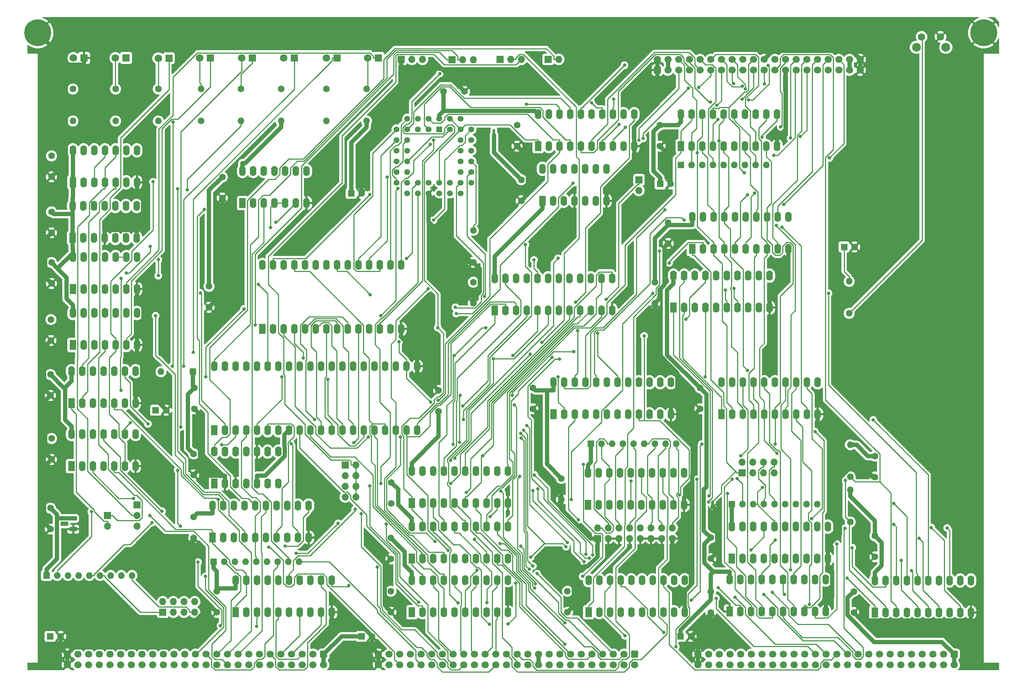
<source format=gbr>
%TF.GenerationSoftware,KiCad,Pcbnew,(6.0.11)*%
%TF.CreationDate,2023-12-18T18:02:58-06:00*%
%TF.ProjectId,processor.65816,70726f63-6573-4736-9f72-2e3635383136,v1.00*%
%TF.SameCoordinates,Original*%
%TF.FileFunction,Copper,L2,Bot*%
%TF.FilePolarity,Positive*%
%FSLAX46Y46*%
G04 Gerber Fmt 4.6, Leading zero omitted, Abs format (unit mm)*
G04 Created by KiCad (PCBNEW (6.0.11)) date 2023-12-18 18:02:58*
%MOMM*%
%LPD*%
G01*
G04 APERTURE LIST*
G04 Aperture macros list*
%AMRoundRect*
0 Rectangle with rounded corners*
0 $1 Rounding radius*
0 $2 $3 $4 $5 $6 $7 $8 $9 X,Y pos of 4 corners*
0 Add a 4 corners polygon primitive as box body*
4,1,4,$2,$3,$4,$5,$6,$7,$8,$9,$2,$3,0*
0 Add four circle primitives for the rounded corners*
1,1,$1+$1,$2,$3*
1,1,$1+$1,$4,$5*
1,1,$1+$1,$6,$7*
1,1,$1+$1,$8,$9*
0 Add four rect primitives between the rounded corners*
20,1,$1+$1,$2,$3,$4,$5,0*
20,1,$1+$1,$4,$5,$6,$7,0*
20,1,$1+$1,$6,$7,$8,$9,0*
20,1,$1+$1,$8,$9,$2,$3,0*%
G04 Aperture macros list end*
%TA.AperFunction,ComponentPad*%
%ADD10RoundRect,0.250000X-0.600000X0.600000X-0.600000X-0.600000X0.600000X-0.600000X0.600000X0.600000X0*%
%TD*%
%TA.AperFunction,ComponentPad*%
%ADD11C,1.700000*%
%TD*%
%TA.AperFunction,ComponentPad*%
%ADD12C,1.600000*%
%TD*%
%TA.AperFunction,ComponentPad*%
%ADD13R,1.600000X1.600000*%
%TD*%
%TA.AperFunction,ComponentPad*%
%ADD14R,1.800000X1.800000*%
%TD*%
%TA.AperFunction,ComponentPad*%
%ADD15C,1.800000*%
%TD*%
%TA.AperFunction,ComponentPad*%
%ADD16O,1.600000X1.600000*%
%TD*%
%TA.AperFunction,ComponentPad*%
%ADD17R,1.600000X2.400000*%
%TD*%
%TA.AperFunction,ComponentPad*%
%ADD18O,1.600000X2.400000*%
%TD*%
%TA.AperFunction,ComponentPad*%
%ADD19R,1.800000X1.100000*%
%TD*%
%TA.AperFunction,ComponentPad*%
%ADD20RoundRect,0.275000X0.625000X-0.275000X0.625000X0.275000X-0.625000X0.275000X-0.625000X-0.275000X0*%
%TD*%
%TA.AperFunction,ComponentPad*%
%ADD21C,6.400000*%
%TD*%
%TA.AperFunction,ComponentPad*%
%ADD22R,1.700000X1.700000*%
%TD*%
%TA.AperFunction,ComponentPad*%
%ADD23O,1.700000X1.700000*%
%TD*%
%TA.AperFunction,ComponentPad*%
%ADD24RoundRect,0.250000X0.600000X-0.600000X0.600000X0.600000X-0.600000X0.600000X-0.600000X-0.600000X0*%
%TD*%
%TA.AperFunction,ComponentPad*%
%ADD25R,1.422400X1.422400*%
%TD*%
%TA.AperFunction,ComponentPad*%
%ADD26C,1.422400*%
%TD*%
%TA.AperFunction,ComponentPad*%
%ADD27C,2.100000*%
%TD*%
%TA.AperFunction,ComponentPad*%
%ADD28C,1.750000*%
%TD*%
%TA.AperFunction,ComponentPad*%
%ADD29C,0.600000*%
%TD*%
%TA.AperFunction,ViaPad*%
%ADD30C,0.800000*%
%TD*%
%TA.AperFunction,Conductor*%
%ADD31C,0.250000*%
%TD*%
%TA.AperFunction,Conductor*%
%ADD32C,1.000000*%
%TD*%
G04 APERTURE END LIST*
%TO.C,NT4*%
G36*
X200800000Y-187850000D02*
G01*
X200200000Y-187850000D01*
X200200000Y-186650000D01*
X200800000Y-186650000D01*
X200800000Y-187850000D01*
G37*
%TO.C,NT3*%
G36*
X148800000Y-99350000D02*
G01*
X148200000Y-99350000D01*
X148200000Y-98150000D01*
X148800000Y-98150000D01*
X148800000Y-99350000D01*
G37*
%TD*%
D10*
%TO.P,P1,1,Pin_1*%
%TO.N,VCC*%
X108000000Y-223000000D03*
D11*
%TO.P,P1,2,Pin_2*%
X108000000Y-225540000D03*
%TO.P,P1,3,Pin_3*%
%TO.N,~{RD}*%
X105460000Y-223000000D03*
%TO.P,P1,4,Pin_4*%
%TO.N,/bus/E*%
X105460000Y-225540000D03*
%TO.P,P1,5,Pin_5*%
%TO.N,~{WR}*%
X102920000Y-223000000D03*
%TO.P,P1,6,Pin_6*%
%TO.N,/bus/ST*%
X102920000Y-225540000D03*
%TO.P,P1,7,Pin_7*%
%TO.N,~{IORQ}*%
X100380000Y-223000000D03*
%TO.P,P1,8,Pin_8*%
%TO.N,/bus/PHI*%
X100380000Y-225540000D03*
%TO.P,P1,9,Pin_9*%
%TO.N,~{MREQ}*%
X97840000Y-223000000D03*
%TO.P,P1,10,Pin_10*%
%TO.N,/bus/~{INT2}*%
X97840000Y-225540000D03*
%TO.P,P1,11,Pin_11*%
%TO.N,~{M1}*%
X95300000Y-223000000D03*
%TO.P,P1,12,Pin_12*%
%TO.N,/bus/~{INT1}*%
X95300000Y-225540000D03*
%TO.P,P1,13,Pin_13*%
%TO.N,/bus/~{BUSACK}*%
X92760000Y-223000000D03*
%TO.P,P1,14,Pin_14*%
%TO.N,/bus/CRUCLK*%
X92760000Y-225540000D03*
%TO.P,P1,15,Pin_15*%
%TO.N,bCLK*%
X90220000Y-223000000D03*
%TO.P,P1,16,Pin_16*%
%TO.N,/bus/CRUOUT*%
X90220000Y-225540000D03*
%TO.P,P1,17,Pin_17*%
%TO.N,~{INT0}*%
X87680000Y-223000000D03*
%TO.P,P1,18,Pin_18*%
%TO.N,/bus/CRUIN*%
X87680000Y-225540000D03*
%TO.P,P1,19,Pin_19*%
%TO.N,~{NMI}*%
X85140000Y-223000000D03*
%TO.P,P1,20,Pin_20*%
%TO.N,~{RES_IN}*%
X85140000Y-225540000D03*
%TO.P,P1,21,Pin_21*%
%TO.N,~{RES_OUT}*%
X82600000Y-223000000D03*
%TO.P,P1,22,Pin_22*%
%TO.N,/bus/USER8*%
X82600000Y-225540000D03*
%TO.P,P1,23,Pin_23*%
%TO.N,~{BUSRQ}*%
X80060000Y-223000000D03*
%TO.P,P1,24,Pin_24*%
%TO.N,/bus/USER7*%
X80060000Y-225540000D03*
%TO.P,P1,25,Pin_25*%
%TO.N,~{WAIT}*%
X77520000Y-223000000D03*
%TO.P,P1,26,Pin_26*%
%TO.N,/bus/USER6*%
X77520000Y-225540000D03*
%TO.P,P1,27,Pin_27*%
%TO.N,/bus/~{HALT}*%
X74980000Y-223000000D03*
%TO.P,P1,28,Pin_28*%
%TO.N,/bus/USER5*%
X74980000Y-225540000D03*
%TO.P,P1,29,Pin_29*%
%TO.N,/bus/~{RFSH}*%
X72440000Y-223000000D03*
%TO.P,P1,30,Pin_30*%
%TO.N,/bus/USER4*%
X72440000Y-225540000D03*
%TO.P,P1,31,Pin_31*%
%TO.N,/bus/~{EIRQ7}*%
X69900000Y-223000000D03*
%TO.P,P1,32,Pin_32*%
%TO.N,/bus/USER3*%
X69900000Y-225540000D03*
%TO.P,P1,33,Pin_33*%
%TO.N,/bus/~{EIRQ6}*%
X67360000Y-223000000D03*
%TO.P,P1,34,Pin_34*%
%TO.N,/bus/USER2*%
X67360000Y-225540000D03*
%TO.P,P1,35,Pin_35*%
%TO.N,/bus/~{EIRQ5}*%
X64820000Y-223000000D03*
%TO.P,P1,36,Pin_36*%
%TO.N,/bus/USER1*%
X64820000Y-225540000D03*
%TO.P,P1,37,Pin_37*%
%TO.N,/bus/~{EIRQ4}*%
X62280000Y-223000000D03*
%TO.P,P1,38,Pin_38*%
%TO.N,/bus/USER0*%
X62280000Y-225540000D03*
%TO.P,P1,39,Pin_39*%
%TO.N,/bus/~{EIRQ3}*%
X59740000Y-223000000D03*
%TO.P,P1,40,Pin_40*%
%TO.N,Net-(P1-Pad40)*%
X59740000Y-225540000D03*
%TO.P,P1,41,Pin_41*%
%TO.N,/bus/~{EIRQ2}*%
X57200000Y-223000000D03*
%TO.P,P1,42,Pin_42*%
%TO.N,Net-(P1-Pad40)*%
X57200000Y-225540000D03*
%TO.P,P1,43,Pin_43*%
%TO.N,/bus/~{EIRQ1}*%
X54660000Y-223000000D03*
%TO.P,P1,44,Pin_44*%
%TO.N,Net-(P1-Pad44)*%
X54660000Y-225540000D03*
%TO.P,P1,45,Pin_45*%
%TO.N,/bus/~{EIRQ0}*%
X52120000Y-223000000D03*
%TO.P,P1,46,Pin_46*%
%TO.N,Net-(P1-Pad44)*%
X52120000Y-225540000D03*
%TO.P,P1,47,Pin_47*%
%TO.N,I2C_SCL*%
X49580000Y-223000000D03*
%TO.P,P1,48,Pin_48*%
%TO.N,I2C_SDA*%
X49580000Y-225540000D03*
%TO.P,P1,49,Pin_49*%
%TO.N,GND*%
X47040000Y-223000000D03*
%TO.P,P1,50,Pin_50*%
X47040000Y-225540000D03*
%TD*%
D12*
%TO.P,C2,1*%
%TO.N,VCC*%
X124000000Y-208000000D03*
%TO.P,C2,2*%
%TO.N,GND*%
X124000000Y-213000000D03*
%TD*%
%TO.P,C3,1*%
%TO.N,VCC*%
X43255000Y-129710000D03*
%TO.P,C3,2*%
%TO.N,GND*%
X43255000Y-134710000D03*
%TD*%
%TO.P,C4,1*%
%TO.N,VCC*%
X157750000Y-159550000D03*
%TO.P,C4,2*%
%TO.N,GND*%
X157750000Y-164550000D03*
%TD*%
%TO.P,C5,1*%
%TO.N,VCC*%
X77075000Y-190300000D03*
%TO.P,C5,2*%
%TO.N,GND*%
X77075000Y-195300000D03*
%TD*%
%TO.P,C6,1*%
%TO.N,VCC*%
X43000000Y-156380000D03*
%TO.P,C6,2*%
%TO.N,GND*%
X43000000Y-161380000D03*
%TD*%
%TO.P,C8,1*%
%TO.N,VCC*%
X166000000Y-208000000D03*
%TO.P,C8,2*%
%TO.N,GND*%
X166000000Y-213000000D03*
%TD*%
%TO.P,C9,1*%
%TO.N,VCC*%
X200075000Y-195250000D03*
%TO.P,C9,2*%
%TO.N,GND*%
X200075000Y-200250000D03*
%TD*%
%TO.P,C10,1*%
%TO.N,VCC*%
X43255000Y-171620000D03*
%TO.P,C10,2*%
%TO.N,GND*%
X43255000Y-176620000D03*
%TD*%
%TO.P,C11,1*%
%TO.N,VCC*%
X43255000Y-117645000D03*
%TO.P,C11,2*%
%TO.N,GND*%
X43255000Y-122645000D03*
%TD*%
%TO.P,C14,1*%
%TO.N,VCC*%
X189940000Y-120185000D03*
%TO.P,C14,2*%
%TO.N,GND*%
X189940000Y-125185000D03*
%TD*%
%TO.P,C15,1*%
%TO.N,VCC*%
X143600000Y-134400000D03*
%TO.P,C15,2*%
%TO.N,GND*%
X143600000Y-139400000D03*
%TD*%
D13*
%TO.P,C25,1*%
%TO.N,VCC*%
X42929600Y-218750000D03*
D12*
%TO.P,C25,2*%
%TO.N,GND*%
X45429600Y-218750000D03*
%TD*%
D13*
%TO.P,C26,1*%
%TO.N,VCC*%
X68019900Y-164900000D03*
D12*
%TO.P,C26,2*%
%TO.N,GND*%
X70519900Y-164900000D03*
%TD*%
%TO.P,C17,1*%
%TO.N,VCC*%
X80720000Y-135390000D03*
%TO.P,C17,2*%
%TO.N,GND*%
X80720000Y-140390000D03*
%TD*%
%TO.P,C20,1*%
%TO.N,VCC*%
X124000000Y-195300000D03*
%TO.P,C20,2*%
%TO.N,GND*%
X124000000Y-200300000D03*
%TD*%
%TO.P,C21,1*%
%TO.N,VCC*%
X77075000Y-175300000D03*
%TO.P,C21,2*%
%TO.N,GND*%
X77075000Y-180300000D03*
%TD*%
%TO.P,C22,1*%
%TO.N,VCC*%
X164540000Y-181145000D03*
%TO.P,C22,2*%
%TO.N,GND*%
X164540000Y-186145000D03*
%TD*%
%TO.P,C23,1*%
%TO.N,VCC*%
X135330000Y-165190000D03*
%TO.P,C23,2*%
%TO.N,GND*%
X135330000Y-160190000D03*
%TD*%
D13*
%TO.P,C27,1*%
%TO.N,VCC*%
X117000000Y-218750000D03*
D12*
%TO.P,C27,2*%
%TO.N,GND*%
X119500000Y-218750000D03*
%TD*%
D13*
%TO.P,C28,1*%
%TO.N,VCC*%
X192884700Y-218750000D03*
D12*
%TO.P,C28,2*%
%TO.N,GND*%
X195384700Y-218750000D03*
%TD*%
D13*
%TO.P,C29,1*%
%TO.N,VCC*%
X188044900Y-111000000D03*
D12*
%TO.P,C29,2*%
%TO.N,GND*%
X190544900Y-111000000D03*
%TD*%
D14*
%TO.P,D4,1,K*%
%TO.N,Net-(D4-Pad1)*%
X81000000Y-81000000D03*
D15*
%TO.P,D4,2,A*%
%TO.N,Net-(D4-Pad2)*%
X78460000Y-81000000D03*
%TD*%
D14*
%TO.P,D5,1,K*%
%TO.N,Net-(D5-Pad1)*%
X61000000Y-81000000D03*
D15*
%TO.P,D5,2,A*%
%TO.N,Net-(D5-Pad2)*%
X58460000Y-81000000D03*
%TD*%
D13*
%TO.P,D6,1,K*%
%TO.N,VCC*%
X76910000Y-155705000D03*
D16*
%TO.P,D6,2,A*%
%TO.N,10KA*%
X69290000Y-155705000D03*
%TD*%
D14*
%TO.P,D1,1,K*%
%TO.N,Net-(D1-Pad1)*%
X91000000Y-81000000D03*
D15*
%TO.P,D1,2,A*%
%TO.N,Net-(D1-Pad2)*%
X88460000Y-81000000D03*
%TD*%
D14*
%TO.P,D2,1,K*%
%TO.N,Net-(D2-Pad1)*%
X101000000Y-81000000D03*
D15*
%TO.P,D2,2,A*%
%TO.N,Net-(D2-Pad2)*%
X98460000Y-81000000D03*
%TD*%
D12*
%TO.P,R5,1*%
%TO.N,Net-(D3-Pad2)*%
X68655000Y-88395000D03*
D16*
%TO.P,R5,2*%
%TO.N,VCC*%
X68655000Y-96015000D03*
%TD*%
D12*
%TO.P,R6,1*%
%TO.N,Net-(D5-Pad2)*%
X58495000Y-88395000D03*
D16*
%TO.P,R6,2*%
%TO.N,VCC*%
X58495000Y-96015000D03*
%TD*%
D17*
%TO.P,U4,1*%
%TO.N,~{CPU-INT}*%
X48000000Y-163200000D03*
D18*
%TO.P,U4,2*%
%TO.N,Net-(D3-Pad1)*%
X50540000Y-163200000D03*
%TO.P,U4,3*%
%TO.N,~{CS_IO}*%
X53080000Y-163200000D03*
%TO.P,U4,4*%
%TO.N,Net-(D9-Pad1)*%
X55620000Y-163200000D03*
%TO.P,U4,5*%
%TO.N,~{NMI}*%
X58160000Y-163200000D03*
%TO.P,U4,6*%
%TO.N,Net-(D2-Pad1)*%
X60700000Y-163200000D03*
%TO.P,U4,7,GND*%
%TO.N,GND*%
X63240000Y-163200000D03*
%TO.P,U4,8*%
%TO.N,Net-(D5-Pad1)*%
X63240000Y-155580000D03*
%TO.P,U4,9*%
%TO.N,~{VP}*%
X60700000Y-155580000D03*
%TO.P,U4,10*%
%TO.N,~{RES_OUT}*%
X58160000Y-155580000D03*
%TO.P,U4,11*%
%TO.N,10KA*%
X55620000Y-155580000D03*
%TO.P,U4,12*%
%TO.N,~{BUSRQ}*%
X53080000Y-155580000D03*
%TO.P,U4,13*%
%TO.N,Net-(U21-Pad5)*%
X50540000Y-155580000D03*
%TO.P,U4,14,VCC*%
%TO.N,VCC*%
X48000000Y-155580000D03*
%TD*%
D17*
%TO.P,U5,1,OEa*%
%TO.N,~{65816EN}*%
X128975000Y-200200000D03*
D18*
%TO.P,U5,2,I0a*%
%TO.N,CPU-A8*%
X131515000Y-200200000D03*
%TO.P,U5,3,O3b*%
%TO.N,A15*%
X134055000Y-200200000D03*
%TO.P,U5,4,I1a*%
%TO.N,CPU-A9*%
X136595000Y-200200000D03*
%TO.P,U5,5,O2b*%
%TO.N,A14*%
X139135000Y-200200000D03*
%TO.P,U5,6,I2a*%
%TO.N,CPU-A10*%
X141675000Y-200200000D03*
%TO.P,U5,7,O1b*%
%TO.N,A13*%
X144215000Y-200200000D03*
%TO.P,U5,8,I3a*%
%TO.N,CPU-A11*%
X146755000Y-200200000D03*
%TO.P,U5,9,O0b*%
%TO.N,A12*%
X149295000Y-200200000D03*
%TO.P,U5,10,GND*%
%TO.N,GND*%
X151835000Y-200200000D03*
%TO.P,U5,11,I0b*%
%TO.N,CPU-A12*%
X151835000Y-192580000D03*
%TO.P,U5,12,O3a*%
%TO.N,A11*%
X149295000Y-192580000D03*
%TO.P,U5,13,I1b*%
%TO.N,CPU-A13*%
X146755000Y-192580000D03*
%TO.P,U5,14,O2a*%
%TO.N,A10*%
X144215000Y-192580000D03*
%TO.P,U5,15,I2b*%
%TO.N,CPU-A14*%
X141675000Y-192580000D03*
%TO.P,U5,16,O1a*%
%TO.N,A9*%
X139135000Y-192580000D03*
%TO.P,U5,17,I3b*%
%TO.N,CPU-A15*%
X136595000Y-192580000D03*
%TO.P,U5,18,O0a*%
%TO.N,A8*%
X134055000Y-192580000D03*
%TO.P,U5,19,OEb*%
%TO.N,~{65816EN}*%
X131515000Y-192580000D03*
%TO.P,U5,20,VCC*%
%TO.N,VCC*%
X128975000Y-192580000D03*
%TD*%
D17*
%TO.P,U6,1,OEa*%
%TO.N,~{65816EN}*%
X81575000Y-195200000D03*
D18*
%TO.P,U6,2,I0a*%
%TO.N,~{RES_OUT}*%
X84115000Y-195200000D03*
%TO.P,U6,3,O3b*%
%TO.N,unconnected-(U6-Pad3)*%
X86655000Y-195200000D03*
%TO.P,U6,4,I1a*%
%TO.N,INT_CLK*%
X89195000Y-195200000D03*
%TO.P,U6,5,O2b*%
%TO.N,~{CPU-INT}*%
X91735000Y-195200000D03*
%TO.P,U6,6,I2a*%
%TO.N,unconnected-(U6-Pad6)*%
X94275000Y-195200000D03*
%TO.P,U6,7,O1b*%
%TO.N,~{CPU-NMI}*%
X96815000Y-195200000D03*
%TO.P,U6,8,I3a*%
%TO.N,unconnected-(U6-Pad8)*%
X99355000Y-195200000D03*
%TO.P,U6,9,O0b*%
%TO.N,~{CPU-WAIT}*%
X101895000Y-195200000D03*
%TO.P,U6,10,GND*%
%TO.N,GND*%
X104435000Y-195200000D03*
%TO.P,U6,11,I0b*%
%TO.N,~{WAIT}*%
X104435000Y-187580000D03*
%TO.P,U6,12,O3a*%
%TO.N,unconnected-(U6-Pad12)*%
X101895000Y-187580000D03*
%TO.P,U6,13,I1b*%
%TO.N,~{NMI}*%
X99355000Y-187580000D03*
%TO.P,U6,14,O2a*%
%TO.N,unconnected-(U6-Pad14)*%
X96815000Y-187580000D03*
%TO.P,U6,15,I2b*%
%TO.N,~{INT0}*%
X94275000Y-187580000D03*
%TO.P,U6,16,O1a*%
%TO.N,Net-(JP3-Pad1)*%
X91735000Y-187580000D03*
%TO.P,U6,17,I3b*%
%TO.N,unconnected-(U6-Pad17)*%
X89195000Y-187580000D03*
%TO.P,U6,18,O0a*%
%TO.N,~{CPU-RESET}*%
X86655000Y-187580000D03*
%TO.P,U6,19,OEb*%
%TO.N,~{ENABLEINT}*%
X84115000Y-187580000D03*
%TO.P,U6,20,VCC*%
%TO.N,VCC*%
X81575000Y-187580000D03*
%TD*%
D17*
%TO.P,U8,1,A->B*%
%TO.N,DATA-DIR*%
X171000000Y-213000000D03*
D18*
%TO.P,U8,2,A0*%
%TO.N,CPU-D0*%
X173540000Y-213000000D03*
%TO.P,U8,3,A1*%
%TO.N,CPU-D1*%
X176080000Y-213000000D03*
%TO.P,U8,4,A2*%
%TO.N,CPU-D2*%
X178620000Y-213000000D03*
%TO.P,U8,5,A3*%
%TO.N,CPU-D3*%
X181160000Y-213000000D03*
%TO.P,U8,6,A4*%
%TO.N,CPU-D4*%
X183700000Y-213000000D03*
%TO.P,U8,7,A5*%
%TO.N,CPU-D5*%
X186240000Y-213000000D03*
%TO.P,U8,8,A6*%
%TO.N,CPU-D6*%
X188780000Y-213000000D03*
%TO.P,U8,9,A7*%
%TO.N,CPU-D7*%
X191320000Y-213000000D03*
%TO.P,U8,10,GND*%
%TO.N,GND*%
X193860000Y-213000000D03*
%TO.P,U8,11,B7*%
%TO.N,D7*%
X193860000Y-205380000D03*
%TO.P,U8,12,B6*%
%TO.N,D6*%
X191320000Y-205380000D03*
%TO.P,U8,13,B5*%
%TO.N,D5*%
X188780000Y-205380000D03*
%TO.P,U8,14,B4*%
%TO.N,D4*%
X186240000Y-205380000D03*
%TO.P,U8,15,B3*%
%TO.N,D3*%
X183700000Y-205380000D03*
%TO.P,U8,16,B2*%
%TO.N,D2*%
X181160000Y-205380000D03*
%TO.P,U8,17,B1*%
%TO.N,D1*%
X178620000Y-205380000D03*
%TO.P,U8,18,B0*%
%TO.N,D0*%
X176080000Y-205380000D03*
%TO.P,U8,19,CE*%
%TO.N,~{65816EN}*%
X173540000Y-205380000D03*
%TO.P,U8,20,VCC*%
%TO.N,VCC*%
X171000000Y-205380000D03*
%TD*%
D19*
%TO.P,U15,1,Pin_1*%
%TO.N,GND*%
X48400000Y-193200000D03*
D20*
%TO.P,U15,2,Pin_2*%
%TO.N,~{RES_OUT}*%
X46330000Y-191930000D03*
%TO.P,U15,3,Pin_3*%
%TO.N,VCC*%
X48400000Y-190660000D03*
%TD*%
D17*
%TO.P,U1,1,OEa*%
%TO.N,~{65816EN}*%
X128975000Y-213000000D03*
D18*
%TO.P,U1,2,I0a*%
%TO.N,CPU-A0*%
X131515000Y-213000000D03*
%TO.P,U1,3,O3b*%
%TO.N,A7*%
X134055000Y-213000000D03*
%TO.P,U1,4,I1a*%
%TO.N,CPU-A1*%
X136595000Y-213000000D03*
%TO.P,U1,5,O2b*%
%TO.N,A6*%
X139135000Y-213000000D03*
%TO.P,U1,6,I2a*%
%TO.N,CPU-A2*%
X141675000Y-213000000D03*
%TO.P,U1,7,O1b*%
%TO.N,A5*%
X144215000Y-213000000D03*
%TO.P,U1,8,I3a*%
%TO.N,CPU-A3*%
X146755000Y-213000000D03*
%TO.P,U1,9,O0b*%
%TO.N,A4*%
X149295000Y-213000000D03*
%TO.P,U1,10,GND*%
%TO.N,GND*%
X151835000Y-213000000D03*
%TO.P,U1,11,I0b*%
%TO.N,CPU-A4*%
X151835000Y-205380000D03*
%TO.P,U1,12,O3a*%
%TO.N,A3*%
X149295000Y-205380000D03*
%TO.P,U1,13,I1b*%
%TO.N,CPU-A5*%
X146755000Y-205380000D03*
%TO.P,U1,14,O2a*%
%TO.N,A2*%
X144215000Y-205380000D03*
%TO.P,U1,15,I2b*%
%TO.N,CPU-A6*%
X141675000Y-205380000D03*
%TO.P,U1,16,O1a*%
%TO.N,A1*%
X139135000Y-205380000D03*
%TO.P,U1,17,I3b*%
%TO.N,CPU-A7*%
X136595000Y-205380000D03*
%TO.P,U1,18,O0a*%
%TO.N,A0*%
X134055000Y-205380000D03*
%TO.P,U1,19,OEb*%
%TO.N,~{65816EN}*%
X131515000Y-205380000D03*
%TO.P,U1,20,VCC*%
%TO.N,VCC*%
X128975000Y-205380000D03*
%TD*%
D10*
%TO.P,P2,1,Pin_1*%
%TO.N,VCC*%
X182000000Y-223000000D03*
D11*
%TO.P,P2,2,Pin_2*%
X182000000Y-225540000D03*
%TO.P,P2,3,Pin_3*%
%TO.N,A15*%
X179460000Y-223000000D03*
%TO.P,P2,4,Pin_4*%
%TO.N,/bus/A31*%
X179460000Y-225540000D03*
%TO.P,P2,5,Pin_5*%
%TO.N,A14*%
X176920000Y-223000000D03*
%TO.P,P2,6,Pin_6*%
%TO.N,/bus/A30*%
X176920000Y-225540000D03*
%TO.P,P2,7,Pin_7*%
%TO.N,A13*%
X174380000Y-223000000D03*
%TO.P,P2,8,Pin_8*%
%TO.N,/bus/A29*%
X174380000Y-225540000D03*
%TO.P,P2,9,Pin_9*%
%TO.N,A12*%
X171840000Y-223000000D03*
%TO.P,P2,10,Pin_10*%
%TO.N,/bus/A28*%
X171840000Y-225540000D03*
%TO.P,P2,11,Pin_11*%
%TO.N,A11*%
X169300000Y-223000000D03*
%TO.P,P2,12,Pin_12*%
%TO.N,/bus/A27*%
X169300000Y-225540000D03*
%TO.P,P2,13,Pin_13*%
%TO.N,A10*%
X166760000Y-223000000D03*
%TO.P,P2,14,Pin_14*%
%TO.N,/bus/A26*%
X166760000Y-225540000D03*
%TO.P,P2,15,Pin_15*%
%TO.N,A9*%
X164220000Y-223000000D03*
%TO.P,P2,16,Pin_16*%
%TO.N,/bus/A25*%
X164220000Y-225540000D03*
%TO.P,P2,17,Pin_17*%
%TO.N,A8*%
X161680000Y-223000000D03*
%TO.P,P2,18,Pin_18*%
%TO.N,/bus/A24*%
X161680000Y-225540000D03*
%TO.P,P2,19,Pin_19*%
%TO.N,+12V*%
X159140000Y-223000000D03*
%TO.P,P2,20,Pin_20*%
X159140000Y-225540000D03*
%TO.P,P2,21,Pin_21*%
%TO.N,A7*%
X156600000Y-223000000D03*
%TO.P,P2,22,Pin_22*%
%TO.N,A23*%
X156600000Y-225540000D03*
%TO.P,P2,23,Pin_23*%
%TO.N,A6*%
X154060000Y-223000000D03*
%TO.P,P2,24,Pin_24*%
%TO.N,A22*%
X154060000Y-225540000D03*
%TO.P,P2,25,Pin_25*%
%TO.N,A5*%
X151520000Y-223000000D03*
%TO.P,P2,26,Pin_26*%
%TO.N,A21*%
X151520000Y-225540000D03*
%TO.P,P2,27,Pin_27*%
%TO.N,A4*%
X148980000Y-223000000D03*
%TO.P,P2,28,Pin_28*%
%TO.N,A20*%
X148980000Y-225540000D03*
%TO.P,P2,29,Pin_29*%
%TO.N,A3*%
X146440000Y-223000000D03*
%TO.P,P2,30,Pin_30*%
%TO.N,A19*%
X146440000Y-225540000D03*
%TO.P,P2,31,Pin_31*%
%TO.N,A2*%
X143900000Y-223000000D03*
%TO.P,P2,32,Pin_32*%
%TO.N,A18*%
X143900000Y-225540000D03*
%TO.P,P2,33,Pin_33*%
%TO.N,A1*%
X141360000Y-223000000D03*
%TO.P,P2,34,Pin_34*%
%TO.N,A17*%
X141360000Y-225540000D03*
%TO.P,P2,35,Pin_35*%
%TO.N,A0*%
X138820000Y-223000000D03*
%TO.P,P2,36,Pin_36*%
%TO.N,A16*%
X138820000Y-225540000D03*
%TO.P,P2,37,Pin_37*%
%TO.N,-12V*%
X136280000Y-223000000D03*
%TO.P,P2,38,Pin_38*%
X136280000Y-225540000D03*
%TO.P,P2,39,Pin_39*%
%TO.N,/bus/IC3*%
X133740000Y-223000000D03*
%TO.P,P2,40,Pin_40*%
%TO.N,~{TEND1}*%
X133740000Y-225540000D03*
%TO.P,P2,41,Pin_41*%
%TO.N,/bus/IC2*%
X131200000Y-223000000D03*
%TO.P,P2,42,Pin_42*%
%TO.N,~{DREQ1}*%
X131200000Y-225540000D03*
%TO.P,P2,43,Pin_43*%
%TO.N,/bus/IC1*%
X128660000Y-223000000D03*
%TO.P,P2,44,Pin_44*%
%TO.N,~{TEND0}*%
X128660000Y-225540000D03*
%TO.P,P2,45,Pin_45*%
%TO.N,/bus/IC0*%
X126120000Y-223000000D03*
%TO.P,P2,46,Pin_46*%
%TO.N,~{DREQ0}*%
X126120000Y-225540000D03*
%TO.P,P2,47,Pin_47*%
%TO.N,/bus/AUXCLK1*%
X123580000Y-223000000D03*
%TO.P,P2,48,Pin_48*%
%TO.N,/bus/AUXCLK0*%
X123580000Y-225540000D03*
%TO.P,P2,49,Pin_49*%
%TO.N,GND*%
X121040000Y-223000000D03*
%TO.P,P2,50,Pin_50*%
X121040000Y-225540000D03*
%TD*%
D21*
%TO.P,H2,1,1*%
%TO.N,GND*%
X265000000Y-75000000D03*
%TD*%
D13*
%TO.P,RN1,1,common*%
%TO.N,VCC*%
X81800000Y-201000000D03*
D16*
%TO.P,RN1,2,R1*%
%TO.N,~{RES_OUT}*%
X84340000Y-201000000D03*
%TO.P,RN1,3,R2*%
%TO.N,~{DREQ0}*%
X86880000Y-201000000D03*
%TO.P,RN1,4,R3*%
%TO.N,~{CPU-NMI}*%
X89420000Y-201000000D03*
%TO.P,RN1,5,R4*%
%TO.N,~{CPU-INT}*%
X91960000Y-201000000D03*
%TO.P,RN1,6,R5*%
%TO.N,~{CPU-WAIT}*%
X94500000Y-201000000D03*
%TO.P,RN1,7,R6*%
%TO.N,~{BUSRQ}*%
X97040000Y-201000000D03*
%TO.P,RN1,8,R7*%
%TO.N,~{CPU-IORQ}*%
X99580000Y-201000000D03*
%TO.P,RN1,9,R8*%
%TO.N,~{DREQ1}*%
X102120000Y-201000000D03*
%TD*%
D17*
%TO.P,U11,1,OEa*%
%TO.N,~{65816EN}*%
X87075000Y-213025000D03*
D18*
%TO.P,U11,2,I0a*%
%TO.N,unconnected-(U11-Pad2)*%
X89615000Y-213025000D03*
%TO.P,U11,3,O3b*%
%TO.N,~{RD}*%
X92155000Y-213025000D03*
%TO.P,U11,4,I1a*%
%TO.N,unconnected-(U11-Pad4)*%
X94695000Y-213025000D03*
%TO.P,U11,5,O2b*%
%TO.N,~{WR}*%
X97235000Y-213025000D03*
%TO.P,U11,6,I2a*%
%TO.N,unconnected-(U11-Pad6)*%
X99775000Y-213025000D03*
%TO.P,U11,7,O1b*%
%TO.N,~{MREQ}*%
X102315000Y-213025000D03*
%TO.P,U11,8,I3a*%
%TO.N,~{CPU-M1}*%
X104855000Y-213025000D03*
%TO.P,U11,9,O0b*%
%TO.N,~{IORQ}*%
X107395000Y-213025000D03*
%TO.P,U11,10,GND*%
%TO.N,GND*%
X109935000Y-213025000D03*
%TO.P,U11,11,I0b*%
%TO.N,~{CPU-IORQ}*%
X109935000Y-205405000D03*
%TO.P,U11,12,O3a*%
%TO.N,~{M1}*%
X107395000Y-205405000D03*
%TO.P,U11,13,I1b*%
%TO.N,~{CPU-MREQ}*%
X104855000Y-205405000D03*
%TO.P,U11,14,O2a*%
%TO.N,unconnected-(U11-Pad14)*%
X102315000Y-205405000D03*
%TO.P,U11,15,I2b*%
%TO.N,~{CPU-WR}*%
X99775000Y-205405000D03*
%TO.P,U11,16,O1a*%
%TO.N,unconnected-(U11-Pad16)*%
X97235000Y-205405000D03*
%TO.P,U11,17,I3b*%
%TO.N,~{CPU-RD}*%
X94695000Y-205405000D03*
%TO.P,U11,18,O0a*%
%TO.N,unconnected-(U11-Pad18)*%
X92155000Y-205405000D03*
%TO.P,U11,19,OEb*%
%TO.N,~{65816EN}*%
X89615000Y-205405000D03*
%TO.P,U11,20,VCC*%
%TO.N,VCC*%
X87075000Y-205405000D03*
%TD*%
D12*
%TO.P,C19,1*%
%TO.N,VCC*%
X43000000Y-188200000D03*
%TO.P,C19,2*%
%TO.N,GND*%
X43000000Y-193200000D03*
%TD*%
%TO.P,C18,1*%
%TO.N,VCC*%
X43125000Y-143300000D03*
%TO.P,C18,2*%
%TO.N,GND*%
X43125000Y-148300000D03*
%TD*%
%TO.P,C12,1*%
%TO.N,VCC*%
X77250000Y-159550000D03*
%TO.P,C12,2*%
%TO.N,GND*%
X77250000Y-164550000D03*
%TD*%
%TO.P,C16,1*%
%TO.N,VCC*%
X82575000Y-208025000D03*
%TO.P,C16,2*%
%TO.N,GND*%
X82575000Y-213025000D03*
%TD*%
D17*
%TO.P,U3,1*%
%TO.N,CLK*%
X48000000Y-178200000D03*
D18*
%TO.P,U3,2*%
%TO.N,Net-(U18-Pad19)*%
X50540000Y-178200000D03*
%TO.P,U3,3*%
%TO.N,Net-(U24-Pad15)*%
X53080000Y-178200000D03*
%TO.P,U3,4*%
%TO.N,CPU-A21*%
X55620000Y-178200000D03*
%TO.P,U3,5*%
%TO.N,~{65816EN}*%
X58160000Y-178200000D03*
%TO.P,U3,6*%
%TO.N,65816EN*%
X60700000Y-178200000D03*
%TO.P,U3,7,GND*%
%TO.N,GND*%
X63240000Y-178200000D03*
%TO.P,U3,8*%
%TO.N,Net-(D1-Pad2)*%
X63240000Y-170580000D03*
%TO.P,U3,9*%
%TO.N,EMU*%
X60700000Y-170580000D03*
%TO.P,U3,10*%
%TO.N,Net-(U14-Pad39)*%
X58160000Y-170580000D03*
%TO.P,U3,11*%
%TO.N,~{CPU-RESET}*%
X55620000Y-170580000D03*
%TO.P,U3,12*%
%TO.N,Net-(U26-Pad4)*%
X53080000Y-170580000D03*
%TO.P,U3,13*%
%TO.N,Net-(U22-Pad19)*%
X50540000Y-170580000D03*
%TO.P,U3,14,VCC*%
%TO.N,VCC*%
X48000000Y-170580000D03*
%TD*%
D21*
%TO.P,H1,1,1*%
%TO.N,GND*%
X40000000Y-75000000D03*
%TD*%
D14*
%TO.P,D7,1,K*%
%TO.N,GND*%
X51000000Y-81000000D03*
D15*
%TO.P,D7,2,A*%
%TO.N,Net-(D7-Pad2)*%
X48460000Y-81000000D03*
%TD*%
D10*
%TO.P,P3,1,Pin_1*%
%TO.N,VCC*%
X258000000Y-223000000D03*
D11*
%TO.P,P3,2,Pin_2*%
X258000000Y-225540000D03*
%TO.P,P3,3,Pin_3*%
%TO.N,/bus/D15*%
X255460000Y-223000000D03*
%TO.P,P3,4,Pin_4*%
%TO.N,/bus/D31*%
X255460000Y-225540000D03*
%TO.P,P3,5,Pin_5*%
%TO.N,/bus/D14*%
X252920000Y-223000000D03*
%TO.P,P3,6,Pin_6*%
%TO.N,/bus/D30*%
X252920000Y-225540000D03*
%TO.P,P3,7,Pin_7*%
%TO.N,/bus/D13*%
X250380000Y-223000000D03*
%TO.P,P3,8,Pin_8*%
%TO.N,/bus/D29*%
X250380000Y-225540000D03*
%TO.P,P3,9,Pin_9*%
%TO.N,/bus/D12*%
X247840000Y-223000000D03*
%TO.P,P3,10,Pin_10*%
%TO.N,/bus/D28*%
X247840000Y-225540000D03*
%TO.P,P3,11,Pin_11*%
%TO.N,/bus/D11*%
X245300000Y-223000000D03*
%TO.P,P3,12,Pin_12*%
%TO.N,/bus/D27*%
X245300000Y-225540000D03*
%TO.P,P3,13,Pin_13*%
%TO.N,/bus/D10*%
X242760000Y-223000000D03*
%TO.P,P3,14,Pin_14*%
%TO.N,/bus/D26*%
X242760000Y-225540000D03*
%TO.P,P3,15,Pin_15*%
%TO.N,/bus/D9*%
X240220000Y-223000000D03*
%TO.P,P3,16,Pin_16*%
%TO.N,/bus/D25*%
X240220000Y-225540000D03*
%TO.P,P3,17,Pin_17*%
%TO.N,/bus/D8*%
X237680000Y-223000000D03*
%TO.P,P3,18,Pin_18*%
%TO.N,/bus/D24*%
X237680000Y-225540000D03*
%TO.P,P3,19,Pin_19*%
%TO.N,D7*%
X235140000Y-223000000D03*
%TO.P,P3,20,Pin_20*%
%TO.N,/bus/D23*%
X235140000Y-225540000D03*
%TO.P,P3,21,Pin_21*%
%TO.N,D6*%
X232600000Y-223000000D03*
%TO.P,P3,22,Pin_22*%
%TO.N,/bus/D22*%
X232600000Y-225540000D03*
%TO.P,P3,23,Pin_23*%
%TO.N,D5*%
X230060000Y-223000000D03*
%TO.P,P3,24,Pin_24*%
%TO.N,/bus/D21*%
X230060000Y-225540000D03*
%TO.P,P3,25,Pin_25*%
%TO.N,D4*%
X227520000Y-223000000D03*
%TO.P,P3,26,Pin_26*%
%TO.N,/bus/D20*%
X227520000Y-225540000D03*
%TO.P,P3,27,Pin_27*%
%TO.N,D3*%
X224980000Y-223000000D03*
%TO.P,P3,28,Pin_28*%
%TO.N,/bus/D19*%
X224980000Y-225540000D03*
%TO.P,P3,29,Pin_29*%
%TO.N,D2*%
X222440000Y-223000000D03*
%TO.P,P3,30,Pin_30*%
%TO.N,/bus/D18*%
X222440000Y-225540000D03*
%TO.P,P3,31,Pin_31*%
%TO.N,D1*%
X219900000Y-223000000D03*
%TO.P,P3,32,Pin_32*%
%TO.N,/bus/D17*%
X219900000Y-225540000D03*
%TO.P,P3,33,Pin_33*%
%TO.N,D0*%
X217360000Y-223000000D03*
%TO.P,P3,34,Pin_34*%
%TO.N,/bus/D16*%
X217360000Y-225540000D03*
%TO.P,P3,35,Pin_35*%
%TO.N,/bus/~{BUSERR}*%
X214820000Y-223000000D03*
%TO.P,P3,36,Pin_36*%
%TO.N,/bus/UDS*%
X214820000Y-225540000D03*
%TO.P,P3,37,Pin_37*%
%TO.N,/bus/~{VPA}*%
X212280000Y-223000000D03*
%TO.P,P3,38,Pin_38*%
%TO.N,/bus/LDS*%
X212280000Y-225540000D03*
%TO.P,P3,39,Pin_39*%
%TO.N,/bus/~{VMA}*%
X209740000Y-223000000D03*
%TO.P,P3,40,Pin_40*%
%TO.N,/bus/S2*%
X209740000Y-225540000D03*
%TO.P,P3,41,Pin_41*%
%TO.N,/bus/~{BHE}*%
X207200000Y-223000000D03*
%TO.P,P3,42,Pin_42*%
%TO.N,/bus/S1*%
X207200000Y-225540000D03*
%TO.P,P3,43,Pin_43*%
%TO.N,/bus/IPL2*%
X204660000Y-223000000D03*
%TO.P,P3,44,Pin_44*%
%TO.N,/bus/S0*%
X204660000Y-225540000D03*
%TO.P,P3,45,Pin_45*%
%TO.N,/bus/IPL1*%
X202120000Y-223000000D03*
%TO.P,P3,46,Pin_46*%
%TO.N,/bus/AUXCLK3*%
X202120000Y-225540000D03*
%TO.P,P3,47,Pin_47*%
%TO.N,/bus/IPL0*%
X199580000Y-223000000D03*
%TO.P,P3,48,Pin_48*%
%TO.N,/bus/AUXCLK2*%
X199580000Y-225540000D03*
%TO.P,P3,49,Pin_49*%
%TO.N,GND*%
X197040000Y-223000000D03*
%TO.P,P3,50,Pin_50*%
X197040000Y-225540000D03*
%TD*%
D17*
%TO.P,U13,1,Pin_1*%
%TO.N,VCC*%
X48255000Y-123875000D03*
D18*
%TO.P,U13,2,Pin_2*%
%TO.N,unconnected-(U13-Pad2)*%
X50795000Y-123875000D03*
%TO.P,U13,3,Pin_3*%
%TO.N,unconnected-(U13-Pad3)*%
X53335000Y-123875000D03*
%TO.P,U13,4,Pin_4*%
%TO.N,GND*%
X55875000Y-123875000D03*
%TO.P,U13,5,Pin_5*%
%TO.N,unconnected-(U13-Pad5)*%
X58415000Y-123875000D03*
%TO.P,U13,6,Pin_6*%
%TO.N,unconnected-(U13-Pad6)*%
X60955000Y-123875000D03*
%TO.P,U13,7,Pin_7*%
%TO.N,GND*%
X63495000Y-123875000D03*
%TO.P,U13,8,Pin_8*%
%TO.N,INT_CLK*%
X63495000Y-116255000D03*
%TO.P,U13,9,Pin_9*%
%TO.N,unconnected-(U13-Pad9)*%
X60955000Y-116255000D03*
%TO.P,U13,10,Pin_10*%
%TO.N,unconnected-(U13-Pad10)*%
X58415000Y-116255000D03*
%TO.P,U13,11,Pin_11*%
%TO.N,INT_CLK*%
X55875000Y-116255000D03*
%TO.P,U13,12,Pin_12*%
%TO.N,unconnected-(U13-Pad12)*%
X53335000Y-116255000D03*
%TO.P,U13,13,Pin_13*%
%TO.N,unconnected-(U13-Pad13)*%
X50795000Y-116255000D03*
%TO.P,U13,14,Pin_14*%
%TO.N,VCC*%
X48255000Y-116255000D03*
%TD*%
D12*
%TO.P,C36,1*%
%TO.N,VCC*%
X188000000Y-97000000D03*
%TO.P,C36,2*%
%TO.N,GND*%
X188000000Y-102000000D03*
%TD*%
%TO.P,C38,1*%
%TO.N,VCC*%
X124075000Y-182050000D03*
%TO.P,C38,2*%
%TO.N,GND*%
X124075000Y-187050000D03*
%TD*%
D13*
%TO.P,C46,1*%
%TO.N,VCC*%
X114544900Y-113250000D03*
D12*
%TO.P,C46,2*%
%TO.N,GND*%
X117044900Y-113250000D03*
%TD*%
D14*
%TO.P,D8,1,K*%
%TO.N,Net-(D8-Pad1)*%
X121000000Y-81000000D03*
D15*
%TO.P,D8,2,A*%
%TO.N,Net-(D8-Pad2)*%
X118460000Y-81000000D03*
%TD*%
D17*
%TO.P,U19,1,VPP*%
%TO.N,unconnected-(U19-Pad1)*%
X93430000Y-145550000D03*
D18*
%TO.P,U19,2,A12*%
%TO.N,CPU-A12*%
X95970000Y-145550000D03*
%TO.P,U19,3,A7*%
%TO.N,CPU-A7*%
X98510000Y-145550000D03*
%TO.P,U19,4,A6*%
%TO.N,CPU-A6*%
X101050000Y-145550000D03*
%TO.P,U19,5,A5*%
%TO.N,CPU-A5*%
X103590000Y-145550000D03*
%TO.P,U19,6,A4*%
%TO.N,CPU-A4*%
X106130000Y-145550000D03*
%TO.P,U19,7,A3*%
%TO.N,CPU-A3*%
X108670000Y-145550000D03*
%TO.P,U19,8,A2*%
%TO.N,CPU-A2*%
X111210000Y-145550000D03*
%TO.P,U19,9,A1*%
%TO.N,CPU-A1*%
X113750000Y-145550000D03*
%TO.P,U19,10,A0*%
%TO.N,CPU-A0*%
X116290000Y-145550000D03*
%TO.P,U19,11,D0*%
%TO.N,CPU-D0*%
X118830000Y-145550000D03*
%TO.P,U19,12,D1*%
%TO.N,CPU-D1*%
X121370000Y-145550000D03*
%TO.P,U19,13,D2*%
%TO.N,CPU-D2*%
X123910000Y-145550000D03*
%TO.P,U19,14,GND*%
%TO.N,GND*%
X126450000Y-145550000D03*
%TO.P,U19,15,D3*%
%TO.N,CPU-D3*%
X126450000Y-130310000D03*
%TO.P,U19,16,D4*%
%TO.N,CPU-D4*%
X123910000Y-130310000D03*
%TO.P,U19,17,D5*%
%TO.N,CPU-D5*%
X121370000Y-130310000D03*
%TO.P,U19,18,D6*%
%TO.N,CPU-D6*%
X118830000Y-130310000D03*
%TO.P,U19,19,D7*%
%TO.N,CPU-D7*%
X116290000Y-130310000D03*
%TO.P,U19,20,~{CE}*%
%TO.N,~{ONBOARD_ROM}*%
X113750000Y-130310000D03*
%TO.P,U19,21,A10*%
%TO.N,CPU-A10*%
X111210000Y-130310000D03*
%TO.P,U19,22,~{OE}*%
%TO.N,ZERO*%
X108670000Y-130310000D03*
%TO.P,U19,23,A11*%
%TO.N,CPU-A11*%
X106130000Y-130310000D03*
%TO.P,U19,24,A9*%
%TO.N,CPU-A9*%
X103590000Y-130310000D03*
%TO.P,U19,25,A8*%
%TO.N,CPU-A8*%
X101050000Y-130310000D03*
%TO.P,U19,26,NC*%
%TO.N,unconnected-(U19-Pad26)*%
X98510000Y-130310000D03*
%TO.P,U19,27,~{PGM}*%
%TO.N,ONE*%
X95970000Y-130310000D03*
%TO.P,U19,28,VCC*%
%TO.N,VCC*%
X93430000Y-130310000D03*
%TD*%
D17*
%TO.P,U7,1*%
%TO.N,UART_INT*%
X48335000Y-149355000D03*
D18*
%TO.P,U7,2*%
%TO.N,Net-(JP13-Pad1)*%
X50875000Y-149355000D03*
%TO.P,U7,3*%
%TO.N,INT-I2C*%
X53415000Y-149355000D03*
%TO.P,U7,4*%
%TO.N,Net-(JP2-Pad1)*%
X55955000Y-149355000D03*
%TO.P,U7,5*%
%TO.N,65816EN*%
X58495000Y-149355000D03*
%TO.P,U7,6*%
%TO.N,Net-(D4-Pad1)*%
X61035000Y-149355000D03*
%TO.P,U7,7,GND*%
%TO.N,GND*%
X63575000Y-149355000D03*
%TO.P,U7,8*%
%TO.N,N/C*%
X63575000Y-141735000D03*
%TO.P,U7,9*%
X61035000Y-141735000D03*
%TO.P,U7,10*%
%TO.N,~{ENABLEINT}*%
X58495000Y-141735000D03*
%TO.P,U7,11*%
%TO.N,Net-(U25-Pad2)*%
X55955000Y-141735000D03*
%TO.P,U7,12*%
%TO.N,N/C*%
X53415000Y-141735000D03*
%TO.P,U7,13*%
X50875000Y-141735000D03*
%TO.P,U7,14,VCC*%
%TO.N,VCC*%
X48335000Y-141735000D03*
%TD*%
D13*
%TO.P,C1,1*%
%TO.N,10KA*%
X231794900Y-126000000D03*
D12*
%TO.P,C1,2*%
%TO.N,GND*%
X234294900Y-126000000D03*
%TD*%
D14*
%TO.P,D9,1,K*%
%TO.N,Net-(D9-Pad1)*%
X111180000Y-81000000D03*
D15*
%TO.P,D9,2,A*%
%TO.N,Net-(D9-Pad2)*%
X108640000Y-81000000D03*
%TD*%
D22*
%TO.P,JP7,1,Pin_1*%
%TO.N,Net-(JP7-Pad1)*%
X69700000Y-213025000D03*
D23*
%TO.P,JP7,2,Pin_2*%
%TO.N,~{IORQ}*%
X69700000Y-210485000D03*
%TO.P,JP7,3,Pin_3*%
%TO.N,Net-(JP7-Pad3)*%
X72240000Y-213025000D03*
%TO.P,JP7,4,Pin_4*%
%TO.N,~{MREQ}*%
X72240000Y-210485000D03*
%TO.P,JP7,5,Pin_5*%
%TO.N,Net-(JP7-Pad5)*%
X74780000Y-213025000D03*
%TO.P,JP7,6,Pin_6*%
%TO.N,~{WR}*%
X74780000Y-210485000D03*
%TO.P,JP7,7,Pin_7*%
%TO.N,Net-(JP7-Pad7)*%
X77320000Y-213025000D03*
%TO.P,JP7,8,Pin_8*%
%TO.N,~{RD}*%
X77320000Y-210485000D03*
%TD*%
D13*
%TO.P,RN4,1,common*%
%TO.N,VCC*%
X42075000Y-204250000D03*
D16*
%TO.P,RN4,2,R1*%
%TO.N,~{ABORT}*%
X44615000Y-204250000D03*
%TO.P,RN4,3,R2*%
%TO.N,~{TEND0}*%
X47155000Y-204250000D03*
%TO.P,RN4,4,R3*%
%TO.N,~{TEND1}*%
X49695000Y-204250000D03*
%TO.P,RN4,5,R4*%
%TO.N,~{CPU-RESET}*%
X52235000Y-204250000D03*
%TO.P,RN4,6,R5*%
%TO.N,Net-(JP7-Pad1)*%
X54775000Y-204250000D03*
%TO.P,RN4,7,R6*%
%TO.N,Net-(JP7-Pad3)*%
X57315000Y-204250000D03*
%TO.P,RN4,8,R7*%
%TO.N,Net-(JP7-Pad5)*%
X59855000Y-204250000D03*
%TO.P,RN4,9,R8*%
%TO.N,Net-(JP7-Pad7)*%
X62395000Y-204250000D03*
%TD*%
D24*
%TO.P,J11,1,Pin_1*%
%TO.N,GND*%
X187350000Y-83917500D03*
D11*
%TO.P,J11,2,Pin_2*%
X187350000Y-81377500D03*
%TO.P,J11,3,Pin_3*%
%TO.N,VCC*%
X189890000Y-83917500D03*
%TO.P,J11,4,Pin_4*%
X189890000Y-81377500D03*
%TO.P,J11,5,Pin_5*%
%TO.N,Net-(J11-Pad5)*%
X192430000Y-83917500D03*
%TO.P,J11,6,Pin_6*%
%TO.N,/fpanel/FP-D0*%
X192430000Y-81377500D03*
%TO.P,J11,7,Pin_7*%
%TO.N,Net-(J11-Pad7)*%
X194970000Y-83917500D03*
%TO.P,J11,8,Pin_8*%
%TO.N,/fpanel/FP-D1*%
X194970000Y-81377500D03*
%TO.P,J11,9,Pin_9*%
%TO.N,Net-(J11-Pad9)*%
X197510000Y-83917500D03*
%TO.P,J11,10,Pin_10*%
%TO.N,/fpanel/FP-D2*%
X197510000Y-81377500D03*
%TO.P,J11,11,Pin_11*%
%TO.N,Net-(J11-Pad11)*%
X200050000Y-83917500D03*
%TO.P,J11,12,Pin_12*%
%TO.N,/fpanel/FP-D3*%
X200050000Y-81377500D03*
%TO.P,J11,13,Pin_13*%
%TO.N,Net-(J11-Pad13)*%
X202590000Y-83917500D03*
%TO.P,J11,14,Pin_14*%
%TO.N,/fpanel/FP-D4*%
X202590000Y-81377500D03*
%TO.P,J11,15,Pin_15*%
%TO.N,Net-(J11-Pad15)*%
X205130000Y-83917500D03*
%TO.P,J11,16,Pin_16*%
%TO.N,/fpanel/FP-D5*%
X205130000Y-81377500D03*
%TO.P,J11,17,Pin_17*%
%TO.N,Net-(J11-Pad17)*%
X207670000Y-83917500D03*
%TO.P,J11,18,Pin_18*%
%TO.N,/fpanel/FP-D6*%
X207670000Y-81377500D03*
%TO.P,J11,19,Pin_19*%
%TO.N,Net-(J11-Pad19)*%
X210210000Y-83917500D03*
%TO.P,J11,20,Pin_20*%
%TO.N,/fpanel/FP-D7*%
X210210000Y-81377500D03*
%TO.P,J11,21,Pin_21*%
%TO.N,I2C_SDA*%
X212750000Y-83917500D03*
%TO.P,J11,22,Pin_22*%
%TO.N,GND*%
X212750000Y-81377500D03*
%TO.P,J11,23,Pin_23*%
%TO.N,I2C_SCL*%
X215290000Y-83917500D03*
%TO.P,J11,24,Pin_24*%
%TO.N,~{EXT_RES}*%
X215290000Y-81377500D03*
%TO.P,J11,25,Pin_25*%
%TO.N,GND*%
X217830000Y-83917500D03*
%TO.P,J11,26,Pin_26*%
%TO.N,O_1*%
X217830000Y-81377500D03*
%TO.P,J11,27,Pin_27*%
%TO.N,~{RTS}*%
X220370000Y-83917500D03*
%TO.P,J11,28,Pin_28*%
%TO.N,O_2*%
X220370000Y-81377500D03*
%TO.P,J11,29,Pin_29*%
%TO.N,O_7*%
X222910000Y-83917500D03*
%TO.P,J11,30,Pin_30*%
%TO.N,O_3*%
X222910000Y-81377500D03*
%TO.P,J11,31,Pin_31*%
%TO.N,RX*%
X225450000Y-83917500D03*
%TO.P,J11,32,Pin_32*%
%TO.N,O_4*%
X225450000Y-81377500D03*
%TO.P,J11,33,Pin_33*%
%TO.N,TX*%
X227990000Y-83917500D03*
%TO.P,J11,34,Pin_34*%
%TO.N,O_5*%
X227990000Y-81377500D03*
%TO.P,J11,35,Pin_35*%
%TO.N,~{CTS}*%
X230530000Y-83917500D03*
%TO.P,J11,36,Pin_36*%
%TO.N,O_6*%
X230530000Y-81377500D03*
%TO.P,J11,37,Pin_37*%
%TO.N,VCC*%
X233070000Y-83917500D03*
%TO.P,J11,38,Pin_38*%
X233070000Y-81377500D03*
%TO.P,J11,39,Pin_39*%
%TO.N,GND*%
X235610000Y-83917500D03*
%TO.P,J11,40,Pin_40*%
X235610000Y-81377500D03*
%TD*%
D13*
%TO.P,RN5,1,common*%
%TO.N,VCC*%
X193000000Y-106500000D03*
D16*
%TO.P,RN5,2,R1*%
%TO.N,/fpanel/FP-D0*%
X195540000Y-106500000D03*
%TO.P,RN5,3,R2*%
%TO.N,/fpanel/FP-D1*%
X198080000Y-106500000D03*
%TO.P,RN5,4,R3*%
%TO.N,/fpanel/FP-D2*%
X200620000Y-106500000D03*
%TO.P,RN5,5,R4*%
%TO.N,/fpanel/FP-D3*%
X203160000Y-106500000D03*
%TO.P,RN5,6,R5*%
%TO.N,/fpanel/FP-D4*%
X205700000Y-106500000D03*
%TO.P,RN5,7,R6*%
%TO.N,/fpanel/FP-D5*%
X208240000Y-106500000D03*
%TO.P,RN5,8,R7*%
%TO.N,/fpanel/FP-D6*%
X210780000Y-106500000D03*
%TO.P,RN5,9,R8*%
%TO.N,/fpanel/FP-D7*%
X213320000Y-106500000D03*
%TD*%
D17*
%TO.P,U31,1,OEa*%
%TO.N,~{FP-LATCH-RD}*%
X193000000Y-102000000D03*
D18*
%TO.P,U31,2,I0a*%
%TO.N,/fpanel/FP-D0*%
X195540000Y-102000000D03*
%TO.P,U31,3,O3b*%
%TO.N,CPU-D7*%
X198080000Y-102000000D03*
%TO.P,U31,4,I1a*%
%TO.N,/fpanel/FP-D1*%
X200620000Y-102000000D03*
%TO.P,U31,5,O2b*%
%TO.N,CPU-D6*%
X203160000Y-102000000D03*
%TO.P,U31,6,I2a*%
%TO.N,/fpanel/FP-D2*%
X205700000Y-102000000D03*
%TO.P,U31,7,O1b*%
%TO.N,CPU-D5*%
X208240000Y-102000000D03*
%TO.P,U31,8,I3a*%
%TO.N,/fpanel/FP-D3*%
X210780000Y-102000000D03*
%TO.P,U31,9,O0b*%
%TO.N,CPU-D4*%
X213320000Y-102000000D03*
%TO.P,U31,10,GND*%
%TO.N,GND*%
X215860000Y-102000000D03*
%TO.P,U31,11,I0b*%
%TO.N,/fpanel/FP-D4*%
X215860000Y-94380000D03*
%TO.P,U31,12,O3a*%
%TO.N,CPU-D3*%
X213320000Y-94380000D03*
%TO.P,U31,13,I1b*%
%TO.N,/fpanel/FP-D5*%
X210780000Y-94380000D03*
%TO.P,U31,14,O2a*%
%TO.N,CPU-D2*%
X208240000Y-94380000D03*
%TO.P,U31,15,I2b*%
%TO.N,/fpanel/FP-D6*%
X205700000Y-94380000D03*
%TO.P,U31,16,O1a*%
%TO.N,CPU-D1*%
X203160000Y-94380000D03*
%TO.P,U31,17,I3b*%
%TO.N,/fpanel/FP-D7*%
X200620000Y-94380000D03*
%TO.P,U31,18,O0a*%
%TO.N,CPU-D0*%
X198080000Y-94380000D03*
%TO.P,U31,19,OEb*%
%TO.N,~{FP-LATCH-RD}*%
X195540000Y-94380000D03*
%TO.P,U31,20,VCC*%
%TO.N,VCC*%
X193000000Y-94380000D03*
%TD*%
D17*
%TO.P,U33,1,OE*%
%TO.N,ZERO*%
X159000000Y-102000000D03*
D18*
%TO.P,U33,2,O0*%
%TO.N,Net-(J11-Pad5)*%
X161540000Y-102000000D03*
%TO.P,U33,3,D0*%
%TO.N,CPU-D0*%
X164080000Y-102000000D03*
%TO.P,U33,4,D1*%
%TO.N,CPU-D1*%
X166620000Y-102000000D03*
%TO.P,U33,5,O1*%
%TO.N,Net-(J11-Pad7)*%
X169160000Y-102000000D03*
%TO.P,U33,6,O2*%
%TO.N,Net-(J11-Pad9)*%
X171700000Y-102000000D03*
%TO.P,U33,7,D2*%
%TO.N,CPU-D2*%
X174240000Y-102000000D03*
%TO.P,U33,8,D3*%
%TO.N,CPU-D3*%
X176780000Y-102000000D03*
%TO.P,U33,9,O3*%
%TO.N,Net-(J11-Pad11)*%
X179320000Y-102000000D03*
%TO.P,U33,10,GND*%
%TO.N,GND*%
X181860000Y-102000000D03*
%TO.P,U33,11,Cp*%
%TO.N,FP-LATCH-WR*%
X181860000Y-94380000D03*
%TO.P,U33,12,O4*%
%TO.N,Net-(J11-Pad13)*%
X179320000Y-94380000D03*
%TO.P,U33,13,D4*%
%TO.N,CPU-D4*%
X176780000Y-94380000D03*
%TO.P,U33,14,D5*%
%TO.N,CPU-D5*%
X174240000Y-94380000D03*
%TO.P,U33,15,O5*%
%TO.N,Net-(J11-Pad15)*%
X171700000Y-94380000D03*
%TO.P,U33,16,O6*%
%TO.N,Net-(J11-Pad17)*%
X169160000Y-94380000D03*
%TO.P,U33,17,D6*%
%TO.N,CPU-D6*%
X166620000Y-94380000D03*
%TO.P,U33,18,D7*%
%TO.N,CPU-D7*%
X164080000Y-94380000D03*
%TO.P,U33,19,O7*%
%TO.N,Net-(J11-Pad19)*%
X161540000Y-94380000D03*
%TO.P,U33,20,VCC*%
%TO.N,VCC*%
X159000000Y-94380000D03*
%TD*%
D17*
%TO.P,U20,1,I0/CLK*%
%TO.N,unconnected-(U20-Pad1)*%
X162630000Y-165855000D03*
D18*
%TO.P,U20,2,I1*%
%TO.N,CPU-R~{W}*%
X165170000Y-165855000D03*
%TO.P,U20,3,I2*%
%TO.N,CPU-A2*%
X167710000Y-165855000D03*
%TO.P,U20,4,I3*%
%TO.N,CPU-A3*%
X170250000Y-165855000D03*
%TO.P,U20,5,I4*%
%TO.N,unconnected-(U20-Pad5)*%
X172790000Y-165855000D03*
%TO.P,U20,6,I5*%
%TO.N,unconnected-(U20-Pad6)*%
X175330000Y-165855000D03*
%TO.P,U20,7,I6*%
%TO.N,unconnected-(U20-Pad7)*%
X177870000Y-165855000D03*
%TO.P,U20,8,I7*%
%TO.N,CPU-A0*%
X180410000Y-165855000D03*
%TO.P,U20,9,I8*%
%TO.N,~{CS_IO}*%
X182950000Y-165855000D03*
%TO.P,U20,10,I9*%
%TO.N,CPU-A1*%
X185490000Y-165855000D03*
%TO.P,U20,11,I10*%
%TO.N,~{INT-I2C}*%
X188030000Y-165855000D03*
%TO.P,U20,12,GND*%
%TO.N,GND*%
X190570000Y-165855000D03*
%TO.P,U20,13,I11*%
%TO.N,/mapper/~{A}*%
X190570000Y-158235000D03*
%TO.P,U20,14,O9*%
X188030000Y-158235000D03*
%TO.P,U20,15,O8*%
%TO.N,unconnected-(U20-Pad15)*%
X185490000Y-158235000D03*
%TO.P,U20,16,O7*%
%TO.N,unconnected-(U20-Pad16)*%
X182950000Y-158235000D03*
%TO.P,U20,17,O6*%
%TO.N,~{CS_I2C_WR}*%
X180410000Y-158235000D03*
%TO.P,U20,18,O5*%
%TO.N,INT-I2C*%
X177870000Y-158235000D03*
%TO.P,U20,19,O4*%
%TO.N,~{CS_I2C}*%
X175330000Y-158235000D03*
%TO.P,U20,20,O3*%
%TO.N,OPTION_LATCH*%
X172790000Y-158235000D03*
%TO.P,U20,21,O2*%
%TO.N,~{FP-LATCH-RD}*%
X170250000Y-158235000D03*
%TO.P,U20,22,O1*%
%TO.N,FP-LATCH-WR*%
X167710000Y-158235000D03*
%TO.P,U20,23,O0*%
%TO.N,~{CS_UART}*%
X165170000Y-158235000D03*
%TO.P,U20,24,VCC*%
%TO.N,VCC*%
X162630000Y-158235000D03*
%TD*%
D12*
%TO.P,C37,1*%
%TO.N,VCC*%
X200075000Y-208050000D03*
%TO.P,C37,2*%
%TO.N,GND*%
X200075000Y-213050000D03*
%TD*%
D22*
%TO.P,JP10,1,Pin_1*%
%TO.N,ZERO*%
X207500000Y-179775000D03*
D23*
%TO.P,JP10,2,Pin_2*%
%TO.N,Net-(JP10-Pad2)*%
X207500000Y-177235000D03*
%TO.P,JP10,3,Pin_3*%
%TO.N,ZERO*%
X210040000Y-179775000D03*
%TO.P,JP10,4,Pin_4*%
%TO.N,Net-(JP10-Pad4)*%
X210040000Y-177235000D03*
%TO.P,JP10,5,Pin_5*%
%TO.N,ZERO*%
X212580000Y-179775000D03*
%TO.P,JP10,6,Pin_6*%
%TO.N,Net-(JP10-Pad6)*%
X212580000Y-177235000D03*
%TO.P,JP10,7,Pin_7*%
%TO.N,ZERO*%
X215120000Y-179775000D03*
%TO.P,JP10,8,Pin_8*%
%TO.N,Net-(JP10-Pad8)*%
X215120000Y-177235000D03*
%TD*%
D13*
%TO.P,RN8,1,common*%
%TO.N,VCC*%
X205075000Y-187250000D03*
D16*
%TO.P,RN8,2,R1*%
%TO.N,Net-(JP10-Pad2)*%
X207615000Y-187250000D03*
%TO.P,RN8,3,R2*%
%TO.N,Net-(JP10-Pad4)*%
X210155000Y-187250000D03*
%TO.P,RN8,4,R3*%
%TO.N,Net-(JP10-Pad6)*%
X212695000Y-187250000D03*
%TO.P,RN8,5,R4*%
%TO.N,Net-(JP10-Pad8)*%
X215235000Y-187250000D03*
%TO.P,RN8,6,R5*%
%TO.N,Net-(RN8-Pad6)*%
X217775000Y-187250000D03*
%TO.P,RN8,7,R6*%
%TO.N,unconnected-(RN8-Pad7)*%
X220315000Y-187250000D03*
%TO.P,RN8,8,R7*%
%TO.N,unconnected-(RN8-Pad8)*%
X222855000Y-187250000D03*
%TO.P,RN8,9,R8*%
%TO.N,unconnected-(RN8-Pad9)*%
X225395000Y-187250000D03*
%TD*%
D17*
%TO.P,U9,1,I1/CLK*%
%TO.N,CLK*%
X191205000Y-140455000D03*
D18*
%TO.P,U9,2,I2*%
%TO.N,CPU-R~{W}*%
X193745000Y-140455000D03*
%TO.P,U9,3,I3*%
%TO.N,VDA*%
X196285000Y-140455000D03*
%TO.P,U9,4,I4*%
%TO.N,VPA*%
X198825000Y-140455000D03*
%TO.P,U9,5,I5*%
%TO.N,~{ML}*%
X201365000Y-140455000D03*
%TO.P,U9,6,I6*%
%TO.N,Net-(U10-Pad17)*%
X203905000Y-140455000D03*
%TO.P,U9,7,I7*%
%TO.N,~{OFFBOARD_MEM}*%
X206445000Y-140455000D03*
%TO.P,U9,8,I8*%
%TO.N,~{VP}*%
X208985000Y-140455000D03*
%TO.P,U9,9,I9*%
%TO.N,~{CS_IO}*%
X211525000Y-140455000D03*
%TO.P,U9,10,GND*%
%TO.N,GND*%
X214065000Y-140455000D03*
%TO.P,U9,11,I10/~{OE}*%
%TO.N,~{65816EN}*%
X214065000Y-132835000D03*
%TO.P,U9,12,IO8*%
%TO.N,unconnected-(U9-Pad12)*%
X211525000Y-132835000D03*
%TO.P,U9,13,IO7*%
%TO.N,~{CPU-M1}*%
X208985000Y-132835000D03*
%TO.P,U9,14,IO6*%
%TO.N,DATA-DIR*%
X206445000Y-132835000D03*
%TO.P,U9,15,IO5*%
%TO.N,~{CPU-WR}*%
X203905000Y-132835000D03*
%TO.P,U9,16,IO4*%
%TO.N,~{CPU-RD}*%
X201365000Y-132835000D03*
%TO.P,U9,17,I03*%
%TO.N,BUS_ENABLE*%
X198825000Y-132835000D03*
%TO.P,U9,18,IO2*%
%TO.N,Net-(U26-Pad2)*%
X196285000Y-132835000D03*
%TO.P,U9,19,IO1*%
%TO.N,~{CPU-MREQ}*%
X193745000Y-132835000D03*
%TO.P,U9,20,VCC*%
%TO.N,VCC*%
X191205000Y-132835000D03*
%TD*%
D17*
%TO.P,U10,1,OD/CLK*%
%TO.N,CPU-A21*%
X148670000Y-141090000D03*
D18*
%TO.P,U10,2,I0*%
%TO.N,CPU-A10*%
X151210000Y-141090000D03*
%TO.P,U10,3,I1*%
%TO.N,CPU-A11*%
X153750000Y-141090000D03*
%TO.P,U10,4,I2*%
%TO.N,CPU-A12*%
X156290000Y-141090000D03*
%TO.P,U10,5,I3*%
%TO.N,CPU-A13*%
X158830000Y-141090000D03*
%TO.P,U10,6,I4*%
%TO.N,CPU-A14*%
X161370000Y-141090000D03*
%TO.P,U10,7,I5*%
%TO.N,CPU-A15*%
X163910000Y-141090000D03*
%TO.P,U10,8,I6*%
%TO.N,CPU-A16*%
X166450000Y-141090000D03*
%TO.P,U10,9,I7*%
%TO.N,CPU-A17*%
X168990000Y-141090000D03*
%TO.P,U10,10,I8*%
%TO.N,CPU-A18*%
X171530000Y-141090000D03*
%TO.P,U10,11,I9*%
%TO.N,CPU-A19*%
X174070000Y-141090000D03*
%TO.P,U10,12,GND*%
%TO.N,GND*%
X176610000Y-141090000D03*
%TO.P,U10,13,I/~{OE}*%
%TO.N,CPU-A22*%
X176610000Y-133470000D03*
%TO.P,U10,14,I10*%
%TO.N,CPU-A20*%
X174070000Y-133470000D03*
%TO.P,U10,15,B0*%
%TO.N,~{ONBOARD_ROM}*%
X171530000Y-133470000D03*
%TO.P,U10,16,B1*%
%TO.N,~{OFFBOARD_MEM}*%
X168990000Y-133470000D03*
%TO.P,U10,17,B2*%
%TO.N,Net-(U10-Pad17)*%
X166450000Y-133470000D03*
%TO.P,U10,18,B3*%
%TO.N,unconnected-(U10-Pad18)*%
X163910000Y-133470000D03*
%TO.P,U10,19,B4*%
%TO.N,HIMEM*%
X161370000Y-133470000D03*
%TO.P,U10,20,B5*%
X158830000Y-133470000D03*
%TO.P,U10,21,B6*%
%TO.N,CPU-A8*%
X156290000Y-133470000D03*
%TO.P,U10,22,B7*%
%TO.N,CPU-A9*%
X153750000Y-133470000D03*
%TO.P,U10,23,I11*%
%TO.N,CPU-A23*%
X151210000Y-133470000D03*
%TO.P,U10,24,VCC*%
%TO.N,VCC*%
X148670000Y-133470000D03*
%TD*%
D17*
%TO.P,U12,1,G*%
%TO.N,~{CPU-IORQ}*%
X205075000Y-200250000D03*
D18*
%TO.P,U12,2,P0*%
%TO.N,Net-(RN8-Pad6)*%
X207615000Y-200250000D03*
%TO.P,U12,3,R0*%
X210155000Y-200250000D03*
%TO.P,U12,4,P1*%
X212695000Y-200250000D03*
%TO.P,U12,5,R1*%
X215235000Y-200250000D03*
%TO.P,U12,6,P2*%
X217775000Y-200250000D03*
%TO.P,U12,7,R2*%
X220315000Y-200250000D03*
%TO.P,U12,8,P3*%
X222855000Y-200250000D03*
%TO.P,U12,9,R3*%
X225395000Y-200250000D03*
%TO.P,U12,10,GND*%
%TO.N,GND*%
X227935000Y-200250000D03*
%TO.P,U12,11,P4*%
%TO.N,CPU-A4*%
X227935000Y-192630000D03*
%TO.P,U12,12,R4*%
%TO.N,Net-(JP10-Pad8)*%
X225395000Y-192630000D03*
%TO.P,U12,13,P5*%
%TO.N,CPU-A5*%
X222855000Y-192630000D03*
%TO.P,U12,14,R5*%
%TO.N,Net-(JP10-Pad6)*%
X220315000Y-192630000D03*
%TO.P,U12,15,P6*%
%TO.N,CPU-A6*%
X217775000Y-192630000D03*
%TO.P,U12,16,R6*%
%TO.N,Net-(JP10-Pad4)*%
X215235000Y-192630000D03*
%TO.P,U12,17,P7*%
%TO.N,CPU-A7*%
X212695000Y-192630000D03*
%TO.P,U12,18,R7*%
%TO.N,Net-(JP10-Pad2)*%
X210155000Y-192630000D03*
%TO.P,U12,19,P=R*%
%TO.N,~{CS_IO}*%
X207615000Y-192630000D03*
%TO.P,U12,20,VCC*%
%TO.N,VCC*%
X205075000Y-192630000D03*
%TD*%
D17*
%TO.P,U23,1,OEa*%
%TO.N,~{65816EN}*%
X128950000Y-187000000D03*
D18*
%TO.P,U23,2,I0a*%
%TO.N,CPU-A16*%
X131490000Y-187000000D03*
%TO.P,U23,3,O3b*%
%TO.N,A23*%
X134030000Y-187000000D03*
%TO.P,U23,4,I1a*%
%TO.N,CPU-A17*%
X136570000Y-187000000D03*
%TO.P,U23,5,O2b*%
%TO.N,A22*%
X139110000Y-187000000D03*
%TO.P,U23,6,I2a*%
%TO.N,CPU-A18*%
X141650000Y-187000000D03*
%TO.P,U23,7,O1b*%
%TO.N,A21*%
X144190000Y-187000000D03*
%TO.P,U23,8,I3a*%
%TO.N,CPU-A19*%
X146730000Y-187000000D03*
%TO.P,U23,9,O0b*%
%TO.N,A20*%
X149270000Y-187000000D03*
%TO.P,U23,10,GND*%
%TO.N,GND*%
X151810000Y-187000000D03*
%TO.P,U23,11,I0b*%
%TO.N,CPU-A20*%
X151810000Y-179380000D03*
%TO.P,U23,12,O3a*%
%TO.N,A19*%
X149270000Y-179380000D03*
%TO.P,U23,13,I1b*%
%TO.N,CPU-A21*%
X146730000Y-179380000D03*
%TO.P,U23,14,O2a*%
%TO.N,A18*%
X144190000Y-179380000D03*
%TO.P,U23,15,I2b*%
%TO.N,CPU-A22*%
X141650000Y-179380000D03*
%TO.P,U23,16,O1a*%
%TO.N,A17*%
X139110000Y-179380000D03*
%TO.P,U23,17,I3b*%
%TO.N,CPU-A23*%
X136570000Y-179380000D03*
%TO.P,U23,18,O0a*%
%TO.N,A16*%
X134030000Y-179380000D03*
%TO.P,U23,19,OEb*%
%TO.N,~{65816EN}*%
X131490000Y-179380000D03*
%TO.P,U23,20,VCC*%
%TO.N,VCC*%
X128950000Y-179380000D03*
%TD*%
D12*
%TO.P,C30,1*%
%TO.N,VCC*%
X239125000Y-175800000D03*
%TO.P,C30,2*%
%TO.N,GND*%
X239125000Y-180800000D03*
%TD*%
%TO.P,C31,1*%
%TO.N,VCC*%
X154000000Y-97000000D03*
%TO.P,C31,2*%
%TO.N,GND*%
X154000000Y-102000000D03*
%TD*%
%TO.P,C32,1*%
%TO.N,VCC*%
X239125000Y-194800000D03*
%TO.P,C32,2*%
%TO.N,GND*%
X239125000Y-199800000D03*
%TD*%
%TO.P,C33,1*%
%TO.N,VCC*%
X83895000Y-109350000D03*
%TO.P,C33,2*%
%TO.N,GND*%
X83895000Y-114350000D03*
%TD*%
%TO.P,C34,1*%
%TO.N,VCC*%
X43255000Y-104310000D03*
%TO.P,C34,2*%
%TO.N,GND*%
X43255000Y-109310000D03*
%TD*%
%TO.P,C35,1*%
%TO.N,VCC*%
X136500000Y-89000000D03*
%TO.P,C35,2*%
%TO.N,GND*%
X141500000Y-89000000D03*
%TD*%
D25*
%TO.P,U14,1,nc*%
%TO.N,unconnected-(U14-Pad1)*%
X135500000Y-98000000D03*
D26*
%TO.P,U14,2,D0*%
%TO.N,CPU-D0*%
X132960000Y-95460000D03*
%TO.P,U14,3,D1*%
%TO.N,CPU-D1*%
X132960000Y-98000000D03*
%TO.P,U14,4,D2*%
%TO.N,CPU-D2*%
X130420000Y-95460000D03*
%TO.P,U14,5,D3*%
%TO.N,CPU-D3*%
X130420000Y-98000000D03*
%TO.P,U14,6,D4*%
%TO.N,CPU-D4*%
X127880000Y-95460000D03*
%TO.P,U14,7,D5*%
%TO.N,CPU-D5*%
X125340000Y-98000000D03*
%TO.P,U14,8,D6*%
%TO.N,CPU-D6*%
X127880000Y-98000000D03*
%TO.P,U14,9,D7*%
%TO.N,CPU-D7*%
X125340000Y-100540000D03*
%TO.P,U14,10,RCLK*%
%TO.N,Net-(U14-Pad10)*%
X127880000Y-100540000D03*
%TO.P,U14,11,SIN*%
%TO.N,RX*%
X125340000Y-103080000D03*
%TO.P,U14,12,nc*%
%TO.N,unconnected-(U14-Pad12)*%
X127880000Y-103080000D03*
%TO.P,U14,13,SOUT*%
%TO.N,TX*%
X125340000Y-105620000D03*
%TO.P,U14,14,CS0*%
%TO.N,ONE*%
X127880000Y-105620000D03*
%TO.P,U14,15,CS1*%
X125340000Y-108160000D03*
%TO.P,U14,16,~{CS2}*%
%TO.N,~{CS_UART}*%
X127880000Y-108160000D03*
%TO.P,U14,17,~{BAUDOUT}*%
%TO.N,Net-(U14-Pad10)*%
X125340000Y-110700000D03*
%TO.P,U14,18,XIN*%
%TO.N,UART-CLK*%
X127880000Y-113240000D03*
%TO.P,U14,19,XOUT*%
%TO.N,unconnected-(U14-Pad19)*%
X127880000Y-110700000D03*
%TO.P,U14,20,~{WR}*%
%TO.N,~{CPU-WR}*%
X130420000Y-113240000D03*
%TO.P,U14,21,WR*%
%TO.N,ZERO*%
X130420000Y-110700000D03*
%TO.P,U14,22,GND*%
%TO.N,GND*%
X132960000Y-113240000D03*
%TO.P,U14,23,nc*%
%TO.N,unconnected-(U14-Pad23)*%
X132960000Y-110700000D03*
%TO.P,U14,24,~{RD}*%
%TO.N,~{CPU-RD}*%
X135500000Y-113240000D03*
%TO.P,U14,25,RD*%
%TO.N,ZERO*%
X135500000Y-110700000D03*
%TO.P,U14,26,DDIS*%
%TO.N,unconnected-(U14-Pad26)*%
X138040000Y-113240000D03*
%TO.P,U14,27,~{TXRDY}*%
%TO.N,unconnected-(U14-Pad27)*%
X138040000Y-110700000D03*
%TO.P,U14,28,~{ADS}*%
%TO.N,ZERO*%
X140580000Y-113240000D03*
%TO.P,U14,29,A2*%
%TO.N,CPU-A2*%
X143120000Y-110700000D03*
%TO.P,U14,30,A1*%
%TO.N,CPU-A1*%
X140580000Y-110700000D03*
%TO.P,U14,31,A0*%
%TO.N,CPU-A0*%
X143120000Y-108160000D03*
%TO.P,U14,32,~{RXRDY}*%
%TO.N,unconnected-(U14-Pad32)*%
X140580000Y-108160000D03*
%TO.P,U14,33,INTR*%
%TO.N,UART_INT*%
X143120000Y-105620000D03*
%TO.P,U14,34,nc*%
%TO.N,unconnected-(U14-Pad34)*%
X140580000Y-105620000D03*
%TO.P,U14,35,~{OUT2}*%
%TO.N,unconnected-(U14-Pad35)*%
X143120000Y-103080000D03*
%TO.P,U14,36,~{RTS}*%
%TO.N,~{RTS}*%
X140580000Y-103080000D03*
%TO.P,U14,37,~{DTR}*%
%TO.N,unconnected-(U14-Pad37)*%
X143120000Y-100540000D03*
%TO.P,U14,38,~{OUT1}*%
%TO.N,unconnected-(U14-Pad38)*%
X140580000Y-100540000D03*
%TO.P,U14,39,MR*%
%TO.N,Net-(U14-Pad39)*%
X143120000Y-98000000D03*
%TO.P,U14,40,~{CTS}*%
%TO.N,~{CTS}*%
X140580000Y-95460000D03*
%TO.P,U14,41,~{DSR}*%
%TO.N,ZERO*%
X140580000Y-98000000D03*
%TO.P,U14,42,~{DCD}*%
X138040000Y-95460000D03*
%TO.P,U14,43,~{RI}*%
%TO.N,ONE*%
X138040000Y-98000000D03*
%TO.P,U14,44,VCC*%
%TO.N,VCC*%
X135500000Y-95460000D03*
%TD*%
D17*
%TO.P,U2,1,Pin_1*%
%TO.N,VCC*%
X160000000Y-115000000D03*
D18*
%TO.P,U2,2,Pin_2*%
%TO.N,unconnected-(U2-Pad2)*%
X162540000Y-115000000D03*
%TO.P,U2,3,Pin_3*%
%TO.N,unconnected-(U2-Pad3)*%
X165080000Y-115000000D03*
%TO.P,U2,4,Pin_4*%
%TO.N,GND*%
X167620000Y-115000000D03*
%TO.P,U2,5,Pin_5*%
%TO.N,unconnected-(U2-Pad5)*%
X170160000Y-115000000D03*
%TO.P,U2,6,Pin_6*%
%TO.N,unconnected-(U2-Pad6)*%
X172700000Y-115000000D03*
%TO.P,U2,7,Pin_7*%
%TO.N,GND*%
X175240000Y-115000000D03*
%TO.P,U2,8,Pin_8*%
%TO.N,UART-CLK*%
X175240000Y-107380000D03*
%TO.P,U2,9,Pin_9*%
%TO.N,unconnected-(U2-Pad9)*%
X172700000Y-107380000D03*
%TO.P,U2,10,Pin_10*%
%TO.N,unconnected-(U2-Pad10)*%
X170160000Y-107380000D03*
%TO.P,U2,11,Pin_11*%
%TO.N,UART-CLK*%
X167620000Y-107380000D03*
%TO.P,U2,12,Pin_12*%
%TO.N,unconnected-(U2-Pad12)*%
X165080000Y-107380000D03*
%TO.P,U2,13,Pin_13*%
%TO.N,unconnected-(U2-Pad13)*%
X162540000Y-107380000D03*
%TO.P,U2,14,Pin_14*%
%TO.N,VCC*%
X160000000Y-107380000D03*
%TD*%
D22*
%TO.P,JP13,1,A*%
%TO.N,Net-(JP13-Pad1)*%
X183000000Y-110000000D03*
D23*
%TO.P,JP13,2,B*%
%TO.N,~{CPU-INT}*%
X183000000Y-112540000D03*
%TD*%
D14*
%TO.P,D3,1,K*%
%TO.N,Net-(D3-Pad1)*%
X71175000Y-81065000D03*
D15*
%TO.P,D3,2,A*%
%TO.N,Net-(D3-Pad2)*%
X68635000Y-81065000D03*
%TD*%
D12*
%TO.P,R4,1*%
%TO.N,Net-(D2-Pad2)*%
X97865000Y-88395000D03*
D16*
%TO.P,R4,2*%
%TO.N,VCC*%
X97865000Y-96015000D03*
%TD*%
D27*
%TO.P,SW1,*%
%TO.N,*%
X255985000Y-78452500D03*
X248975000Y-78452500D03*
D28*
%TO.P,SW1,1,1*%
%TO.N,~{EXT_RES}*%
X250225000Y-75962500D03*
%TO.P,SW1,2,2*%
%TO.N,GND*%
X254725000Y-75962500D03*
%TD*%
D12*
%TO.P,C39,1*%
%TO.N,VCC*%
X155000000Y-110000000D03*
%TO.P,C39,2*%
%TO.N,GND*%
X155000000Y-115000000D03*
%TD*%
%TO.P,R1,1*%
%TO.N,GND*%
X143585000Y-129670000D03*
D16*
%TO.P,R1,2*%
%TO.N,UART_INT*%
X143585000Y-122050000D03*
%TD*%
D17*
%TO.P,U18,1,A->B*%
%TO.N,CPU-R~{W}*%
X202640000Y-165865000D03*
D18*
%TO.P,U18,2,A0*%
%TO.N,CPU-D0*%
X205180000Y-165865000D03*
%TO.P,U18,3,A1*%
%TO.N,CPU-D1*%
X207720000Y-165865000D03*
%TO.P,U18,4,A2*%
%TO.N,CPU-D2*%
X210260000Y-165865000D03*
%TO.P,U18,5,A3*%
%TO.N,CPU-D3*%
X212800000Y-165865000D03*
%TO.P,U18,6,A4*%
%TO.N,CPU-D4*%
X215340000Y-165865000D03*
%TO.P,U18,7,A5*%
%TO.N,CPU-D5*%
X217880000Y-165865000D03*
%TO.P,U18,8,A6*%
%TO.N,CPU-D6*%
X220420000Y-165865000D03*
%TO.P,U18,9,A7*%
%TO.N,CPU-D7*%
X222960000Y-165865000D03*
%TO.P,U18,10,GND*%
%TO.N,GND*%
X225500000Y-165865000D03*
%TO.P,U18,11,B7*%
%TO.N,Net-(IC1-Pad26)*%
X225500000Y-158245000D03*
%TO.P,U18,12,B6*%
%TO.N,Net-(IC1-Pad27)*%
X222960000Y-158245000D03*
%TO.P,U18,13,B5*%
%TO.N,Net-(IC1-Pad28)*%
X220420000Y-158245000D03*
%TO.P,U18,14,B4*%
%TO.N,Net-(IC1-Pad29)*%
X217880000Y-158245000D03*
%TO.P,U18,15,B3*%
%TO.N,Net-(IC1-Pad30)*%
X215340000Y-158245000D03*
%TO.P,U18,16,B2*%
%TO.N,Net-(IC1-Pad31)*%
X212800000Y-158245000D03*
%TO.P,U18,17,B1*%
%TO.N,Net-(IC1-Pad32)*%
X210260000Y-158245000D03*
%TO.P,U18,18,B0*%
%TO.N,Net-(IC1-Pad33)*%
X207720000Y-158245000D03*
%TO.P,U18,19,CE*%
%TO.N,Net-(U18-Pad19)*%
X205180000Y-158245000D03*
%TO.P,U18,20,VCC*%
%TO.N,VCC*%
X202640000Y-158245000D03*
%TD*%
D12*
%TO.P,C13,1*%
%TO.N,VCC*%
X197500000Y-159550000D03*
%TO.P,C13,2*%
%TO.N,GND*%
X197500000Y-164550000D03*
%TD*%
%TO.P,C24,1*%
%TO.N,VCC*%
X186750000Y-134400000D03*
%TO.P,C24,2*%
%TO.N,GND*%
X186750000Y-139400000D03*
%TD*%
D22*
%TO.P,J5,1,Pin_1*%
%TO.N,INT_CLK*%
X149950000Y-81340000D03*
D23*
%TO.P,J5,2,Pin_2*%
%TO.N,CLK*%
X152490000Y-81340000D03*
%TO.P,J5,3,Pin_3*%
%TO.N,EXT_CLKO*%
X155030000Y-81340000D03*
%TD*%
D12*
%TO.P,R8,1*%
%TO.N,VCC*%
X78815000Y-96015000D03*
D16*
%TO.P,R8,2*%
%TO.N,Net-(D4-Pad2)*%
X78815000Y-88395000D03*
%TD*%
D22*
%TO.P,JP3,1,A*%
%TO.N,Net-(JP3-Pad1)*%
X161360000Y-81340000D03*
D23*
%TO.P,JP3,2,B*%
%TO.N,bCLK*%
X163900000Y-81340000D03*
%TD*%
D17*
%TO.P,U22,1,G*%
%TO.N,~{IORQ}*%
X170895000Y-187445000D03*
D18*
%TO.P,U22,2,P0*%
%TO.N,A0*%
X173435000Y-187445000D03*
%TO.P,U22,3,R0*%
%TO.N,Net-(J1-Pad16)*%
X175975000Y-187445000D03*
%TO.P,U22,4,P1*%
%TO.N,A1*%
X178515000Y-187445000D03*
%TO.P,U22,5,R1*%
%TO.N,Net-(J1-Pad14)*%
X181055000Y-187445000D03*
%TO.P,U22,6,P2*%
%TO.N,A2*%
X183595000Y-187445000D03*
%TO.P,U22,7,R2*%
%TO.N,Net-(J1-Pad12)*%
X186135000Y-187445000D03*
%TO.P,U22,8,P3*%
%TO.N,A3*%
X188675000Y-187445000D03*
%TO.P,U22,9,R3*%
%TO.N,Net-(J1-Pad10)*%
X191215000Y-187445000D03*
%TO.P,U22,10,GND*%
%TO.N,GND*%
X193755000Y-187445000D03*
%TO.P,U22,11,P4*%
%TO.N,A4*%
X193755000Y-179825000D03*
%TO.P,U22,12,R4*%
%TO.N,Net-(J1-Pad8)*%
X191215000Y-179825000D03*
%TO.P,U22,13,P5*%
%TO.N,A5*%
X188675000Y-179825000D03*
%TO.P,U22,14,R5*%
%TO.N,Net-(J1-Pad6)*%
X186135000Y-179825000D03*
%TO.P,U22,15,P6*%
%TO.N,A6*%
X183595000Y-179825000D03*
%TO.P,U22,16,R6*%
%TO.N,Net-(J1-Pad4)*%
X181055000Y-179825000D03*
%TO.P,U22,17,P7*%
%TO.N,A7*%
X178515000Y-179825000D03*
%TO.P,U22,18,R7*%
%TO.N,Net-(J1-Pad2)*%
X175975000Y-179825000D03*
%TO.P,U22,19,P=R*%
%TO.N,Net-(U22-Pad19)*%
X173435000Y-179825000D03*
%TO.P,U22,20,VCC*%
%TO.N,VCC*%
X170895000Y-179825000D03*
%TD*%
D12*
%TO.P,R12,1*%
%TO.N,Net-(D9-Pad2)*%
X108660000Y-88395000D03*
D16*
%TO.P,R12,2*%
%TO.N,VCC*%
X108660000Y-96015000D03*
%TD*%
D22*
%TO.P,JP1,1,Pin_1*%
%TO.N,~{RES_OUT}*%
X63575000Y-187455000D03*
D23*
%TO.P,JP1,2,Pin_2*%
%TO.N,~{RES_IN}*%
X63575000Y-189995000D03*
%TO.P,JP1,3,Pin_3*%
%TO.N,~{EXT_RES}*%
X63575000Y-192535000D03*
%TD*%
D17*
%TO.P,U26,1*%
%TO.N,HIMEM*%
X88685000Y-115555000D03*
D18*
%TO.P,U26,2*%
%TO.N,Net-(U26-Pad2)*%
X91225000Y-115555000D03*
%TO.P,U26,3*%
%TO.N,~{CPU-IORQ}*%
X93765000Y-115555000D03*
%TO.P,U26,4*%
%TO.N,Net-(U26-Pad4)*%
X96305000Y-115555000D03*
%TO.P,U26,5*%
X98845000Y-115555000D03*
%TO.P,U26,6*%
%TO.N,65TOGGLE*%
X101385000Y-115555000D03*
%TO.P,U26,7,GND*%
%TO.N,GND*%
X103925000Y-115555000D03*
%TO.P,U26,8*%
%TO.N,unconnected-(U26-Pad8)*%
X103925000Y-107935000D03*
%TO.P,U26,9*%
%TO.N,unconnected-(U26-Pad9)*%
X101385000Y-107935000D03*
%TO.P,U26,10*%
%TO.N,unconnected-(U26-Pad10)*%
X98845000Y-107935000D03*
%TO.P,U26,11*%
%TO.N,unconnected-(U26-Pad11)*%
X96305000Y-107935000D03*
%TO.P,U26,12*%
%TO.N,unconnected-(U26-Pad12)*%
X93765000Y-107935000D03*
%TO.P,U26,13*%
%TO.N,unconnected-(U26-Pad13)*%
X91225000Y-107935000D03*
%TO.P,U26,14,VCC*%
%TO.N,VCC*%
X88685000Y-107935000D03*
%TD*%
D12*
%TO.P,R3,1*%
%TO.N,I2C_SDA*%
X233250000Y-191500000D03*
D16*
%TO.P,R3,2*%
%TO.N,VCC*%
X233250000Y-183880000D03*
%TD*%
D29*
%TO.P,NT4,1,1*%
%TO.N,GND*%
X200500000Y-187850000D03*
%TO.P,NT4,2,2*%
%TO.N,ZERO*%
X200500000Y-186650000D03*
%TD*%
D22*
%TO.P,J3,1,Pin_1*%
%TO.N,GND*%
X126455000Y-81340000D03*
D23*
%TO.P,J3,2,Pin_2*%
%TO.N,~{65816EN}*%
X128995000Y-81340000D03*
%TO.P,J3,3,Pin_3*%
%TO.N,~{65816ACTIVE}*%
X131535000Y-81340000D03*
%TD*%
D17*
%TO.P,U17,1,CP1..3*%
%TO.N,Net-(J4-Pad1)*%
X81985000Y-182365000D03*
D18*
%TO.P,U17,2,R0(1)*%
%TO.N,GND*%
X84525000Y-182365000D03*
%TO.P,U17,3,R0(2)*%
X87065000Y-182365000D03*
%TO.P,U17,4*%
%TO.N,N/C*%
X89605000Y-182365000D03*
%TO.P,U17,5,VCC*%
%TO.N,VCC*%
X92145000Y-182365000D03*
%TO.P,U17,6*%
%TO.N,N/C*%
X94685000Y-182365000D03*
%TO.P,U17,7*%
X97225000Y-182365000D03*
%TO.P,U17,8,Q2*%
%TO.N,Net-(J4-Pad5)*%
X97225000Y-174745000D03*
%TO.P,U17,9,Q1*%
%TO.N,Net-(J4-Pad3)*%
X94685000Y-174745000D03*
%TO.P,U17,10,GND*%
%TO.N,GND*%
X92145000Y-174745000D03*
%TO.P,U17,11,Q3*%
%TO.N,Net-(J4-Pad7)*%
X89605000Y-174745000D03*
%TO.P,U17,12,Q0*%
%TO.N,Net-(J4-Pad1)*%
X87065000Y-174745000D03*
%TO.P,U17,13*%
%TO.N,N/C*%
X84525000Y-174745000D03*
%TO.P,U17,14,CP0*%
%TO.N,bCLK*%
X81985000Y-174745000D03*
%TD*%
D29*
%TO.P,NT3,1,1*%
%TO.N,VCC*%
X148500000Y-99350000D03*
%TO.P,NT3,2,2*%
%TO.N,ONE*%
X148500000Y-98150000D03*
%TD*%
D22*
%TO.P,J1,1,Pin_1*%
%TO.N,GND*%
X173125000Y-195475000D03*
D23*
%TO.P,J1,2,Pin_2*%
%TO.N,Net-(J1-Pad2)*%
X173125000Y-192935000D03*
%TO.P,J1,3,Pin_3*%
%TO.N,GND*%
X175665000Y-195475000D03*
%TO.P,J1,4,Pin_4*%
%TO.N,Net-(J1-Pad4)*%
X175665000Y-192935000D03*
%TO.P,J1,5,Pin_5*%
%TO.N,GND*%
X178205000Y-195475000D03*
%TO.P,J1,6,Pin_6*%
%TO.N,Net-(J1-Pad6)*%
X178205000Y-192935000D03*
%TO.P,J1,7,Pin_7*%
%TO.N,GND*%
X180745000Y-195475000D03*
%TO.P,J1,8,Pin_8*%
%TO.N,Net-(J1-Pad8)*%
X180745000Y-192935000D03*
%TO.P,J1,9,Pin_9*%
%TO.N,GND*%
X183285000Y-195475000D03*
%TO.P,J1,10,Pin_10*%
%TO.N,Net-(J1-Pad10)*%
X183285000Y-192935000D03*
%TO.P,J1,11,Pin_11*%
%TO.N,GND*%
X185825000Y-195475000D03*
%TO.P,J1,12,Pin_12*%
%TO.N,Net-(J1-Pad12)*%
X185825000Y-192935000D03*
%TO.P,J1,13,Pin_13*%
%TO.N,GND*%
X188365000Y-195475000D03*
%TO.P,J1,14,Pin_14*%
%TO.N,Net-(J1-Pad14)*%
X188365000Y-192935000D03*
%TO.P,J1,15,Pin_15*%
%TO.N,GND*%
X190905000Y-195475000D03*
%TO.P,J1,16,Pin_16*%
%TO.N,Net-(J1-Pad16)*%
X190905000Y-192935000D03*
%TD*%
D12*
%TO.P,R11,1*%
%TO.N,Net-(D8-Pad2)*%
X118185000Y-88395000D03*
D16*
%TO.P,R11,2*%
%TO.N,VCC*%
X118185000Y-96015000D03*
%TD*%
D17*
%TO.P,U27,1,CLK*%
%TO.N,CLK*%
X239075000Y-213050000D03*
D18*
%TO.P,U27,2,SDA*%
%TO.N,I2C_SDA*%
X241615000Y-213050000D03*
%TO.P,U27,3,SCL*%
%TO.N,I2C_SCL*%
X244155000Y-213050000D03*
%TO.P,U27,4,~{IACK}*%
%TO.N,unconnected-(U27-Pad4)*%
X246695000Y-213050000D03*
%TO.P,U27,5,~{INT}*%
%TO.N,~{INT-I2C}*%
X249235000Y-213050000D03*
%TO.P,U27,6,A0*%
%TO.N,CPU-A0*%
X251775000Y-213050000D03*
%TO.P,U27,7,D0*%
%TO.N,CPU-D0*%
X254315000Y-213050000D03*
%TO.P,U27,8,D1*%
%TO.N,CPU-D1*%
X256855000Y-213050000D03*
%TO.P,U27,9,D2*%
%TO.N,CPU-D2*%
X259395000Y-213050000D03*
%TO.P,U27,10,VSS*%
%TO.N,GND*%
X261935000Y-213050000D03*
%TO.P,U27,11,D3*%
%TO.N,CPU-D3*%
X261935000Y-205430000D03*
%TO.P,U27,12,D4*%
%TO.N,CPU-D4*%
X259395000Y-205430000D03*
%TO.P,U27,13,D5*%
%TO.N,CPU-D5*%
X256855000Y-205430000D03*
%TO.P,U27,14,D6*%
%TO.N,CPU-D6*%
X254315000Y-205430000D03*
%TO.P,U27,15,D7*%
%TO.N,CPU-D7*%
X251775000Y-205430000D03*
%TO.P,U27,16,~{RD}*%
%TO.N,~{CPU-RD}*%
X249235000Y-205430000D03*
%TO.P,U27,17,~{CS}*%
%TO.N,~{CS_I2C}*%
X246695000Y-205430000D03*
%TO.P,U27,18,~{WR}*%
%TO.N,~{CS_I2C_WR}*%
X244155000Y-205430000D03*
%TO.P,U27,19,~{RST}*%
%TO.N,~{CPU-RESET}*%
X241615000Y-205430000D03*
%TO.P,U27,20,VDD*%
%TO.N,VCC*%
X239075000Y-205430000D03*
%TD*%
D12*
%TO.P,C40,1*%
%TO.N,VCC*%
X234075000Y-208050000D03*
%TO.P,C40,2*%
%TO.N,GND*%
X234075000Y-213050000D03*
%TD*%
%TO.P,R7,1*%
%TO.N,~{EXT_RES}*%
X233000000Y-141810000D03*
D16*
%TO.P,R7,2*%
%TO.N,10KA*%
X233000000Y-134190000D03*
%TD*%
D22*
%TO.P,JP2,1,A*%
%TO.N,Net-(JP2-Pad1)*%
X56590000Y-189995000D03*
D23*
%TO.P,JP2,2,B*%
%TO.N,~{CPU-INT}*%
X56590000Y-192535000D03*
%TD*%
D12*
%TO.P,R14,1*%
%TO.N,Net-(D1-Pad1)*%
X88340000Y-88395000D03*
D16*
%TO.P,R14,2*%
%TO.N,Net-(R14-Pad2)*%
X88340000Y-96015000D03*
%TD*%
D22*
%TO.P,J4,1,Pin_1*%
%TO.N,Net-(J4-Pad1)*%
X113100000Y-177940000D03*
D23*
%TO.P,J4,2,Pin_2*%
%TO.N,EXT_CLKO*%
X115640000Y-177940000D03*
%TO.P,J4,3,Pin_3*%
%TO.N,Net-(J4-Pad3)*%
X113100000Y-180480000D03*
%TO.P,J4,4,Pin_4*%
%TO.N,EXT_CLKO*%
X115640000Y-180480000D03*
%TO.P,J4,5,Pin_5*%
%TO.N,Net-(J4-Pad5)*%
X113100000Y-183020000D03*
%TO.P,J4,6,Pin_6*%
%TO.N,EXT_CLKO*%
X115640000Y-183020000D03*
%TO.P,J4,7,Pin_7*%
%TO.N,Net-(J4-Pad7)*%
X113100000Y-185560000D03*
%TO.P,J4,8,Pin_8*%
%TO.N,EXT_CLKO*%
X115640000Y-185560000D03*
%TD*%
D12*
%TO.P,R13,1*%
%TO.N,Net-(D7-Pad2)*%
X48335000Y-88395000D03*
D16*
%TO.P,R13,2*%
%TO.N,VCC*%
X48335000Y-96015000D03*
%TD*%
D17*
%TO.P,U25,1,OE*%
%TO.N,ZERO*%
X195660000Y-126485000D03*
D18*
%TO.P,U25,2,O0*%
%TO.N,Net-(U25-Pad2)*%
X198200000Y-126485000D03*
%TO.P,U25,3,D0*%
%TO.N,CPU-D0*%
X200740000Y-126485000D03*
%TO.P,U25,4,D1*%
%TO.N,CPU-D1*%
X203280000Y-126485000D03*
%TO.P,U25,5,O1*%
%TO.N,O_1*%
X205820000Y-126485000D03*
%TO.P,U25,6,O2*%
%TO.N,O_2*%
X208360000Y-126485000D03*
%TO.P,U25,7,D2*%
%TO.N,CPU-D2*%
X210900000Y-126485000D03*
%TO.P,U25,8,D3*%
%TO.N,CPU-D3*%
X213440000Y-126485000D03*
%TO.P,U25,9,O3*%
%TO.N,O_3*%
X215980000Y-126485000D03*
%TO.P,U25,10,GND*%
%TO.N,GND*%
X218520000Y-126485000D03*
%TO.P,U25,11,Cp*%
%TO.N,OPTION_LATCH*%
X218520000Y-118865000D03*
%TO.P,U25,12,O4*%
%TO.N,O_4*%
X215980000Y-118865000D03*
%TO.P,U25,13,D4*%
%TO.N,CPU-D4*%
X213440000Y-118865000D03*
%TO.P,U25,14,D5*%
%TO.N,CPU-D5*%
X210900000Y-118865000D03*
%TO.P,U25,15,O5*%
%TO.N,O_5*%
X208360000Y-118865000D03*
%TO.P,U25,16,O6*%
%TO.N,O_6*%
X205820000Y-118865000D03*
%TO.P,U25,17,D6*%
%TO.N,CPU-D6*%
X203280000Y-118865000D03*
%TO.P,U25,18,D7*%
%TO.N,CPU-D7*%
X200740000Y-118865000D03*
%TO.P,U25,19,O7*%
%TO.N,O_7*%
X198200000Y-118865000D03*
%TO.P,U25,20,VCC*%
%TO.N,VCC*%
X195660000Y-118865000D03*
%TD*%
D13*
%TO.P,RN2,1,common*%
%TO.N,VCC*%
X171525000Y-172850000D03*
D16*
%TO.P,RN2,2,R1*%
%TO.N,Net-(J1-Pad2)*%
X174065000Y-172850000D03*
%TO.P,RN2,3,R2*%
%TO.N,Net-(J1-Pad4)*%
X176605000Y-172850000D03*
%TO.P,RN2,4,R3*%
%TO.N,Net-(J1-Pad6)*%
X179145000Y-172850000D03*
%TO.P,RN2,5,R4*%
%TO.N,Net-(J1-Pad8)*%
X181685000Y-172850000D03*
%TO.P,RN2,6,R5*%
%TO.N,Net-(J1-Pad10)*%
X184225000Y-172850000D03*
%TO.P,RN2,7,R6*%
%TO.N,Net-(J1-Pad12)*%
X186765000Y-172850000D03*
%TO.P,RN2,8,R7*%
%TO.N,Net-(J1-Pad14)*%
X189305000Y-172850000D03*
%TO.P,RN2,9,R8*%
%TO.N,Net-(J1-Pad16)*%
X191845000Y-172850000D03*
%TD*%
D12*
%TO.P,R2,1*%
%TO.N,I2C_SCL*%
X233250000Y-180750000D03*
D16*
%TO.P,R2,2*%
%TO.N,VCC*%
X233250000Y-173130000D03*
%TD*%
D17*
%TO.P,U24,1,OE*%
%TO.N,GND*%
X204545000Y-212855000D03*
D18*
%TO.P,U24,2,O0*%
%TO.N,CPU-A16*%
X207085000Y-212855000D03*
%TO.P,U24,3,D0*%
%TO.N,Net-(IC1-Pad33)*%
X209625000Y-212855000D03*
%TO.P,U24,4,D1*%
%TO.N,Net-(IC1-Pad32)*%
X212165000Y-212855000D03*
%TO.P,U24,5,O1*%
%TO.N,CPU-A17*%
X214705000Y-212855000D03*
%TO.P,U24,6,O2*%
%TO.N,CPU-A18*%
X217245000Y-212855000D03*
%TO.P,U24,7,D2*%
%TO.N,Net-(IC1-Pad31)*%
X219785000Y-212855000D03*
%TO.P,U24,8,D3*%
%TO.N,Net-(IC1-Pad30)*%
X222325000Y-212855000D03*
%TO.P,U24,9,O3*%
%TO.N,CPU-A19*%
X224865000Y-212855000D03*
%TO.P,U24,10,GND*%
%TO.N,GND*%
X227405000Y-212855000D03*
%TO.P,U24,11,Cp*%
%TO.N,CLK*%
X227405000Y-205235000D03*
%TO.P,U24,12,O4*%
%TO.N,CPU-A20*%
X224865000Y-205235000D03*
%TO.P,U24,13,D4*%
%TO.N,Net-(IC1-Pad29)*%
X222325000Y-205235000D03*
%TO.P,U24,14,D5*%
%TO.N,Net-(IC1-Pad28)*%
X219785000Y-205235000D03*
%TO.P,U24,15,O5*%
%TO.N,Net-(U24-Pad15)*%
X217245000Y-205235000D03*
%TO.P,U24,16,O6*%
%TO.N,CPU-A22*%
X214705000Y-205235000D03*
%TO.P,U24,17,D6*%
%TO.N,Net-(IC1-Pad27)*%
X212165000Y-205235000D03*
%TO.P,U24,18,D7*%
%TO.N,Net-(IC1-Pad26)*%
X209625000Y-205235000D03*
%TO.P,U24,19,O7*%
%TO.N,CPU-A23*%
X207085000Y-205235000D03*
%TO.P,U24,20,VCC*%
%TO.N,VCC*%
X204545000Y-205235000D03*
%TD*%
D17*
%TO.P,U16,1*%
%TO.N,unconnected-(U16-Pad1)*%
X48335000Y-136020000D03*
D18*
%TO.P,U16,2*%
%TO.N,unconnected-(U16-Pad2)*%
X50875000Y-136020000D03*
%TO.P,U16,3*%
%TO.N,unconnected-(U16-Pad3)*%
X53415000Y-136020000D03*
%TO.P,U16,4*%
%TO.N,~{CPU-WAIT}*%
X55955000Y-136020000D03*
%TO.P,U16,5*%
X58495000Y-136020000D03*
%TO.P,U16,6*%
%TO.N,Net-(D8-Pad1)*%
X61035000Y-136020000D03*
%TO.P,U16,7,GND*%
%TO.N,GND*%
X63575000Y-136020000D03*
%TO.P,U16,8*%
%TO.N,Net-(R14-Pad2)*%
X63575000Y-128400000D03*
%TO.P,U16,9*%
%TO.N,EMU*%
X61035000Y-128400000D03*
%TO.P,U16,10*%
X58495000Y-128400000D03*
%TO.P,U16,11*%
%TO.N,unconnected-(U16-Pad11)*%
X55955000Y-128400000D03*
%TO.P,U16,12*%
%TO.N,unconnected-(U16-Pad12)*%
X53415000Y-128400000D03*
%TO.P,U16,13*%
%TO.N,unconnected-(U16-Pad13)*%
X50875000Y-128400000D03*
%TO.P,U16,14,VCC*%
%TO.N,VCC*%
X48335000Y-128400000D03*
%TD*%
D17*
%TO.P,IC1,1,VP*%
%TO.N,~{VP}*%
X81990000Y-169675000D03*
D18*
%TO.P,IC1,2,RDY/~{HALT}*%
%TO.N,~{CPU-WAIT}*%
X84530000Y-169675000D03*
%TO.P,IC1,3,~{ABORT}*%
%TO.N,~{ABORT}*%
X87070000Y-169675000D03*
%TO.P,IC1,4,IRQ*%
%TO.N,~{CPU-INT}*%
X89610000Y-169675000D03*
%TO.P,IC1,5,ML*%
%TO.N,~{ML}*%
X92150000Y-169675000D03*
%TO.P,IC1,6,NMI*%
%TO.N,~{CPU-NMI}*%
X94690000Y-169675000D03*
%TO.P,IC1,7,VPA*%
%TO.N,VPA*%
X97230000Y-169675000D03*
%TO.P,IC1,8,VCC*%
%TO.N,VCC*%
X99770000Y-169675000D03*
%TO.P,IC1,9,A0*%
%TO.N,CPU-A0*%
X102310000Y-169675000D03*
%TO.P,IC1,10,A1*%
%TO.N,CPU-A1*%
X104850000Y-169675000D03*
%TO.P,IC1,11,A2*%
%TO.N,CPU-A2*%
X107390000Y-169675000D03*
%TO.P,IC1,12,A3*%
%TO.N,CPU-A3*%
X109930000Y-169675000D03*
%TO.P,IC1,13,A4*%
%TO.N,CPU-A4*%
X112470000Y-169675000D03*
%TO.P,IC1,14,A5*%
%TO.N,CPU-A5*%
X115010000Y-169675000D03*
%TO.P,IC1,15,A6*%
%TO.N,CPU-A6*%
X117550000Y-169675000D03*
%TO.P,IC1,16,A7*%
%TO.N,CPU-A7*%
X120090000Y-169675000D03*
%TO.P,IC1,17,A8*%
%TO.N,CPU-A8*%
X122630000Y-169675000D03*
%TO.P,IC1,18,A9*%
%TO.N,CPU-A9*%
X125170000Y-169675000D03*
%TO.P,IC1,19,A10*%
%TO.N,CPU-A10*%
X127710000Y-169675000D03*
%TO.P,IC1,20,A11*%
%TO.N,CPU-A11*%
X130250000Y-169675000D03*
%TO.P,IC1,21,GND*%
%TO.N,GND*%
X130250000Y-154435000D03*
%TO.P,IC1,22,A12*%
%TO.N,CPU-A12*%
X127710000Y-154435000D03*
%TO.P,IC1,23,A13*%
%TO.N,CPU-A13*%
X125170000Y-154435000D03*
%TO.P,IC1,24,A14*%
%TO.N,CPU-A14*%
X122630000Y-154435000D03*
%TO.P,IC1,25,A15*%
%TO.N,CPU-A15*%
X120090000Y-154435000D03*
%TO.P,IC1,26,D7/BA7*%
%TO.N,Net-(IC1-Pad26)*%
X117550000Y-154435000D03*
%TO.P,IC1,27,D6/BA6*%
%TO.N,Net-(IC1-Pad27)*%
X115010000Y-154435000D03*
%TO.P,IC1,28,D5/BA5*%
%TO.N,Net-(IC1-Pad28)*%
X112470000Y-154435000D03*
%TO.P,IC1,29,D4/BA4*%
%TO.N,Net-(IC1-Pad29)*%
X109930000Y-154435000D03*
%TO.P,IC1,30,D3/BA3*%
%TO.N,Net-(IC1-Pad30)*%
X107390000Y-154435000D03*
%TO.P,IC1,31,D2/BA2*%
%TO.N,Net-(IC1-Pad31)*%
X104850000Y-154435000D03*
%TO.P,IC1,32,D1/BA1*%
%TO.N,Net-(IC1-Pad32)*%
X102310000Y-154435000D03*
%TO.P,IC1,33,D0/BA0*%
%TO.N,Net-(IC1-Pad33)*%
X99770000Y-154435000D03*
%TO.P,IC1,34,R~{W}*%
%TO.N,CPU-R~{W}*%
X97230000Y-154435000D03*
%TO.P,IC1,35,EMU*%
%TO.N,EMU*%
X94690000Y-154435000D03*
%TO.P,IC1,36,BE*%
%TO.N,BUS_ENABLE*%
X92150000Y-154435000D03*
%TO.P,IC1,37,CLK*%
%TO.N,CLK*%
X89610000Y-154435000D03*
%TO.P,IC1,38,M/XXTAL*%
%TO.N,unconnected-(IC1-Pad38)*%
X87070000Y-154435000D03*
%TO.P,IC1,39,VDA*%
%TO.N,VDA*%
X84530000Y-154435000D03*
%TO.P,IC1,40,~{RESET}*%
%TO.N,65816RST*%
X81990000Y-154435000D03*
%TD*%
D17*
%TO.P,U21,1,~{R}*%
%TO.N,VCC*%
X48330000Y-110610000D03*
D18*
%TO.P,U21,2,D*%
%TO.N,Net-(U21-Pad2)*%
X50870000Y-110610000D03*
%TO.P,U21,3,C*%
%TO.N,65TOGGLE*%
X53410000Y-110610000D03*
%TO.P,U21,4,~{S}*%
%TO.N,~{RES_IN}*%
X55950000Y-110610000D03*
%TO.P,U21,5,Q*%
%TO.N,Net-(U21-Pad5)*%
X58490000Y-110610000D03*
%TO.P,U21,6,~{Q}*%
%TO.N,Net-(U21-Pad2)*%
X61030000Y-110610000D03*
%TO.P,U21,7,GND*%
%TO.N,GND*%
X63570000Y-110610000D03*
%TO.P,U21,8,~{Q}*%
%TO.N,Net-(U21-Pad12)*%
X63570000Y-102990000D03*
%TO.P,U21,9,Q*%
%TO.N,~{65816ACTIVE}*%
X61030000Y-102990000D03*
%TO.P,U21,10,~{S}*%
%TO.N,~{RES_IN}*%
X58490000Y-102990000D03*
%TO.P,U21,11,C*%
%TO.N,65TOGGLE*%
X55950000Y-102990000D03*
%TO.P,U21,12,D*%
%TO.N,Net-(U21-Pad12)*%
X53410000Y-102990000D03*
%TO.P,U21,13,~{R}*%
%TO.N,VCC*%
X50870000Y-102990000D03*
%TO.P,U21,14,VCC*%
X48330000Y-102990000D03*
%TD*%
D22*
%TO.P,J2,1,Pin_1*%
%TO.N,~{RES_OUT}*%
X138505000Y-81410000D03*
D23*
%TO.P,J2,2,Pin_2*%
%TO.N,65816RST*%
X141045000Y-81410000D03*
%TO.P,J2,3,Pin_3*%
%TO.N,65816EN*%
X143585000Y-81410000D03*
%TD*%
D30*
%TO.N,65TOGGLE*%
X66750000Y-125860000D03*
%TO.N,Net-(U26-Pad4)*%
X68655000Y-132845000D03*
%TO.N,65TOGGLE*%
X61035000Y-132210000D03*
%TO.N,Net-(U26-Pad4)*%
X59765000Y-133480000D03*
X59765000Y-160150000D03*
%TO.N,~{ENABLEINT}*%
X68020000Y-142370000D03*
%TO.N,Net-(U26-Pad4)*%
X68655000Y-129035000D03*
X95325000Y-121415000D03*
%TO.N,65TOGGLE*%
X96595000Y-120145000D03*
%TO.N,GND*%
X160827700Y-197800900D03*
%TO.N,Net-(D2-Pad1)*%
X74723900Y-154382000D03*
%TO.N,Net-(D1-Pad2)*%
X73973800Y-168881200D03*
%TO.N,~{WAIT}*%
X98796500Y-197261500D03*
X79862200Y-204451500D03*
%TO.N,~{DREQ0}*%
X94941200Y-197540700D03*
%TO.N,~{NMI}*%
X82928600Y-186177200D03*
%TO.N,CLK*%
X232486100Y-204853700D03*
X159825200Y-148729000D03*
X199686400Y-185284600D03*
%TO.N,~{RD}*%
X92010200Y-216397800D03*
%TO.N,A4*%
X196808200Y-181350100D03*
X191759500Y-221192700D03*
%TO.N,A7*%
X169788300Y-177793200D03*
X169570700Y-204472900D03*
%TO.N,A8*%
X139943200Y-210759300D03*
%TO.N,A9*%
X146843400Y-210708900D03*
%TO.N,A11*%
X165369000Y-215555900D03*
%TO.N,A13*%
X154875400Y-197262300D03*
%TO.N,A14*%
X158750700Y-203793800D03*
%TO.N,A15*%
X149986000Y-196656300D03*
%TO.N,D0*%
X179635600Y-218577200D03*
%TO.N,D1*%
X188874500Y-217804900D03*
%TO.N,D3*%
X201324300Y-209661700D03*
%TO.N,D4*%
X205843600Y-209434400D03*
%TO.N,D6*%
X212689000Y-208799800D03*
%TO.N,D7*%
X214693200Y-208291100D03*
%TO.N,Net-(D5-Pad1)*%
X71978500Y-154394800D03*
X72148600Y-96266000D03*
%TO.N,~{VP}*%
X167458600Y-150894200D03*
X66197600Y-168149900D03*
X152855600Y-161361700D03*
%TO.N,~{ABORT}*%
X83731100Y-173145300D03*
X52740600Y-189031500D03*
%TO.N,ONE*%
X118954900Y-113526600D03*
%TO.N,ZERO*%
X127667600Y-128784900D03*
%TO.N,Net-(D9-Pad1)*%
X76989800Y-151090500D03*
%TO.N,~{ML}*%
X98014500Y-156955300D03*
%TO.N,VPA*%
X198749900Y-156909700D03*
%TO.N,Net-(IC1-Pad26)*%
X164092100Y-152742200D03*
X170364800Y-199181900D03*
%TO.N,Net-(IC1-Pad27)*%
X215397100Y-195806100D03*
X224080900Y-190754300D03*
%TO.N,Net-(J11-Pad19)*%
X207529400Y-90789900D03*
%TO.N,Net-(J11-Pad17)*%
X179551300Y-82726900D03*
%TO.N,Net-(J11-Pad15)*%
X205492800Y-87067100D03*
%TO.N,Net-(IC1-Pad29)*%
X219039300Y-202956500D03*
%TO.N,Net-(IC1-Pad30)*%
X224852600Y-169973700D03*
%TO.N,~{CPU-IORQ}*%
X113970100Y-206686400D03*
%TO.N,Net-(IC1-Pad33)*%
X205162600Y-181295300D03*
X207195500Y-175774900D03*
%TO.N,~{CPU-RESET}*%
X67133000Y-191666200D03*
X233730500Y-197628200D03*
X69522900Y-188936300D03*
%TO.N,CPU-R~{W}*%
X163764600Y-156930800D03*
%TO.N,CPU-A1*%
X105837500Y-167139200D03*
X139313000Y-140382900D03*
%TO.N,CPU-A0*%
X247805800Y-203123400D03*
X115190700Y-172596300D03*
X146219700Y-137820200D03*
%TO.N,EMU*%
X61979800Y-167891900D03*
X92459900Y-134919000D03*
%TO.N,~{CPU-WAIT}*%
X78628600Y-136945700D03*
X100228400Y-172873800D03*
%TO.N,~{CPU-M1}*%
X186318500Y-137042500D03*
X166929500Y-186125800D03*
%TO.N,~{CPU-WR}*%
X121561100Y-182380800D03*
X115481900Y-188460500D03*
%TO.N,~{CPU-RD}*%
X101463200Y-198970100D03*
X228080200Y-137013600D03*
X138186500Y-176858900D03*
X163761500Y-128704700D03*
X111429500Y-191812000D03*
%TO.N,~{CPU-MREQ}*%
X199555200Y-186734800D03*
%TO.N,BUS_ENABLE*%
X194122800Y-143209500D03*
%TO.N,DATA-DIR*%
X187900100Y-126941300D03*
%TO.N,FP-LATCH-WR*%
X167864800Y-139188000D03*
X168393600Y-145972000D03*
%TO.N,bCLK*%
X83434500Y-216173000D03*
X73267000Y-179185800D03*
X73952100Y-192495500D03*
X78103100Y-201063600D03*
%TO.N,/fpanel/FP-D7*%
X208058500Y-108360400D03*
%TO.N,/fpanel/FP-D6*%
X213667600Y-82742300D03*
X209041300Y-90998900D03*
%TO.N,/fpanel/FP-D5*%
X208297800Y-88359400D03*
%TO.N,/fpanel/FP-D4*%
X207584800Y-87646500D03*
X212295900Y-99921900D03*
%TO.N,/fpanel/FP-D1*%
X199969400Y-91515000D03*
X201745200Y-95670800D03*
%TO.N,CPU-A3*%
X154920200Y-171489700D03*
X153639700Y-206047700D03*
X156863100Y-202763800D03*
X151798300Y-215822100D03*
%TO.N,CPU-A4*%
X154864600Y-170403400D03*
X157747900Y-201966900D03*
%TO.N,CPU-A2*%
X144478200Y-203027800D03*
X168623000Y-190967300D03*
X141198600Y-167122000D03*
X155991200Y-125419600D03*
%TO.N,CPU-A5*%
X165651300Y-197397100D03*
X155535400Y-169659700D03*
X157239600Y-199859200D03*
%TO.N,CPU-A6*%
X165949200Y-196383600D03*
X156342300Y-168556300D03*
X109003100Y-157500800D03*
X103162600Y-152462900D03*
%TO.N,CPU-A7*%
X209624300Y-198153600D03*
X118611800Y-171213500D03*
%TO.N,CPU-A11*%
X134428700Y-196168600D03*
X143819300Y-195678800D03*
X126257700Y-171249400D03*
%TO.N,CPU-A12*%
X141064100Y-163903700D03*
X133423000Y-162959700D03*
X125915100Y-148553000D03*
X153314900Y-163673600D03*
%TO.N,CPU-A10*%
X119082100Y-137384500D03*
X137566200Y-198254400D03*
%TO.N,CPU-A13*%
X162304900Y-152294700D03*
X153017600Y-151864600D03*
%TO.N,CPU-A9*%
X132846200Y-135913000D03*
%TO.N,CPU-A14*%
X148314500Y-152604600D03*
%TO.N,CPU-A15*%
X146585000Y-145303100D03*
X139038700Y-151896100D03*
%TO.N,~{CPU-INT}*%
X167302600Y-110785200D03*
X135188100Y-162535600D03*
%TO.N,CPU-D1*%
X202026600Y-100714600D03*
X134110700Y-100543400D03*
%TO.N,CPU-D7*%
X156181200Y-92026600D03*
X217016100Y-121290500D03*
X238721100Y-167206100D03*
%TO.N,CPU-D6*%
X208820600Y-155386500D03*
X123118300Y-109330100D03*
X223522100Y-211138400D03*
%TO.N,CPU-D3*%
X179724300Y-97530600D03*
X215790200Y-175118900D03*
X133361600Y-101532100D03*
%TO.N,CPU-D0*%
X139526400Y-141871300D03*
X249641600Y-195410200D03*
X196900600Y-103593700D03*
%TO.N,CPU-D2*%
X125694000Y-112096600D03*
X178267200Y-96805500D03*
X252511000Y-192810000D03*
X121554600Y-142350500D03*
%TO.N,CPU-D5*%
X256306000Y-192922500D03*
X215616900Y-120837600D03*
X171690800Y-91658600D03*
%TO.N,CPU-D4*%
X215412200Y-172967200D03*
X177002500Y-90818200D03*
X197929500Y-172967200D03*
X195456500Y-210112300D03*
%TO.N,Net-(JP10-Pad4)*%
X212320300Y-183234900D03*
%TO.N,Net-(JP10-Pad2)*%
X206324800Y-181150200D03*
%TO.N,A16*%
X122849000Y-191967100D03*
%TO.N,A17*%
X116920200Y-189570100D03*
%TO.N,A18*%
X118947100Y-182919300D03*
X130555300Y-210594400D03*
%TO.N,A19*%
X158353300Y-206212200D03*
X154651400Y-180661500D03*
%TO.N,A20*%
X147553500Y-190215200D03*
X120759600Y-202255300D03*
%TO.N,A21*%
X165395200Y-220599600D03*
%TO.N,A23*%
X147404600Y-215900900D03*
%TO.N,Net-(U24-Pad15)*%
X217643900Y-208778100D03*
X62755200Y-185864400D03*
%TO.N,CPU-A21*%
X138809600Y-173069100D03*
%TO.N,~{CS_IO}*%
X192651100Y-185059600D03*
X184223400Y-147191900D03*
%TO.N,Net-(U14-Pad39)*%
X134101300Y-119634300D03*
X79954200Y-156937200D03*
X89069200Y-140734200D03*
%TO.N,INT_CLK*%
X73248600Y-112135200D03*
%TO.N,CPU-A16*%
X201889100Y-207192900D03*
X158159000Y-207214500D03*
X150156100Y-184101800D03*
X138168900Y-182382100D03*
%TO.N,CPU-A17*%
X204054400Y-184697300D03*
X141903900Y-184480600D03*
%TO.N,CPU-A18*%
X145837500Y-175748700D03*
X231955600Y-193024500D03*
%TO.N,CPU-A19*%
X230015600Y-196730200D03*
%TO.N,CPU-A22*%
X158934700Y-183633200D03*
X171171800Y-200137900D03*
%TO.N,CPU-A20*%
X171966500Y-199336800D03*
X158121800Y-180277700D03*
%TO.N,~{RES_IN}*%
X66642200Y-189995000D03*
%TO.N,~{RES_OUT}*%
X91705300Y-144576300D03*
%TO.N,I2C_SDA*%
X212858000Y-87215000D03*
X232049900Y-181562200D03*
%TO.N,~{OFFBOARD_MEM}*%
X205582700Y-135863200D03*
%TO.N,CPU-A23*%
X169950300Y-201012700D03*
X157776600Y-184016100D03*
%TO.N,~{INT-I2C}*%
X245396800Y-200630000D03*
%TO.N,INT-I2C*%
X173149000Y-146563600D03*
%TO.N,~{CS_I2C_WR}*%
X243617500Y-192039900D03*
%TO.N,~{CS_I2C}*%
X243612600Y-187116700D03*
%TO.N,~{RTS}*%
X215085400Y-104178800D03*
%TO.N,~{CS_UART}*%
X189170100Y-117166200D03*
%TO.N,~{EXT_RES}*%
X157164100Y-151488500D03*
X139217400Y-176373300D03*
%TO.N,Net-(J11-Pad5)*%
X182938700Y-100599000D03*
%TO.N,Net-(J11-Pad11)*%
X194707500Y-88167800D03*
X197225000Y-88062300D03*
X183966800Y-100174300D03*
%TO.N,Net-(J11-Pad13)*%
X201535400Y-92273200D03*
%TO.N,65816EN*%
X67398200Y-110490400D03*
%TO.N,~{65816EN}*%
X135153900Y-145232400D03*
X135606100Y-84702600D03*
%TO.N,Net-(R14-Pad2)*%
X75511600Y-112423500D03*
%TO.N,Net-(JP3-Pad1)*%
X79614100Y-117034100D03*
%TO.N,Net-(JP13-Pad1)*%
X175167900Y-138481400D03*
%TO.N,Net-(U25-Pad2)*%
X190157500Y-129816900D03*
%TO.N,Net-(J1-Pad14)*%
X181107300Y-181739400D03*
%TO.N,Net-(U22-Pad19)*%
X140484400Y-161323600D03*
X140287700Y-172561900D03*
%TO.N,HIMEM*%
X158013300Y-129091800D03*
%TO.N,OPTION_LATCH*%
X193748800Y-119645400D03*
%TO.N,O_1*%
X216710700Y-97407900D03*
X208776900Y-113618100D03*
%TO.N,O_2*%
X219054400Y-100081400D03*
X210493000Y-113210300D03*
%TO.N,O_7*%
X221338800Y-99718800D03*
%TO.N,O_5*%
X217432300Y-115888200D03*
%TO.N,O_6*%
X228272400Y-104822400D03*
%TO.N,Net-(U10-Pad17)*%
X203536300Y-136317400D03*
%TD*%
D31*
%TO.N,65TOGGLE*%
X66750000Y-127215990D02*
X66750000Y-125860000D01*
X61755990Y-132210000D02*
X66750000Y-127215990D01*
X61035000Y-132210000D02*
X61755990Y-132210000D01*
%TO.N,EMU*%
X61035000Y-128400000D02*
X58495000Y-128400000D01*
%TO.N,Net-(U26-Pad4)*%
X59765000Y-152150000D02*
X59765000Y-133480000D01*
X59575000Y-152340000D02*
X59765000Y-152150000D01*
X59575000Y-159960000D02*
X59575000Y-152340000D01*
X59765000Y-160150000D02*
X59575000Y-159960000D01*
%TO.N,~{CPU-INT}*%
X49125100Y-184390500D02*
X49125100Y-165850200D01*
X49125100Y-165850200D02*
X48000000Y-164725100D01*
X55759100Y-191359900D02*
X53465700Y-189066500D01*
X53465700Y-189066500D02*
X53465700Y-188731100D01*
X48000000Y-163200000D02*
X48000000Y-164725100D01*
X53465700Y-188731100D02*
X49125100Y-184390500D01*
X56590000Y-191359900D02*
X55759100Y-191359900D01*
X56590000Y-192535000D02*
X56590000Y-191359900D01*
%TO.N,~{ENABLEINT}*%
X68725250Y-152459750D02*
X72636100Y-156370600D01*
X68020000Y-151895000D02*
X68655000Y-152530000D01*
X68020000Y-142370000D02*
X68020000Y-151895000D01*
%TO.N,Net-(U26-Pad4)*%
X68655000Y-129035000D02*
X68655000Y-132845000D01*
X95325000Y-116535000D02*
X95325000Y-121415000D01*
X96305000Y-115555000D02*
X95325000Y-116535000D01*
X98845000Y-115555000D02*
X96305000Y-115555000D01*
%TO.N,65TOGGLE*%
X96795000Y-120145000D02*
X96595000Y-120145000D01*
X101385000Y-115555000D02*
X96795000Y-120145000D01*
D32*
%TO.N,GND*%
X200075000Y-213050000D02*
X200075000Y-214059700D01*
X55875000Y-123875000D02*
X55875000Y-121974900D01*
X173125000Y-199782900D02*
X173125000Y-197025100D01*
X115769000Y-214925100D02*
X119500000Y-218656100D01*
X41499800Y-178375200D02*
X43255000Y-176620000D01*
X63575000Y-149355000D02*
X63575000Y-147454900D01*
X201579000Y-188929000D02*
X201579000Y-198746000D01*
X142581300Y-129670000D02*
X143585000Y-129670000D01*
X187350000Y-81377500D02*
X187350000Y-83917500D01*
X158636500Y-165436500D02*
X157750000Y-164550000D01*
X189050100Y-126074900D02*
X189940000Y-125185000D01*
X218520000Y-134099900D02*
X214065000Y-138554900D01*
X55875000Y-121974900D02*
X63495000Y-121974900D01*
X187350000Y-83917500D02*
X187350000Y-91950200D01*
X200075000Y-214059700D02*
X195384700Y-218750000D01*
X166000000Y-213000000D02*
X167506900Y-211493100D01*
X239125000Y-180800000D02*
X238534900Y-180800000D01*
X195730600Y-166319400D02*
X195730600Y-180249000D01*
X64771200Y-152451300D02*
X64771200Y-159768700D01*
X65482500Y-159768700D02*
X64771200Y-159768700D01*
X46646600Y-105918400D02*
X46646600Y-82600100D01*
X169874200Y-202112800D02*
X170795100Y-202112800D01*
X167506900Y-204480100D02*
X160827700Y-197800900D01*
X41499800Y-191699800D02*
X41499800Y-178375200D01*
X71146800Y-221415400D02*
X48624600Y-221415400D01*
X41741900Y-133196900D02*
X43255000Y-134710000D01*
X214794600Y-79332900D02*
X233565400Y-79332900D01*
X164540000Y-188440100D02*
X171574900Y-195475000D01*
X41724900Y-175089900D02*
X41724900Y-162655100D01*
X78598200Y-165898200D02*
X78598200Y-178776800D01*
X77250000Y-164550000D02*
X78598200Y-165898200D01*
X45429600Y-218750000D02*
X45429600Y-221389600D01*
X227935000Y-197255100D02*
X227935000Y-198349900D01*
X195708100Y-181409200D02*
X195654500Y-181462800D01*
X126450000Y-145550000D02*
X126450000Y-147450100D01*
X195654500Y-181462800D02*
X195654500Y-183645400D01*
X81056100Y-211506100D02*
X82575000Y-213025000D01*
X124000000Y-213000000D02*
X124000000Y-212827600D01*
X195900500Y-166149500D02*
X197500000Y-164550000D01*
X117044900Y-103951000D02*
X117044900Y-113250000D01*
X63495000Y-123875000D02*
X63495000Y-121974900D01*
X63570000Y-112510100D02*
X65054100Y-113994200D01*
X130250000Y-151250100D02*
X130250000Y-154435000D01*
X119500000Y-218656100D02*
X119500000Y-218750000D01*
X228915400Y-203130500D02*
X227935000Y-202150100D01*
X217830000Y-98129900D02*
X217830000Y-83917500D01*
X51000000Y-81000000D02*
X51000000Y-82600100D01*
X126450000Y-147450100D02*
X130250000Y-151250100D01*
X195372700Y-201492800D02*
X195372700Y-206461700D01*
X145101900Y-131186900D02*
X145101900Y-136745700D01*
X124000000Y-212827600D02*
X122493800Y-211321400D01*
X47040000Y-225540000D02*
X47040000Y-223000000D01*
X48624600Y-221415400D02*
X47040000Y-223000000D01*
X65054100Y-113994200D02*
X65054100Y-120415800D01*
X43000000Y-193200000D02*
X41499800Y-191699800D01*
X190570000Y-165855000D02*
X190570000Y-163954900D01*
X190905000Y-195475000D02*
X190905000Y-197025100D01*
X192137900Y-162387000D02*
X195900500Y-166149500D01*
X41724900Y-162655100D02*
X43000000Y-161380000D01*
X43255000Y-176620000D02*
X41724900Y-175089900D01*
X170795100Y-202112800D02*
X173125000Y-199782900D01*
X63575000Y-150305000D02*
X63575000Y-151255100D01*
X197040000Y-220405300D02*
X195384700Y-218750000D01*
X63570000Y-110610000D02*
X63570000Y-112510100D01*
X200500000Y-187850000D02*
X201579000Y-188929000D01*
X63575000Y-151255100D02*
X64771200Y-152451300D01*
X190905000Y-197025100D02*
X195372700Y-201492800D01*
X158636500Y-178194900D02*
X158636500Y-165436500D01*
X189050100Y-135046200D02*
X189050100Y-126074900D01*
X186750000Y-150595100D02*
X192137900Y-155983000D01*
X64771200Y-159768700D02*
X63240000Y-161299900D01*
X164540000Y-184098400D02*
X158636500Y-178194900D01*
X80720000Y-140390000D02*
X83895000Y-137215000D01*
X193860000Y-207974400D02*
X193860000Y-213000000D01*
X43125000Y-148300000D02*
X41490800Y-149934200D01*
X126455000Y-83549400D02*
X126455000Y-94540900D01*
X167506900Y-204480100D02*
X169874200Y-202112800D01*
X197040000Y-225540000D02*
X197040000Y-223000000D01*
X83895000Y-137215000D02*
X83895000Y-114350000D01*
X46646600Y-82600100D02*
X51000000Y-82600100D01*
X41490800Y-159870800D02*
X43000000Y-161380000D01*
X195708100Y-180271500D02*
X195708100Y-181409200D01*
X45429600Y-221389600D02*
X47040000Y-223000000D01*
X192137900Y-155983000D02*
X192137900Y-162387000D01*
X190544900Y-104544900D02*
X188000000Y-102000000D01*
X77075000Y-195300000D02*
X76980400Y-195394600D01*
X130250000Y-156335100D02*
X131475100Y-156335100D01*
X215860000Y-100099900D02*
X217830000Y-98129900D01*
X225500000Y-165865000D02*
X225500000Y-167765100D01*
X195730600Y-180249000D02*
X195708100Y-180271500D01*
X192137900Y-162387000D02*
X190570000Y-163954900D01*
X190544900Y-111000000D02*
X190544900Y-104544900D01*
X126455000Y-94540900D02*
X117044900Y-103951000D01*
X109935000Y-214925100D02*
X115769000Y-214925100D01*
X164540000Y-186145000D02*
X164540000Y-184098400D01*
X181860000Y-106479900D02*
X181860000Y-102000000D01*
X175240000Y-115000000D02*
X175240000Y-113099900D01*
X173125000Y-195475000D02*
X171574900Y-195475000D01*
X193755000Y-187445000D02*
X193755000Y-185544900D01*
X173125000Y-195475000D02*
X173125000Y-197025100D01*
X63575000Y-150305000D02*
X63575000Y-149355000D01*
X227405000Y-212855000D02*
X227405000Y-210954900D01*
X261935000Y-213050000D02*
X261935000Y-214950100D01*
X227935000Y-200250000D02*
X227935000Y-198349900D01*
X230849800Y-194340300D02*
X227935000Y-197255100D01*
X119500000Y-218750000D02*
X119500000Y-221460000D01*
X65083600Y-139428700D02*
X65083600Y-145946300D01*
X145101900Y-136745700D02*
X143600000Y-138247600D01*
X46646600Y-81646600D02*
X40000000Y-75000000D01*
X70519900Y-164806100D02*
X65482500Y-159768700D01*
X109935000Y-213025000D02*
X109935000Y-214925100D01*
X143585000Y-129670000D02*
X145101900Y-131186900D01*
X215860000Y-102000000D02*
X215860000Y-100099900D01*
X230849800Y-181028500D02*
X230849800Y-194340300D01*
X122493800Y-211321400D02*
X122493800Y-201806200D01*
X201579000Y-198746000D02*
X200075000Y-200250000D01*
X63575000Y-137920100D02*
X65083600Y-139428700D01*
X235610000Y-81377500D02*
X235610000Y-83917500D01*
X238534900Y-180800000D02*
X234806600Y-177071700D01*
X46646600Y-82600100D02*
X46646600Y-81646600D01*
X228915400Y-209444500D02*
X228915400Y-203130500D01*
X143600000Y-138247600D02*
X143600000Y-139400000D01*
X76980400Y-195394600D02*
X76980400Y-207430400D01*
X227405000Y-210954900D02*
X228915400Y-209444500D01*
X156562400Y-113437600D02*
X156562400Y-104562400D01*
X43255000Y-109310000D02*
X46646600Y-105918400D01*
X195372700Y-206461700D02*
X193860000Y-207974400D01*
X155000000Y-115000000D02*
X156562400Y-113437600D01*
X81056100Y-211506100D02*
X71146800Y-221415400D01*
X186750000Y-139400000D02*
X187868700Y-138281300D01*
X235975100Y-214950100D02*
X234075000Y-213050000D01*
X122493800Y-201806200D02*
X124000000Y-200300000D01*
X233565400Y-79332900D02*
X235610000Y-81377500D01*
X76980400Y-207430400D02*
X81056100Y-211506100D01*
X80286300Y-180464900D02*
X78598200Y-178776800D01*
X136049400Y-83549400D02*
X141500000Y-89000000D01*
X65054100Y-120415800D02*
X63495000Y-121974900D01*
X227935000Y-200250000D02*
X227935000Y-202150100D01*
X132960000Y-120048700D02*
X142581300Y-129670000D01*
X218520000Y-126485000D02*
X218520000Y-134099900D01*
X132960000Y-113240000D02*
X132960000Y-120048700D01*
X43255000Y-122645000D02*
X41741900Y-124158100D01*
X130250000Y-154435000D02*
X130250000Y-156335100D01*
X187868700Y-136227600D02*
X189050100Y-135046200D01*
X197040000Y-223000000D02*
X197040000Y-220405300D01*
X70519900Y-164900000D02*
X70519900Y-164806100D01*
X63240000Y-163200000D02*
X63240000Y-161299900D01*
X63575000Y-136020000D02*
X63575000Y-137920100D01*
X261935000Y-214950100D02*
X235975100Y-214950100D01*
X119500000Y-221460000D02*
X121040000Y-223000000D01*
X181838700Y-101978700D02*
X181860000Y-102000000D01*
X121040000Y-225540000D02*
X121040000Y-223000000D01*
X126455000Y-81340000D02*
X126455000Y-83549400D01*
X126455000Y-83549400D02*
X136049400Y-83549400D01*
X181838700Y-97461500D02*
X181838700Y-101978700D01*
X65083600Y-145946300D02*
X63575000Y-147454900D01*
X41741900Y-124158100D02*
X41741900Y-133196900D01*
X187350000Y-91950200D02*
X181838700Y-97461500D01*
X214065000Y-140455000D02*
X214065000Y-138554900D01*
X78598200Y-178776800D02*
X77075000Y-180300000D01*
X212750000Y-81377500D02*
X214794600Y-79332900D01*
X187868700Y-138281300D02*
X187868700Y-136227600D01*
X164540000Y-186145000D02*
X164540000Y-188440100D01*
X41490800Y-149934200D02*
X41490800Y-159870800D01*
X167506900Y-211493100D02*
X167506900Y-204480100D01*
X225500000Y-167765100D02*
X234806600Y-177071700D01*
X186750000Y-139400000D02*
X186750000Y-150595100D01*
X175240000Y-113099900D02*
X181860000Y-106479900D01*
X195900500Y-166149500D02*
X195730600Y-166319400D01*
X195654500Y-183645400D02*
X193755000Y-185544900D01*
X131475100Y-156335100D02*
X135330000Y-160190000D01*
X234806600Y-177071700D02*
X230849800Y-181028500D01*
X84525000Y-182365000D02*
X84525000Y-180464900D01*
X156562400Y-104562400D02*
X154000000Y-102000000D01*
X84525000Y-180464900D02*
X80286300Y-180464900D01*
%TO.N,VCC*%
X239075000Y-203529900D02*
X240693600Y-201911300D01*
X148500000Y-99350000D02*
X148500000Y-103500000D01*
X43765100Y-118155100D02*
X43255000Y-117645000D01*
X128975000Y-203479900D02*
X127300600Y-201805500D01*
X191205000Y-132835000D02*
X191205000Y-134735100D01*
X118185000Y-96015000D02*
X118185000Y-97515100D01*
X43000000Y-188200000D02*
X44550200Y-189750200D01*
X189940000Y-120765100D02*
X195660000Y-120765100D01*
X204545000Y-205235000D02*
X204545000Y-203334900D01*
X157750000Y-159550000D02*
X158335100Y-160135100D01*
X204545000Y-203334900D02*
X200690400Y-203334900D01*
X98725100Y-175784900D02*
X94045100Y-180464900D01*
X48000000Y-168679900D02*
X46478000Y-167157900D01*
X125745300Y-187450200D02*
X128975000Y-190679900D01*
X80720000Y-112525000D02*
X80720000Y-135390000D01*
X200690400Y-203334900D02*
X200075000Y-203950300D01*
X44550200Y-200274700D02*
X42075000Y-202749900D01*
X46478000Y-167157900D02*
X46478000Y-159479900D01*
X136500000Y-89000000D02*
X136500000Y-93590700D01*
X198557700Y-196767300D02*
X200075000Y-195250000D01*
X48255000Y-115304900D02*
X48255000Y-114354900D01*
X189890000Y-81377500D02*
X189890000Y-83917500D01*
X44665000Y-131119900D02*
X46834900Y-133289900D01*
X98678200Y-173515900D02*
X98725100Y-173562800D01*
X48255000Y-115304900D02*
X48255000Y-116255000D01*
X127300600Y-201805500D02*
X127300600Y-198600600D01*
X82575000Y-208025000D02*
X82575000Y-207305100D01*
X170895000Y-179825000D02*
X170895000Y-177924900D01*
X135330000Y-171099900D02*
X128950000Y-177479900D01*
X114544900Y-113250000D02*
X114544900Y-111749900D01*
X191205000Y-134735100D02*
X189695300Y-136244800D01*
X44550200Y-189750200D02*
X44550200Y-190660000D01*
X125745300Y-183720300D02*
X125745300Y-187450200D01*
X186471900Y-107926900D02*
X186471900Y-98528100D01*
X77250000Y-159550000D02*
X75741600Y-161058400D01*
X200690400Y-203334900D02*
X198557700Y-201202200D01*
X48335000Y-127449900D02*
X44665000Y-131119900D01*
X188044900Y-111000000D02*
X188044900Y-109499900D01*
X48335000Y-141735000D02*
X48335000Y-139834900D01*
X48335000Y-127449900D02*
X48335000Y-126499900D01*
X43000000Y-156380000D02*
X46099900Y-159479900D01*
X200075000Y-195250000D02*
X198402700Y-193577700D01*
X135330000Y-165190000D02*
X135330000Y-171099900D01*
X234075000Y-208050000D02*
X232572500Y-209552500D01*
X240693600Y-196368600D02*
X239125000Y-194800000D01*
X118185000Y-97515100D02*
X114544900Y-101155200D01*
X186750000Y-123955100D02*
X186750000Y-134400000D01*
X192884700Y-218750000D02*
X192884700Y-217249900D01*
X128975000Y-205380000D02*
X128975000Y-203479900D01*
X48335000Y-128400000D02*
X48335000Y-127449900D01*
X128975000Y-192580000D02*
X128975000Y-190679900D01*
X82575000Y-207305100D02*
X82575000Y-203275100D01*
X258000000Y-225540000D02*
X258000000Y-223000000D01*
X43255000Y-129710000D02*
X44665000Y-131119900D01*
X77250000Y-159550000D02*
X76910000Y-159210000D01*
X98725100Y-173562800D02*
X98725100Y-175784900D01*
X193000000Y-94380000D02*
X193000000Y-96280100D01*
X239125000Y-175800000D02*
X237420100Y-175800000D01*
X89345200Y-106034900D02*
X88685000Y-106034900D01*
X199033800Y-161083800D02*
X197500000Y-159550000D01*
X148670000Y-128230100D02*
X148670000Y-133470000D01*
X46834900Y-133289900D02*
X46834900Y-138334800D01*
X112250000Y-218750000D02*
X108000000Y-223000000D01*
X232572500Y-213670600D02*
X238970000Y-220068100D01*
X48330000Y-102990000D02*
X48330000Y-110610000D01*
X46478000Y-159479900D02*
X48000000Y-157957900D01*
X189695300Y-151745300D02*
X197500000Y-159550000D01*
X46099900Y-159479900D02*
X46478000Y-159479900D01*
X255068100Y-220068100D02*
X258000000Y-223000000D01*
X199033800Y-183161800D02*
X199033800Y-161083800D01*
X117000000Y-218750000D02*
X112250000Y-218750000D01*
X75741600Y-161058400D02*
X75741600Y-173966600D01*
X81575000Y-189480100D02*
X77894900Y-189480100D01*
X99770000Y-169675000D02*
X98678200Y-170766800D01*
X114544900Y-101155200D02*
X114544900Y-111749900D01*
X233070000Y-81377500D02*
X233070000Y-83917500D01*
X42075000Y-204250000D02*
X42075000Y-202749900D01*
X46834900Y-138334800D02*
X48335000Y-139834900D01*
X76910000Y-159210000D02*
X76910000Y-155705000D01*
X171525000Y-174350100D02*
X171525000Y-177294900D01*
X97865000Y-96015000D02*
X97865000Y-97515100D01*
X158210700Y-93590700D02*
X136500000Y-93590700D01*
X198402700Y-183792900D02*
X199033800Y-183161800D01*
X77894900Y-189480100D02*
X77075000Y-190300000D01*
X127300600Y-198600600D02*
X124000000Y-195300000D01*
X237420100Y-175800000D02*
X234750100Y-173130000D01*
X186471900Y-98528100D02*
X188000000Y-97000000D01*
X188000000Y-97000000D02*
X192280100Y-97000000D01*
X205075000Y-187250000D02*
X205075000Y-188750100D01*
X189940000Y-120185000D02*
X189940000Y-120765100D01*
X158335100Y-160135100D02*
X161112900Y-160135100D01*
X200075000Y-203950300D02*
X200075000Y-208050000D01*
X92145000Y-182365000D02*
X92145000Y-180464900D01*
X239075000Y-205430000D02*
X239075000Y-203529900D01*
X240693600Y-201911300D02*
X240693600Y-196368600D01*
X48335000Y-126499900D02*
X48255000Y-126419900D01*
X233250000Y-183880000D02*
X233250000Y-185380100D01*
X48255000Y-116255000D02*
X48255000Y-118155100D01*
X189940000Y-120765100D02*
X186750000Y-123955100D01*
X232572500Y-209552500D02*
X232572500Y-213670600D01*
X200075000Y-208050000D02*
X200075000Y-210059600D01*
X75741600Y-173966600D02*
X77075000Y-175300000D01*
X200075000Y-210059600D02*
X192884700Y-217249900D01*
X83895000Y-109350000D02*
X80720000Y-112525000D01*
X188044900Y-109499900D02*
X186471900Y-107926900D01*
X160000000Y-115000000D02*
X160000000Y-116900100D01*
X81800000Y-201000000D02*
X81800000Y-202500100D01*
X164540000Y-181145000D02*
X161112900Y-177717900D01*
X48000000Y-157957900D02*
X48000000Y-155580000D01*
X189695300Y-136244800D02*
X189695300Y-151745300D01*
X48255000Y-118155100D02*
X43765100Y-118155100D01*
X97865000Y-97515100D02*
X89345200Y-106034900D01*
X48255000Y-126419900D02*
X48255000Y-123875000D01*
X94045100Y-180464900D02*
X92145000Y-180464900D01*
X162630000Y-158235000D02*
X162630000Y-160135100D01*
X198557700Y-201202200D02*
X198557700Y-196767300D01*
X161112900Y-160135100D02*
X162630000Y-160135100D01*
X82575000Y-203275100D02*
X81800000Y-202500100D01*
X136500000Y-93590700D02*
X135500000Y-94590700D01*
X198402700Y-193577700D02*
X198402700Y-183792900D01*
X128950000Y-179380000D02*
X128950000Y-177479900D01*
X87075000Y-205405000D02*
X87075000Y-207305100D01*
X124075000Y-182050000D02*
X125745300Y-183720300D01*
X48330000Y-114279900D02*
X48255000Y-114354900D01*
X48255000Y-123875000D02*
X48255000Y-118155100D01*
X239125000Y-191255100D02*
X233250000Y-185380100D01*
X159000000Y-94380000D02*
X158210700Y-93590700D01*
X171525000Y-177294900D02*
X170895000Y-177924900D01*
X148500000Y-103500000D02*
X155000000Y-110000000D01*
X81575000Y-187580000D02*
X81575000Y-189480100D01*
X48000000Y-170580000D02*
X48000000Y-168679900D01*
X238970000Y-220068100D02*
X255068100Y-220068100D01*
X205075000Y-192630000D02*
X205075000Y-188750100D01*
X88685000Y-107935000D02*
X88685000Y-106034900D01*
X233250000Y-173130000D02*
X234750100Y-173130000D01*
X161112900Y-177717900D02*
X161112900Y-160135100D01*
X195660000Y-118865000D02*
X195660000Y-120765100D01*
X239125000Y-194800000D02*
X239125000Y-191255100D01*
X160000000Y-116900100D02*
X148670000Y-128230100D01*
X98678200Y-170766800D02*
X98678200Y-173515900D01*
X44550200Y-190660000D02*
X44550200Y-200274700D01*
X48330000Y-110610000D02*
X48330000Y-114279900D01*
X135500000Y-94590700D02*
X135500000Y-95460000D01*
X108000000Y-225540000D02*
X108000000Y-223000000D01*
X82575000Y-207305100D02*
X87075000Y-207305100D01*
X44550200Y-190660000D02*
X48000000Y-190660000D01*
X192280100Y-97000000D02*
X193000000Y-96280100D01*
X171525000Y-172850000D02*
X171525000Y-174350100D01*
D31*
%TO.N,Net-(D2-Pad1)*%
X74723900Y-154382000D02*
X74723900Y-114719300D01*
X101000000Y-88443200D02*
X101000000Y-82225100D01*
X74723900Y-114719300D02*
X101000000Y-88443200D01*
X101000000Y-81000000D02*
X101000000Y-82225100D01*
%TO.N,Net-(D4-Pad2)*%
X78460000Y-86914900D02*
X78460000Y-81000000D01*
X78815000Y-87269900D02*
X78460000Y-86914900D01*
X78815000Y-88395000D02*
X78815000Y-87269900D01*
%TO.N,Net-(D5-Pad2)*%
X58460000Y-88360000D02*
X58460000Y-81000000D01*
X58495000Y-88395000D02*
X58460000Y-88360000D01*
%TO.N,Net-(D8-Pad1)*%
X72133400Y-94619200D02*
X68787100Y-97965500D01*
X119774900Y-81000000D02*
X119774900Y-80540500D01*
X68787100Y-97965500D02*
X68787100Y-126742800D01*
X119009300Y-79774900D02*
X77938200Y-79774900D01*
X68787100Y-126742800D02*
X61035000Y-134494900D01*
X119774900Y-80540500D02*
X119009300Y-79774900D01*
X77938200Y-79774900D02*
X72133400Y-85579700D01*
X121000000Y-81000000D02*
X119774900Y-81000000D01*
X61035000Y-136020000D02*
X61035000Y-134494900D01*
X72133400Y-85579700D02*
X72133400Y-94619200D01*
%TO.N,Net-(D1-Pad1)*%
X88340000Y-88395000D02*
X88340000Y-84885100D01*
X91000000Y-81000000D02*
X91000000Y-82225100D01*
X88340000Y-84885100D02*
X91000000Y-82225100D01*
%TO.N,Net-(D1-Pad2)*%
X73973800Y-168881200D02*
X73973800Y-98614600D01*
X73973800Y-98614600D02*
X88460000Y-84128400D01*
X88460000Y-84128400D02*
X88460000Y-81000000D01*
%TO.N,~{WAIT}*%
X84178800Y-216463700D02*
X84178800Y-211867300D01*
X104435000Y-189105100D02*
X103165000Y-190375100D01*
X79862200Y-207550700D02*
X79862200Y-204451500D01*
X101900400Y-197261500D02*
X98796500Y-197261500D01*
X77642500Y-223000000D02*
X84178800Y-216463700D01*
X77520000Y-223000000D02*
X77642500Y-223000000D01*
X104435000Y-187580000D02*
X104435000Y-189105100D01*
X84178800Y-211867300D02*
X79862200Y-207550700D01*
X103165000Y-190375100D02*
X103165000Y-195996900D01*
X103165000Y-195996900D02*
X101900400Y-197261500D01*
%TO.N,~{INT0}*%
X93280200Y-198915300D02*
X93280200Y-217399800D01*
X93280200Y-217399800D02*
X87680000Y-223000000D01*
X93103400Y-198738500D02*
X93280200Y-198915300D01*
X93103400Y-190276700D02*
X93103400Y-198738500D01*
X94275000Y-189105100D02*
X93103400Y-190276700D01*
X94275000Y-187580000D02*
X94275000Y-189105100D01*
%TO.N,~{DREQ1}*%
X120772400Y-212437900D02*
X120772400Y-213000100D01*
X102120000Y-201000000D02*
X109334500Y-201000000D01*
X129930000Y-222157700D02*
X129930000Y-224270000D01*
X120772400Y-213000100D02*
X129930000Y-222157700D01*
X129930000Y-224270000D02*
X131200000Y-225540000D01*
X109334500Y-201000000D02*
X120772400Y-212437900D01*
%TO.N,~{DREQ0}*%
X107865000Y-203873400D02*
X108739300Y-204747700D01*
X124850000Y-222508600D02*
X124850000Y-224270000D01*
X99276300Y-206930200D02*
X100303100Y-206930200D01*
X108739300Y-206397900D02*
X124850000Y-222508600D01*
X101045000Y-204677700D02*
X101849300Y-203873400D01*
X100303100Y-206930200D02*
X101045000Y-206188300D01*
X94941200Y-197540700D02*
X95215800Y-197540700D01*
X98360200Y-206014100D02*
X99276300Y-206930200D01*
X124850000Y-224270000D02*
X126120000Y-225540000D01*
X108739300Y-204747700D02*
X108739300Y-206397900D01*
X95215800Y-197540700D02*
X98360200Y-200685100D01*
X101045000Y-206188300D02*
X101045000Y-204677700D01*
X98360200Y-200685100D02*
X98360200Y-206014100D01*
X101849300Y-203873400D02*
X107865000Y-203873400D01*
%TO.N,Net-(D3-Pad1)*%
X54685100Y-119480600D02*
X54685100Y-151039800D01*
X57145000Y-117020700D02*
X54685100Y-119480600D01*
X54685100Y-151039800D02*
X51810000Y-153914900D01*
X50540000Y-163200000D02*
X50540000Y-161674900D01*
X71175000Y-81065000D02*
X71175000Y-88559700D01*
X71175000Y-88559700D02*
X59686100Y-100048600D01*
X57145000Y-114338100D02*
X57145000Y-117020700D01*
X51810000Y-160404900D02*
X50540000Y-161674900D01*
X51810000Y-153914900D02*
X51810000Y-160404900D01*
X59686100Y-100048600D02*
X59686100Y-111797000D01*
X59686100Y-111797000D02*
X57145000Y-114338100D01*
%TO.N,Net-(D3-Pad2)*%
X68635000Y-81065000D02*
X68635000Y-88375000D01*
X68635000Y-88375000D02*
X68655000Y-88395000D01*
%TO.N,~{BUSRQ}*%
X91490000Y-225145900D02*
X91490000Y-225971800D01*
X96014800Y-218533600D02*
X94030000Y-220518400D01*
X90737600Y-226724200D02*
X82120400Y-226724200D01*
X81330000Y-224270000D02*
X80060000Y-223000000D01*
X91490000Y-225971800D02*
X90737600Y-226724200D01*
X81330000Y-225933800D02*
X81330000Y-224270000D01*
X97040000Y-202125100D02*
X96014800Y-203150300D01*
X97040000Y-201000000D02*
X97040000Y-202125100D01*
X94030000Y-220518400D02*
X94030000Y-223466500D01*
X96014800Y-203150300D02*
X96014800Y-218533600D01*
X82120400Y-226724200D02*
X81330000Y-225933800D01*
X94030000Y-223466500D02*
X93300700Y-224195800D01*
X93300700Y-224195800D02*
X92440100Y-224195800D01*
X92440100Y-224195800D02*
X91490000Y-225145900D01*
%TO.N,~{NMI}*%
X82602900Y-185851500D02*
X82928600Y-186177200D01*
X58160000Y-164725100D02*
X59842600Y-164725100D01*
X79607500Y-185851500D02*
X82602900Y-185851500D01*
X74121400Y-180365400D02*
X79607500Y-185851500D01*
X90740200Y-217399800D02*
X85140000Y-223000000D01*
X74121400Y-179003900D02*
X74121400Y-180365400D01*
X90740200Y-198832600D02*
X90740200Y-217399800D01*
X59842600Y-164725100D02*
X74121400Y-179003900D01*
X82928600Y-186177200D02*
X82928600Y-188538500D01*
X58160000Y-163200000D02*
X58160000Y-164725100D01*
X87925000Y-196017400D02*
X90740200Y-198832600D01*
X87925000Y-193534900D02*
X87925000Y-196017400D01*
X82928600Y-188538500D02*
X87925000Y-193534900D01*
%TO.N,CLK*%
X199878800Y-160337200D02*
X199878800Y-185092200D01*
X154510900Y-80128900D02*
X153665100Y-80974700D01*
X191205000Y-140455000D02*
X191205000Y-151663400D01*
X239075000Y-213050000D02*
X239075000Y-211442600D01*
X165180000Y-127548800D02*
X168770500Y-123958300D01*
X152490000Y-81340000D02*
X153665100Y-81340000D01*
X155499200Y-80128900D02*
X154510900Y-80128900D01*
X168034800Y-104459800D02*
X168034800Y-92664500D01*
X168034800Y-92664500D02*
X155499200Y-80128900D01*
X199878800Y-185092200D02*
X199686400Y-185284600D01*
X165180000Y-143374200D02*
X165180000Y-127548800D01*
X168770500Y-105195500D02*
X168034800Y-104459800D01*
X191205000Y-151663400D02*
X199878800Y-160337200D01*
X159825200Y-148729000D02*
X165180000Y-143374200D01*
X168770500Y-123958300D02*
X168770500Y-105195500D01*
X153665100Y-80974700D02*
X153665100Y-81340000D01*
X239075000Y-211442600D02*
X232486100Y-204853700D01*
%TO.N,EXT_CLKO*%
X136683400Y-82592100D02*
X153777900Y-82592100D01*
X98510200Y-156319900D02*
X98510200Y-147750200D01*
X97240000Y-146480000D02*
X97240000Y-137398600D01*
X114464900Y-177940000D02*
X114464900Y-177132100D01*
X114097700Y-176764900D02*
X109774600Y-176764900D01*
X97240000Y-137398600D02*
X94806900Y-134965500D01*
X125126000Y-86781800D02*
X125126000Y-80459600D01*
X98767200Y-156576900D02*
X98510200Y-156319900D01*
X115640000Y-180480000D02*
X115640000Y-177940000D01*
X94806900Y-128213000D02*
X112339500Y-110680400D01*
X112339500Y-110680400D02*
X112339500Y-99568300D01*
X114464900Y-177132100D02*
X114097700Y-176764900D01*
X103580000Y-168273700D02*
X98767200Y-163460900D01*
X115640000Y-183020000D02*
X115640000Y-184384900D01*
X109774600Y-176764900D02*
X103580000Y-170570300D01*
X125444600Y-80141000D02*
X134232300Y-80141000D01*
X94806900Y-134965500D02*
X94806900Y-128213000D01*
X115640000Y-185560000D02*
X115640000Y-184384900D01*
X115640000Y-177940000D02*
X114464900Y-177940000D01*
X153777900Y-82592100D02*
X155030000Y-81340000D01*
X98767200Y-163460900D02*
X98767200Y-156576900D01*
X125126000Y-80459600D02*
X125444600Y-80141000D01*
X134232300Y-80141000D02*
X136683400Y-82592100D01*
X115640000Y-180480000D02*
X115640000Y-183020000D01*
X98510200Y-147750200D02*
X97240000Y-146480000D01*
X103580000Y-170570300D02*
X103580000Y-168273700D01*
X112339500Y-99568300D02*
X125126000Y-86781800D01*
%TO.N,~{M1}*%
X95300000Y-223000000D02*
X96570000Y-224270000D01*
X107395000Y-205405000D02*
X107395000Y-206930100D01*
X97353000Y-226734100D02*
X103389700Y-226734100D01*
X104190100Y-225933700D02*
X104190100Y-220255200D01*
X108585500Y-208120600D02*
X107395000Y-206930100D01*
X96570000Y-225951100D02*
X97353000Y-226734100D01*
X104190100Y-220255200D02*
X108585500Y-215859800D01*
X108585500Y-215859800D02*
X108585500Y-208120600D01*
X96570000Y-224270000D02*
X96570000Y-225951100D01*
X103389700Y-226734100D02*
X104190100Y-225933700D01*
%TO.N,~{MREQ}*%
X102315000Y-213025000D02*
X102315000Y-218525000D01*
X102315000Y-218525000D02*
X97840000Y-223000000D01*
%TO.N,~{IORQ}*%
X107395000Y-215985000D02*
X100380000Y-223000000D01*
X107395000Y-213025000D02*
X107395000Y-215985000D01*
%TO.N,~{WR}*%
X102920000Y-223000000D02*
X101743000Y-224177000D01*
X97351300Y-224177000D02*
X96653100Y-223478800D01*
X96653100Y-215132000D02*
X97235000Y-214550100D01*
X97235000Y-213025000D02*
X97235000Y-214550100D01*
X96653100Y-223478800D02*
X96653100Y-215132000D01*
X101743000Y-224177000D02*
X97351300Y-224177000D01*
%TO.N,~{RD}*%
X92155000Y-213025000D02*
X92155000Y-214550100D01*
X92010200Y-214694900D02*
X92010200Y-216397800D01*
X92155000Y-214550100D02*
X92010200Y-214694900D01*
%TO.N,A0*%
X134055000Y-205380000D02*
X134055000Y-206905100D01*
X135302400Y-219482400D02*
X138820000Y-223000000D01*
X134055000Y-206905100D02*
X135302300Y-208152400D01*
X135302300Y-219482400D02*
X135302400Y-219482400D01*
X135302300Y-208152400D02*
X135302300Y-219482400D01*
%TO.N,A1*%
X140546900Y-211487400D02*
X140546900Y-222186900D01*
X139135000Y-205380000D02*
X139135000Y-206905100D01*
X139135000Y-206905100D02*
X140688800Y-208458900D01*
X140688800Y-211345500D02*
X140546900Y-211487400D01*
X140688800Y-208458900D02*
X140688800Y-211345500D01*
X140546900Y-222186900D02*
X141360000Y-223000000D01*
%TO.N,A2*%
X144215000Y-205380000D02*
X144215000Y-206905100D01*
X143079500Y-222179500D02*
X143900000Y-223000000D01*
X144215000Y-206905100D02*
X143079500Y-208040600D01*
X143079500Y-208040600D02*
X143079500Y-222179500D01*
%TO.N,A3*%
X149295000Y-205380000D02*
X149295000Y-206905100D01*
X148132000Y-208068100D02*
X149295000Y-206905100D01*
X148132000Y-221308000D02*
X148132000Y-208068100D01*
X146440000Y-223000000D02*
X148132000Y-221308000D01*
%TO.N,A4*%
X196808200Y-206559800D02*
X196808200Y-181350100D01*
X194699400Y-208668600D02*
X196808200Y-206559800D01*
X195003900Y-211852600D02*
X194699400Y-211548100D01*
X148980000Y-214840100D02*
X149295000Y-214525100D01*
X191759500Y-217091700D02*
X195003900Y-213847300D01*
X195003900Y-213847300D02*
X195003900Y-211852600D01*
X194699400Y-211548100D02*
X194699400Y-208668600D01*
X149295000Y-213000000D02*
X149295000Y-214525100D01*
X191759500Y-221192700D02*
X191759500Y-217091700D01*
X148980000Y-223000000D02*
X148980000Y-214840100D01*
%TO.N,A5*%
X187654500Y-202426500D02*
X187654500Y-214003700D01*
X189623400Y-218106900D02*
X183459800Y-224270500D01*
X189635000Y-192305000D02*
X189635000Y-200446000D01*
X189837400Y-185672300D02*
X189837400Y-192102600D01*
X189623400Y-215972600D02*
X189623400Y-218106900D01*
X188675000Y-179825000D02*
X188675000Y-184509900D01*
X152790000Y-225933800D02*
X152790000Y-224270000D01*
X188675000Y-184509900D02*
X189837400Y-185672300D01*
X189635000Y-200446000D02*
X187654500Y-202426500D01*
X154106800Y-227250600D02*
X152790000Y-225933800D01*
X180730000Y-225075600D02*
X180730000Y-225997900D01*
X183459800Y-224270500D02*
X181535100Y-224270500D01*
X181535100Y-224270500D02*
X180730000Y-225075600D01*
X180730000Y-225997900D02*
X179477300Y-227250600D01*
X189837400Y-192102600D02*
X189635000Y-192305000D01*
X179477300Y-227250600D02*
X154106800Y-227250600D01*
X152790000Y-224270000D02*
X151520000Y-223000000D01*
X187654500Y-214003700D02*
X189623400Y-215972600D01*
%TO.N,A6*%
X180676800Y-223479700D02*
X180676800Y-218301400D01*
X184744500Y-185659400D02*
X183595000Y-184509900D01*
X182015000Y-191609600D02*
X184744500Y-188880100D01*
X177467400Y-215092000D02*
X177467400Y-202346300D01*
X178190000Y-225140900D02*
X179155700Y-224175200D01*
X179981300Y-224175200D02*
X180676800Y-223479700D01*
X155330000Y-224270000D02*
X157031000Y-224270000D01*
X177467400Y-202346300D02*
X182015000Y-197798700D01*
X158696300Y-226758600D02*
X177364600Y-226758600D01*
X154060000Y-223000000D02*
X155330000Y-224270000D01*
X182015000Y-197798700D02*
X182015000Y-191609600D01*
X180676800Y-218301400D02*
X177467400Y-215092000D01*
X177364600Y-226758600D02*
X178190000Y-225933200D01*
X157775200Y-225837500D02*
X158696300Y-226758600D01*
X183595000Y-184509900D02*
X183595000Y-179825000D01*
X179155700Y-224175200D02*
X179981300Y-224175200D01*
X178190000Y-225933200D02*
X178190000Y-225140900D01*
X157775200Y-225014200D02*
X157775200Y-225837500D01*
X184744500Y-188880100D02*
X184744500Y-185659400D01*
X157031000Y-224270000D02*
X157775200Y-225014200D01*
%TO.N,A7*%
X174300200Y-199774600D02*
X174300200Y-194445800D01*
X174300200Y-194445800D02*
X174059100Y-194204700D01*
X169750000Y-191298100D02*
X169750000Y-177831500D01*
X169570700Y-204472900D02*
X169601900Y-204472900D01*
X169750000Y-177831500D02*
X169788300Y-177793200D01*
X169601900Y-204472900D02*
X174300200Y-199774600D01*
X174059100Y-194204700D02*
X172656600Y-194204700D01*
X172656600Y-194204700D02*
X169750000Y-191298100D01*
%TO.N,A8*%
X137941600Y-198904500D02*
X138291300Y-198554800D01*
X138291300Y-197954000D02*
X134442400Y-194105100D01*
X139943200Y-210759300D02*
X137941600Y-208757700D01*
X134055000Y-192580000D02*
X134055000Y-194105100D01*
X137941600Y-208757700D02*
X137941600Y-198904500D01*
X138291300Y-198554800D02*
X138291300Y-197954000D01*
X134442400Y-194105100D02*
X134055000Y-194105100D01*
%TO.N,A9*%
X139135000Y-192580000D02*
X139135000Y-194105100D01*
X147883600Y-203377700D02*
X145340200Y-200834300D01*
X147883600Y-206451400D02*
X147883600Y-203377700D01*
X140177100Y-194105100D02*
X139135000Y-194105100D01*
X145340200Y-200834300D02*
X145340200Y-199268200D01*
X146843400Y-210708900D02*
X146843400Y-207491600D01*
X145340200Y-199268200D02*
X140177100Y-194105100D01*
X146843400Y-207491600D02*
X147883600Y-206451400D01*
%TO.N,A10*%
X150565000Y-199462800D02*
X145207300Y-194105100D01*
X155151900Y-211391900D02*
X155151900Y-205897500D01*
X144215000Y-192580000D02*
X144215000Y-194105100D01*
X145207300Y-194105100D02*
X144215000Y-194105100D01*
X155151900Y-205897500D02*
X150565000Y-201310600D01*
X150565000Y-201310600D02*
X150565000Y-199462800D01*
X166760000Y-223000000D02*
X155151900Y-211391900D01*
%TO.N,A11*%
X157178000Y-206013800D02*
X157178000Y-207364900D01*
X149295000Y-192580000D02*
X149295000Y-194372100D01*
X154264000Y-199341100D02*
X154264000Y-203099800D01*
X157178000Y-207364900D02*
X165369000Y-215555900D01*
X149295000Y-194372100D02*
X154264000Y-199341100D01*
X154264000Y-203099800D02*
X157178000Y-206013800D01*
%TO.N,A12*%
X166234200Y-224175200D02*
X165490000Y-223431000D01*
X165490000Y-223431000D02*
X165490000Y-222608100D01*
X154647200Y-211765300D02*
X154647200Y-206029700D01*
X170664800Y-224175200D02*
X166234200Y-224175200D01*
X154647200Y-206029700D02*
X150342600Y-201725100D01*
X150342600Y-201725100D02*
X149295000Y-201725100D01*
X171840000Y-223000000D02*
X170664800Y-224175200D01*
X149295000Y-200200000D02*
X149295000Y-201725100D01*
X165490000Y-222608100D02*
X154647200Y-211765300D01*
%TO.N,A13*%
X163822600Y-210612800D02*
X163822600Y-213140800D01*
X156802100Y-203592300D02*
X163822600Y-210612800D01*
X163822600Y-213140800D02*
X165512600Y-214830800D01*
X154875400Y-197262300D02*
X155614300Y-198001200D01*
X155614300Y-198001200D02*
X155614300Y-202540400D01*
X166210800Y-214830800D02*
X174380000Y-223000000D01*
X156666200Y-203592300D02*
X156802100Y-203592300D01*
X155614300Y-202540400D02*
X156666200Y-203592300D01*
X165512600Y-214830800D02*
X166210800Y-214830800D01*
%TO.N,A14*%
X164404500Y-213007300D02*
X164404500Y-209447600D01*
X168300700Y-214380700D02*
X165777900Y-214380700D01*
X165777900Y-214380700D02*
X164404500Y-213007300D01*
X164404500Y-209447600D02*
X158750700Y-203793800D01*
X176920000Y-223000000D02*
X168300700Y-214380700D01*
%TO.N,A15*%
X153813900Y-203286300D02*
X156727900Y-206200300D01*
X170021800Y-221234100D02*
X171801700Y-221234100D01*
X173890300Y-224175200D02*
X178284800Y-224175200D01*
X150942600Y-196656300D02*
X153813900Y-199527600D01*
X173204800Y-223489700D02*
X173890300Y-224175200D01*
X173204800Y-222637200D02*
X173204800Y-223489700D01*
X149986000Y-196656300D02*
X150942600Y-196656300D01*
X156727900Y-206200300D02*
X156727900Y-207940200D01*
X156727900Y-207940200D02*
X170021800Y-221234100D01*
X171801700Y-221234100D02*
X173204800Y-222637200D01*
X178284800Y-224175200D02*
X179460000Y-223000000D01*
X153813900Y-199527600D02*
X153813900Y-203286300D01*
D32*
%TO.N,+12V*%
X159140000Y-225540000D02*
X159140000Y-223000000D01*
D31*
%TO.N,D0*%
X176080000Y-205380000D02*
X176080000Y-206905100D01*
X174889500Y-213831100D02*
X179635600Y-218577200D01*
X176080000Y-206905100D02*
X174889500Y-208095600D01*
X174889500Y-208095600D02*
X174889500Y-213831100D01*
%TO.N,D1*%
X184970000Y-213900400D02*
X184970000Y-212259400D01*
X184970000Y-212259400D02*
X179615700Y-206905100D01*
X178620000Y-205380000D02*
X178620000Y-206905100D01*
X188874500Y-217804900D02*
X184970000Y-213900400D01*
X179615700Y-206905100D02*
X178620000Y-206905100D01*
%TO.N,D3*%
X210327600Y-221140100D02*
X201324300Y-212136800D01*
X223120100Y-221140100D02*
X210327600Y-221140100D01*
X201324300Y-212136800D02*
X201324300Y-209661700D01*
X224980000Y-223000000D02*
X223120100Y-221140100D01*
%TO.N,D4*%
X225153200Y-220633200D02*
X215392900Y-220633200D01*
X208281100Y-213521400D02*
X208281100Y-211871900D01*
X227520000Y-223000000D02*
X225153200Y-220633200D01*
X208281100Y-211871900D02*
X205843600Y-209434400D01*
X215392900Y-220633200D02*
X208281100Y-213521400D01*
%TO.N,D5*%
X226250000Y-226012500D02*
X225521100Y-226741400D01*
X225521100Y-226741400D02*
X196274800Y-226741400D01*
X190194800Y-208319900D02*
X188780000Y-206905100D01*
X226994200Y-224364800D02*
X226250000Y-225109000D01*
X226250000Y-225109000D02*
X226250000Y-226012500D01*
X188780000Y-205380000D02*
X188780000Y-206905100D01*
X196274800Y-226741400D02*
X190194800Y-220661400D01*
X190194800Y-220661400D02*
X190194800Y-208319900D01*
X230060000Y-223000000D02*
X228695200Y-224364800D01*
X228695200Y-224364800D02*
X226994200Y-224364800D01*
%TO.N,D6*%
X232600000Y-223000000D02*
X229407900Y-219807900D01*
X215975000Y-212085800D02*
X212689000Y-208799800D01*
X229407900Y-219807900D02*
X222030000Y-219807900D01*
X215975000Y-213752900D02*
X215975000Y-212085800D01*
X222030000Y-219807900D02*
X215975000Y-213752900D01*
%TO.N,D7*%
X235140000Y-223000000D02*
X228038400Y-215898400D01*
X228038400Y-215898400D02*
X220798100Y-215898400D01*
X218659800Y-213760100D02*
X218659800Y-212257700D01*
X218659800Y-212257700D02*
X214693200Y-208291100D01*
X220798100Y-215898400D02*
X218659800Y-213760100D01*
%TO.N,Net-(D5-Pad1)*%
X71978500Y-154394800D02*
X72148600Y-154224700D01*
X72148600Y-154224700D02*
X72148600Y-96266000D01*
%TO.N,Net-(D8-Pad2)*%
X118185000Y-88395000D02*
X118460000Y-88120000D01*
X118460000Y-88120000D02*
X118460000Y-81000000D01*
%TO.N,~{VP}*%
X61970000Y-158375100D02*
X61970000Y-163922300D01*
X60700000Y-155580000D02*
X60700000Y-157105100D01*
X152855600Y-160705900D02*
X152855600Y-161361700D01*
X60700000Y-157105100D02*
X61970000Y-158375100D01*
X162667300Y-150894200D02*
X152855600Y-160705900D01*
X167458600Y-150894200D02*
X162667300Y-150894200D01*
X61970000Y-163922300D02*
X66197600Y-168149900D01*
%TO.N,~{ABORT}*%
X52740600Y-189031500D02*
X52740600Y-194999300D01*
X87070000Y-169675000D02*
X87070000Y-171200100D01*
X87070000Y-171200100D02*
X85124800Y-173145300D01*
X85124800Y-173145300D02*
X83731100Y-173145300D01*
X44615000Y-204250000D02*
X44615000Y-203124900D01*
X52740600Y-194999300D02*
X44615000Y-203124900D01*
%TO.N,ONE*%
X136250700Y-99789300D02*
X133710700Y-99789300D01*
X118954900Y-113526600D02*
X103696600Y-128784900D01*
X138040000Y-98000000D02*
X136250700Y-99789300D01*
X133710700Y-99789300D02*
X127880000Y-105620000D01*
X103696600Y-128784900D02*
X95970000Y-128784900D01*
X95970000Y-130310000D02*
X95970000Y-128784900D01*
%TO.N,ZERO*%
X196081900Y-128010100D02*
X200038600Y-131966800D01*
X130420000Y-110700000D02*
X129014800Y-112105200D01*
X159000000Y-102000000D02*
X159000000Y-100474900D01*
X140042900Y-97462900D02*
X140580000Y-98000000D01*
X202600000Y-182801900D02*
X202600000Y-184550000D01*
X129014800Y-112105200D02*
X129014800Y-127437700D01*
X141623100Y-96956900D02*
X152356900Y-96956900D01*
X140042900Y-97462800D02*
X140042900Y-97462900D01*
X195660000Y-126485000D02*
X195660000Y-128010100D01*
X195660000Y-128010100D02*
X196081900Y-128010100D01*
X200038600Y-157639900D02*
X203090200Y-160691500D01*
X155874900Y-100474900D02*
X159000000Y-100474900D01*
X203090200Y-163832000D02*
X203784600Y-164526400D01*
X140580000Y-98000000D02*
X141623100Y-96956900D01*
X207500000Y-179775000D02*
X206324900Y-179775000D01*
X205975900Y-179426000D02*
X202600000Y-182801900D01*
X203090200Y-160691500D02*
X203090200Y-163832000D01*
X135500000Y-110700000D02*
X135500000Y-103080000D01*
X205975900Y-179426000D02*
X206324900Y-179775000D01*
X202600000Y-184550000D02*
X200500000Y-186650000D01*
X135500000Y-103080000D02*
X140580000Y-98000000D01*
X200038600Y-131966800D02*
X200038600Y-157639900D01*
X140042800Y-97462800D02*
X140042900Y-97462800D01*
X138040000Y-95460000D02*
X140042800Y-97462800D01*
X203784600Y-164526400D02*
X203784600Y-177234700D01*
X203784600Y-177234700D02*
X205975900Y-179426000D01*
X152356900Y-96956900D02*
X155874900Y-100474900D01*
X129014800Y-127437700D02*
X127667600Y-128784900D01*
%TO.N,Net-(D9-Pad1)*%
X76989800Y-114614800D02*
X76989800Y-151090500D01*
X109954900Y-81000000D02*
X109954900Y-81649700D01*
X109954900Y-81649700D02*
X76989800Y-114614800D01*
X111180000Y-81000000D02*
X109954900Y-81000000D01*
%TO.N,~{ML}*%
X92150000Y-168149900D02*
X98014500Y-162285400D01*
X92150000Y-169675000D02*
X92150000Y-168149900D01*
X98014500Y-162285400D02*
X98014500Y-156955300D01*
%TO.N,VPA*%
X198825000Y-156834600D02*
X198749900Y-156909700D01*
X198825000Y-140455000D02*
X198825000Y-156834600D01*
%TO.N,Net-(IC1-Pad26)*%
X162966600Y-152742200D02*
X164092100Y-152742200D01*
X157396700Y-181043200D02*
X157396700Y-167231500D01*
X156598900Y-159109900D02*
X162966600Y-152742200D01*
X160357000Y-186104800D02*
X160357000Y-184003500D01*
X160357000Y-184003500D02*
X157396700Y-181043200D01*
X156598900Y-166433700D02*
X156598900Y-159109900D01*
X170364800Y-196112600D02*
X160357000Y-186104800D01*
X157396700Y-167231500D02*
X156598900Y-166433700D01*
X170364800Y-199181900D02*
X170364800Y-196112600D01*
%TO.N,Net-(JP7-Pad7)*%
X62395000Y-205375100D02*
X68774900Y-211755000D01*
X75240100Y-211755000D02*
X76144900Y-212659800D01*
X62395000Y-204250000D02*
X62395000Y-205375100D01*
X77320000Y-213025000D02*
X76144900Y-213025000D01*
X76144900Y-212659800D02*
X76144900Y-213025000D01*
X68774900Y-211755000D02*
X75240100Y-211755000D01*
%TO.N,Net-(JP7-Pad1)*%
X64393800Y-213025000D02*
X69700000Y-213025000D01*
X55900100Y-204250000D02*
X55900100Y-204531300D01*
X55900100Y-204531300D02*
X64393800Y-213025000D01*
X54775000Y-204250000D02*
X55900100Y-204250000D01*
%TO.N,Net-(IC1-Pad27)*%
X222960000Y-159770100D02*
X224127400Y-160937500D01*
X226566300Y-188268900D02*
X224080900Y-190754300D01*
X222960000Y-158245000D02*
X222960000Y-159770100D01*
X214109800Y-197093400D02*
X214109800Y-201765100D01*
X224127400Y-171650800D02*
X226566300Y-174089700D01*
X215397100Y-195806100D02*
X214109800Y-197093400D01*
X226566300Y-174089700D02*
X226566300Y-188268900D01*
X214109800Y-201765100D02*
X212165000Y-203709900D01*
X224127400Y-160937500D02*
X224127400Y-171650800D01*
X212165000Y-205235000D02*
X212165000Y-203709900D01*
%TO.N,Net-(J11-Pad19)*%
X207529400Y-90789900D02*
X210210000Y-88109300D01*
X210210000Y-88109300D02*
X210210000Y-83917500D01*
%TO.N,Net-(J11-Pad17)*%
X169423300Y-92854900D02*
X179551300Y-82726900D01*
X169160000Y-94380000D02*
X169160000Y-92854900D01*
X169160000Y-92854900D02*
X169423300Y-92854900D01*
%TO.N,Net-(J11-Pad15)*%
X205130000Y-86704300D02*
X205130000Y-83917500D01*
X205492800Y-87067100D02*
X205130000Y-86704300D01*
%TO.N,Net-(IC1-Pad28)*%
X219264300Y-160925800D02*
X219264300Y-169917900D01*
X221488700Y-202006200D02*
X219785000Y-203709900D01*
X219785000Y-205235000D02*
X219785000Y-203709900D01*
X220420000Y-158245000D02*
X220420000Y-159770100D01*
X221488700Y-172142300D02*
X221488700Y-202006200D01*
X220420000Y-159770100D02*
X219264300Y-160925800D01*
X219264300Y-169917900D02*
X221488700Y-172142300D01*
%TO.N,Net-(IC1-Pad29)*%
X217880000Y-158245000D02*
X217880000Y-159770100D01*
X217880000Y-162468800D02*
X217880000Y-159770100D01*
X216730000Y-174174000D02*
X216730000Y-163618800D01*
X219039300Y-176483300D02*
X216730000Y-174174000D01*
X216730000Y-163618800D02*
X217880000Y-162468800D01*
X219039300Y-202956500D02*
X219039300Y-176483300D01*
%TO.N,Net-(IC1-Pad30)*%
X226665000Y-189399000D02*
X227018000Y-189046000D01*
X222606000Y-211329900D02*
X222628900Y-211352800D01*
X226665000Y-203565000D02*
X226665000Y-189399000D01*
X223160400Y-211802100D02*
X223221800Y-211863500D01*
X225990200Y-204239800D02*
X226665000Y-203565000D01*
X222325000Y-212855000D02*
X222325000Y-211329900D01*
X222325000Y-211329900D02*
X222606000Y-211329900D01*
X227018000Y-189046000D02*
X227018000Y-172139100D01*
X223221800Y-211863500D02*
X223822500Y-211863500D01*
X225990200Y-209695800D02*
X225990200Y-204239800D01*
X222628900Y-211377300D02*
X223053700Y-211802100D01*
X222628900Y-211352800D02*
X222628900Y-211377300D01*
X223822500Y-211863500D02*
X225990200Y-209695800D01*
X227018000Y-172139100D02*
X224852600Y-169973700D01*
X223053700Y-211802100D02*
X223160400Y-211802100D01*
%TO.N,Net-(IC1-Pad31)*%
X214070100Y-172685300D02*
X214070100Y-161040100D01*
X216146400Y-174360700D02*
X215745500Y-174360700D01*
X219785000Y-211329900D02*
X218370200Y-209915100D01*
X212800000Y-158245000D02*
X212800000Y-159770100D01*
X219785000Y-212855000D02*
X219785000Y-211329900D01*
X215745500Y-174360700D02*
X214070100Y-172685300D01*
X214070000Y-161040100D02*
X212800000Y-159770100D01*
X216626600Y-201829300D02*
X216626600Y-174840900D01*
X218370200Y-209915100D02*
X218370200Y-203572900D01*
X214070100Y-161040100D02*
X214070000Y-161040100D01*
X218370200Y-203572900D02*
X216626600Y-201829300D01*
X216626600Y-174840900D02*
X216146400Y-174360700D01*
%TO.N,Net-(IC1-Pad32)*%
X210260000Y-162140000D02*
X211391500Y-163271500D01*
X210260000Y-158245000D02*
X210260000Y-162140000D01*
X211391500Y-172604500D02*
X208819700Y-175176300D01*
X211391500Y-163271500D02*
X211391500Y-172604500D01*
X212165000Y-212855000D02*
X212165000Y-211329900D01*
X210788100Y-209953000D02*
X212165000Y-211329900D01*
X208819700Y-175176300D02*
X208819700Y-201075600D01*
X208819700Y-201075600D02*
X210788100Y-203044000D01*
X210788100Y-203044000D02*
X210788100Y-209953000D01*
%TO.N,~{CPU-IORQ}*%
X93515300Y-184769400D02*
X92485300Y-184769400D01*
X95545000Y-195980500D02*
X95545000Y-186799100D01*
X90980100Y-127777200D02*
X93765000Y-124992300D01*
X109935000Y-206930100D02*
X113726400Y-206930100D01*
X99439400Y-199874900D02*
X95545000Y-195980500D01*
X99580000Y-201000000D02*
X99580000Y-199874900D01*
X109935000Y-205405000D02*
X109935000Y-206930100D01*
X93765000Y-124992300D02*
X93765000Y-115555000D01*
X95545000Y-186799100D02*
X93515300Y-184769400D01*
X99580000Y-199874900D02*
X99439400Y-199874900D01*
X92485300Y-184769400D02*
X90980100Y-183264200D01*
X113726400Y-206930100D02*
X113970100Y-206686400D01*
X90980100Y-183264200D02*
X90980100Y-127777200D01*
%TO.N,Net-(IC1-Pad33)*%
X208863700Y-174106700D02*
X207195500Y-175774900D01*
X205815000Y-207519900D02*
X209625000Y-211329900D01*
X205815000Y-203390600D02*
X205815000Y-207519900D01*
X203326300Y-183131600D02*
X203326300Y-201037700D01*
X204865200Y-202440800D02*
X205815000Y-203390600D01*
X207720000Y-163665000D02*
X208863700Y-164808700D01*
X209625000Y-212855000D02*
X209625000Y-211329900D01*
X205162600Y-181295300D02*
X203326300Y-183131600D01*
X203326300Y-201037700D02*
X204729400Y-202440800D01*
X204729400Y-202440800D02*
X204865200Y-202440800D01*
X207720000Y-158245000D02*
X207720000Y-163665000D01*
X208863700Y-164808700D02*
X208863700Y-174106700D01*
%TO.N,~{CPU-RESET}*%
X233730500Y-202105900D02*
X233730500Y-197628200D01*
X59574800Y-179108300D02*
X69402800Y-188936300D01*
X59574800Y-176059900D02*
X59574800Y-179108300D01*
X60503900Y-196873000D02*
X53360100Y-204016800D01*
X55620000Y-172105100D02*
X59574800Y-176059900D01*
X67133000Y-191666200D02*
X61926200Y-196873000D01*
X69402800Y-188936300D02*
X69522900Y-188936300D01*
X53360100Y-204016800D02*
X53360100Y-204250000D01*
X55620000Y-170580000D02*
X55620000Y-172105100D01*
X61926200Y-196873000D02*
X60503900Y-196873000D01*
X52235000Y-204250000D02*
X53360100Y-204250000D01*
X241615000Y-205430000D02*
X241615000Y-206955100D01*
X241615000Y-206955100D02*
X238579700Y-206955100D01*
X238579700Y-206955100D02*
X233730500Y-202105900D01*
%TO.N,CPU-R~{W}*%
X202640000Y-161825100D02*
X202640000Y-165865000D01*
X193745000Y-141980100D02*
X193397700Y-142327400D01*
X165170000Y-165855000D02*
X165170000Y-164329900D01*
X193397700Y-142327400D02*
X193397700Y-152582800D01*
X165170000Y-164329900D02*
X163764600Y-162924500D01*
X193397700Y-152582800D02*
X202640000Y-161825100D01*
X163764600Y-162924500D02*
X163764600Y-156930800D01*
X193745000Y-140455000D02*
X193745000Y-141980100D01*
%TO.N,CPU-A1*%
X136595000Y-207371300D02*
X135180200Y-205956500D01*
X103893500Y-152875200D02*
X103893500Y-150522000D01*
X104850000Y-169675000D02*
X104850000Y-171200100D01*
X144052100Y-140539100D02*
X139469200Y-140539100D01*
X115418100Y-176036900D02*
X109686800Y-176036900D01*
X139469200Y-140539100D02*
X139313000Y-140382900D01*
X123574100Y-191666800D02*
X119755400Y-187848100D01*
X139543000Y-111737000D02*
X139543000Y-123370600D01*
X136595000Y-213000000D02*
X136595000Y-207371300D01*
X133349000Y-202630700D02*
X131868800Y-202630700D01*
X103724800Y-165026500D02*
X103724800Y-153043900D01*
X102436400Y-144703000D02*
X104502300Y-142637100D01*
X102436400Y-149064900D02*
X102436400Y-144703000D01*
X119755400Y-187848100D02*
X119755400Y-180374200D01*
X145494600Y-139096600D02*
X144052100Y-140539100D01*
X103724800Y-153043900D02*
X103893500Y-152875200D01*
X131868800Y-202630700D02*
X130100200Y-200862100D01*
X119755400Y-180374200D02*
X115418100Y-176036900D01*
X139543000Y-123370600D02*
X145943200Y-129770800D01*
X123574100Y-191782100D02*
X123574100Y-191666800D01*
X113750000Y-145550000D02*
X113750000Y-144024900D01*
X104502300Y-142637100D02*
X112362200Y-142637100D01*
X130100200Y-198308200D02*
X123574100Y-191782100D01*
X145943200Y-129770800D02*
X145943200Y-137071300D01*
X145943200Y-137071300D02*
X145494600Y-137519900D01*
X103893500Y-150522000D02*
X102436400Y-149064900D01*
X105837500Y-167139200D02*
X103724800Y-165026500D01*
X145494600Y-137519900D02*
X145494600Y-139096600D01*
X112362200Y-142637100D02*
X113750000Y-144024900D01*
X140580000Y-110700000D02*
X139543000Y-111737000D01*
X135180200Y-205956500D02*
X135180200Y-204461900D01*
X130100200Y-200862100D02*
X130100200Y-198308200D01*
X135180200Y-204461900D02*
X133349000Y-202630700D01*
X109686800Y-176036900D02*
X104850000Y-171200100D01*
%TO.N,CPU-A0*%
X248109800Y-207859700D02*
X248109800Y-203427400D01*
X142078200Y-123399600D02*
X146418200Y-127739600D01*
X142078200Y-109201800D02*
X142078200Y-123399600D01*
X125152600Y-206240500D02*
X130387000Y-211474900D01*
X130387000Y-211474900D02*
X131515000Y-211474900D01*
X113625700Y-184384800D02*
X114370000Y-185129100D01*
X118164000Y-189755000D02*
X118164000Y-192397200D01*
X146418200Y-127739600D02*
X146418200Y-137621700D01*
X146418200Y-137621700D02*
X146219700Y-137820200D01*
X251775000Y-211524900D02*
X248109800Y-207859700D01*
X131515000Y-213000000D02*
X131515000Y-211474900D01*
X102310000Y-173892300D02*
X112802500Y-184384800D01*
X248109800Y-203427400D02*
X247805800Y-203123400D01*
X143120000Y-108160000D02*
X142078200Y-109201800D01*
X112802500Y-184384800D02*
X113625700Y-184384800D01*
X116290000Y-171497000D02*
X115190700Y-172596300D01*
X114370000Y-185961000D02*
X118164000Y-189755000D01*
X125152600Y-199385800D02*
X125152600Y-206240500D01*
X116290000Y-145550000D02*
X116290000Y-171497000D01*
X251775000Y-213050000D02*
X251775000Y-211524900D01*
X118164000Y-192397200D02*
X125152600Y-199385800D01*
X114370000Y-185129100D02*
X114370000Y-185961000D01*
X102310000Y-169675000D02*
X102310000Y-173892300D01*
%TO.N,EMU*%
X94690000Y-154435000D02*
X94690000Y-137149100D01*
X60700000Y-169054900D02*
X60816800Y-169054900D01*
X94690000Y-137149100D02*
X92459900Y-134919000D01*
X60700000Y-170580000D02*
X60700000Y-169054900D01*
X60816800Y-169054900D02*
X61979800Y-167891900D01*
%TO.N,~{CPU-WAIT}*%
X78892200Y-162512100D02*
X78892200Y-137209300D01*
X84530000Y-169675000D02*
X84530000Y-168149900D01*
X100625000Y-192404900D02*
X101895000Y-193674900D01*
X78892200Y-137209300D02*
X78628600Y-136945700D01*
X84530000Y-168149900D02*
X78892200Y-162512100D01*
X100228400Y-172873800D02*
X100625000Y-173270400D01*
X100625000Y-173270400D02*
X100625000Y-192404900D01*
X101895000Y-195200000D02*
X101895000Y-193674900D01*
%TO.N,~{CPU-M1}*%
X174060000Y-165073800D02*
X174060000Y-167673700D01*
X186318500Y-137042500D02*
X179043500Y-144317500D01*
X166929500Y-174804200D02*
X166929500Y-186125800D01*
X179043500Y-160090300D02*
X174060000Y-165073800D01*
X179043500Y-144317500D02*
X179043500Y-160090300D01*
X174060000Y-167673700D02*
X166929500Y-174804200D01*
%TO.N,~{CPU-WR}*%
X101943200Y-199531100D02*
X104735900Y-199531100D01*
X115481900Y-188785100D02*
X115481900Y-188460500D01*
X121615600Y-143075700D02*
X120214600Y-144476700D01*
X100770600Y-202884300D02*
X100770600Y-200703700D01*
X121561100Y-178288100D02*
X121561100Y-182380800D01*
X104735900Y-199531100D02*
X115481900Y-188785100D01*
X100770600Y-200703700D02*
X101943200Y-199531100D01*
X120214600Y-144476700D02*
X120214600Y-149254600D01*
X130420000Y-134524200D02*
X121868500Y-143075700D01*
X121360000Y-150400000D02*
X121360000Y-162958700D01*
X120214600Y-149254600D02*
X121360000Y-150400000D01*
X123796500Y-176052700D02*
X121561100Y-178288100D01*
X130420000Y-113240000D02*
X130420000Y-134524200D01*
X123796500Y-165395200D02*
X123796500Y-176052700D01*
X121360000Y-162958700D02*
X123796500Y-165395200D01*
X99775000Y-203879900D02*
X100770600Y-202884300D01*
X121868500Y-143075700D02*
X121615600Y-143075700D01*
X99775000Y-205405000D02*
X99775000Y-203879900D01*
%TO.N,~{CPU-RD}*%
X163761500Y-128704700D02*
X162640000Y-129826200D01*
X249235000Y-205430000D02*
X249235000Y-203904900D01*
X104271400Y-198970100D02*
X101463200Y-198970100D01*
X248916500Y-203586400D02*
X249235000Y-203904900D01*
X138186500Y-176377300D02*
X138186500Y-176858900D01*
X162640000Y-144790500D02*
X142534400Y-164896100D01*
X162640000Y-129826200D02*
X162640000Y-144790500D01*
X142534400Y-164896100D02*
X142534400Y-172029400D01*
X248916500Y-179757800D02*
X248916500Y-203586400D01*
X228080200Y-158921500D02*
X248916500Y-179757800D01*
X111429500Y-191812000D02*
X104271400Y-198970100D01*
X228080200Y-137013600D02*
X228080200Y-158921500D01*
X142534400Y-172029400D02*
X138186500Y-176377300D01*
%TO.N,~{CPU-MREQ}*%
X199555200Y-186593300D02*
X199555200Y-186734800D01*
X192614200Y-135490900D02*
X192614200Y-152435900D01*
X200421900Y-160243600D02*
X200421900Y-185726600D01*
X193745000Y-132835000D02*
X193745000Y-134360100D01*
X200421900Y-185726600D02*
X199555200Y-186593300D01*
X192614200Y-152435900D02*
X200421900Y-160243600D01*
X193745000Y-134360100D02*
X192614200Y-135490900D01*
%TO.N,BUS_ENABLE*%
X194122800Y-143209500D02*
X195015000Y-142317300D01*
X195015000Y-138170100D02*
X198825000Y-134360100D01*
X198825000Y-132835000D02*
X198825000Y-134360100D01*
X195015000Y-142317300D02*
X195015000Y-138170100D01*
%TO.N,DATA-DIR*%
X171000000Y-213000000D02*
X171000000Y-211474900D01*
X181680000Y-142706500D02*
X187043600Y-137342900D01*
X180270200Y-170554200D02*
X181680000Y-169144400D01*
X180270200Y-178299800D02*
X180270200Y-170554200D01*
X181680000Y-169144400D02*
X181680000Y-142706500D01*
X179510000Y-197356400D02*
X179510000Y-192508000D01*
X187900100Y-135029200D02*
X187900100Y-126941300D01*
X171000000Y-211474900D02*
X172125100Y-210349800D01*
X187043600Y-135885700D02*
X187900100Y-135029200D01*
X172125100Y-204741300D02*
X179510000Y-197356400D01*
X179640200Y-178929800D02*
X180270200Y-178299800D01*
X179640200Y-192377800D02*
X179640200Y-178929800D01*
X172125100Y-210349800D02*
X172125100Y-204741300D01*
X187043600Y-137342900D02*
X187043600Y-135885700D01*
X179510000Y-192508000D02*
X179640200Y-192377800D01*
%TO.N,~{FP-LATCH-RD}*%
X191670600Y-113608200D02*
X191670600Y-104854500D01*
X175340000Y-142019900D02*
X175340000Y-139334700D01*
X193000000Y-102000000D02*
X193000000Y-103525100D01*
X191670600Y-104854500D02*
X193000000Y-103525100D01*
X179641500Y-135033200D02*
X179641500Y-125637300D01*
X175340000Y-139334700D02*
X179641500Y-135033200D01*
X179641500Y-125637300D02*
X191670600Y-113608200D01*
X193000000Y-98445100D02*
X193000000Y-100474900D01*
X170250000Y-158235000D02*
X170250000Y-156709900D01*
X193000000Y-101237400D02*
X193000000Y-102000000D01*
X195540000Y-94380000D02*
X195540000Y-95905100D01*
X170250000Y-147109900D02*
X175340000Y-142019900D01*
X195540000Y-95905100D02*
X193000000Y-98445100D01*
X193000000Y-101237400D02*
X193000000Y-100474900D01*
X170250000Y-156709900D02*
X170250000Y-147109900D01*
%TO.N,FP-LATCH-WR*%
X167710000Y-158235000D02*
X167710000Y-156709900D01*
X181860000Y-95905100D02*
X180676100Y-97089000D01*
X168393600Y-156026300D02*
X168393600Y-145972000D01*
X180676100Y-97089000D02*
X180676100Y-104791200D01*
X167710000Y-156709900D02*
X168393600Y-156026300D01*
X173825100Y-117935200D02*
X170260000Y-121500300D01*
X181860000Y-94380000D02*
X181860000Y-95905100D01*
X180676100Y-104791200D02*
X173825100Y-111642200D01*
X173825100Y-111642200D02*
X173825100Y-117935200D01*
X170260000Y-136792800D02*
X167864800Y-139188000D01*
X170260000Y-121500300D02*
X170260000Y-136792800D01*
%TO.N,Net-(JP2-Pad1)*%
X55955000Y-149355000D02*
X55955000Y-150880100D01*
X56745200Y-175375200D02*
X54464900Y-173094900D01*
X54464900Y-173094900D02*
X54464900Y-152370200D01*
X64775700Y-190506900D02*
X64775700Y-186416800D01*
X56590000Y-189995000D02*
X57765100Y-189995000D01*
X63498200Y-185139300D02*
X62937500Y-185139300D01*
X58940200Y-191170100D02*
X64112500Y-191170100D01*
X64775700Y-186416800D02*
X63498200Y-185139300D01*
X54464900Y-152370200D02*
X55955000Y-150880100D01*
X64112500Y-191170100D02*
X64775700Y-190506900D01*
X56745200Y-178947000D02*
X56745200Y-175375200D01*
X62937500Y-185139300D02*
X56745200Y-178947000D01*
X57765100Y-189995000D02*
X58940200Y-191170100D01*
%TO.N,bCLK*%
X160983200Y-78767300D02*
X162724900Y-80509000D01*
X96445800Y-109835800D02*
X97575000Y-108706600D01*
X73267000Y-191810400D02*
X73952100Y-192495500D01*
X163900000Y-81340000D02*
X162724900Y-81340000D01*
X89810200Y-114926500D02*
X94900900Y-109835800D01*
X85671900Y-162393200D02*
X80864000Y-157585300D01*
X73267000Y-179185800D02*
X73267000Y-191810400D01*
X122254400Y-85918500D02*
X122254400Y-81397600D01*
X99691700Y-105077400D02*
X103095500Y-105077400D01*
X97575000Y-108706600D02*
X97575000Y-107194100D01*
X83728600Y-212463600D02*
X83728600Y-215878900D01*
X122254400Y-81397600D02*
X124884700Y-78767300D01*
X80864000Y-157585300D02*
X80864000Y-149965000D01*
X78103100Y-206838100D02*
X83728600Y-212463600D01*
X81985000Y-173219900D02*
X83864900Y-171340000D01*
X84859300Y-171340000D02*
X85671900Y-170527400D01*
X83728600Y-215878900D02*
X83434500Y-216173000D01*
X81985000Y-174745000D02*
X81985000Y-173219900D01*
X78103100Y-201063600D02*
X78103100Y-206838100D01*
X85671900Y-170527400D02*
X85671900Y-162393200D01*
X162724900Y-80509000D02*
X162724900Y-81340000D01*
X97575000Y-107194100D02*
X99691700Y-105077400D01*
X80864000Y-149965000D02*
X89810200Y-141018800D01*
X83864900Y-171340000D02*
X84859300Y-171340000D01*
X89810200Y-141018800D02*
X89810200Y-114926500D01*
X103095500Y-105077400D02*
X122254400Y-85918500D01*
X94900900Y-109835800D02*
X96445800Y-109835800D01*
X124884700Y-78767300D02*
X160983200Y-78767300D01*
%TO.N,/fpanel/FP-D7*%
X209022900Y-88659800D02*
X209022900Y-82564600D01*
X206970000Y-107271900D02*
X206970000Y-97850000D01*
X201086100Y-92854900D02*
X200620000Y-92854900D01*
X201284700Y-93053500D02*
X201086100Y-92854900D01*
X206970000Y-97850000D02*
X204430000Y-95310000D01*
X202199300Y-92800700D02*
X201946500Y-93053500D01*
X204430000Y-95310000D02*
X204430000Y-92800700D01*
X201946500Y-93053500D02*
X201284700Y-93053500D01*
X204430000Y-92800700D02*
X202199300Y-92800700D01*
X204430000Y-92800700D02*
X208146200Y-89084500D01*
X208598200Y-89084500D02*
X209022900Y-88659800D01*
X208058500Y-108360400D02*
X206970000Y-107271900D01*
X209022900Y-82564600D02*
X210210000Y-81377500D01*
X208146200Y-89084500D02*
X208598200Y-89084500D01*
X200620000Y-94380000D02*
X200620000Y-92854900D01*
%TO.N,/fpanel/FP-D6*%
X213960500Y-83035200D02*
X213960500Y-87140600D01*
X205700000Y-95905100D02*
X209365200Y-99570300D01*
X213667600Y-82742300D02*
X213960500Y-83035200D01*
X210780000Y-104364600D02*
X210780000Y-106500000D01*
X213960500Y-87140600D02*
X210102200Y-90998900D01*
X205700000Y-94380000D02*
X205700000Y-95905100D01*
X209365200Y-102949800D02*
X210780000Y-104364600D01*
X209365200Y-99570300D02*
X209365200Y-102949800D01*
X210102200Y-90998900D02*
X209041300Y-90998900D01*
%TO.N,/fpanel/FP-D5*%
X206400000Y-82647500D02*
X206400000Y-85436200D01*
X205130000Y-81377500D02*
X206400000Y-82647500D01*
X206400000Y-85436200D02*
X208309900Y-87346100D01*
X208309900Y-88347300D02*
X208297800Y-88359400D01*
X208309900Y-87346100D02*
X208309900Y-88347300D01*
%TO.N,/fpanel/FP-D4*%
X212295900Y-99469200D02*
X212295900Y-99921900D01*
X207395800Y-87835500D02*
X207584800Y-87646500D01*
X215860000Y-95905100D02*
X212295900Y-99469200D01*
X205165600Y-87835500D02*
X207395800Y-87835500D01*
X203860000Y-82647500D02*
X203860000Y-86529900D01*
X203860000Y-86529900D02*
X205165600Y-87835500D01*
X202590000Y-81377500D02*
X203860000Y-82647500D01*
X215860000Y-94380000D02*
X215860000Y-95905100D01*
%TO.N,/fpanel/FP-D3*%
X211387400Y-87587600D02*
X208316100Y-90658900D01*
X200050000Y-81377500D02*
X201250500Y-80177000D01*
X209510000Y-93636400D02*
X209510000Y-97315100D01*
X210780000Y-102000000D02*
X210780000Y-100474900D01*
X208316100Y-90658900D02*
X208316100Y-92442500D01*
X201250500Y-80177000D02*
X210740100Y-80177000D01*
X209510000Y-97315100D02*
X210780000Y-98585100D01*
X210780000Y-98585100D02*
X210780000Y-100474900D01*
X208316100Y-92442500D02*
X209510000Y-93636400D01*
X210740100Y-80177000D02*
X211387400Y-80824300D01*
X211387400Y-80824300D02*
X211387400Y-87587600D01*
%TO.N,/fpanel/FP-D2*%
X201227400Y-91452300D02*
X201227400Y-83429000D01*
X198780000Y-82647500D02*
X197510000Y-81377500D01*
X200620000Y-106500000D02*
X200620000Y-104935100D01*
X200620000Y-104935100D02*
X199489700Y-103804800D01*
X199489700Y-93190000D02*
X201227400Y-91452300D01*
X200445900Y-82647500D02*
X198780000Y-82647500D01*
X199489700Y-103804800D02*
X199489700Y-93190000D01*
X201227400Y-83429000D02*
X200445900Y-82647500D01*
%TO.N,/fpanel/FP-D1*%
X199645000Y-91515000D02*
X196240000Y-88110000D01*
X196240000Y-88110000D02*
X196240000Y-83404900D01*
X200620000Y-102000000D02*
X200620000Y-96796000D01*
X200620000Y-96796000D02*
X201745200Y-95670800D01*
X194970000Y-82134900D02*
X194970000Y-81377500D01*
X199969400Y-91515000D02*
X199645000Y-91515000D01*
X196240000Y-83404900D02*
X194970000Y-82134900D01*
%TO.N,/fpanel/FP-D0*%
X196686800Y-91114200D02*
X195789800Y-90217200D01*
X193794800Y-86222700D02*
X193794800Y-82742300D01*
X193794800Y-82742300D02*
X192430000Y-81377500D01*
X196686800Y-97764100D02*
X196686800Y-91114200D01*
X195789800Y-88217700D02*
X193794800Y-86222700D01*
X195540000Y-98910900D02*
X196686800Y-97764100D01*
X195789800Y-90217200D02*
X195789800Y-88217700D01*
X195540000Y-106500000D02*
X195540000Y-102000000D01*
X195540000Y-102000000D02*
X195540000Y-98910900D01*
%TO.N,CPU-A3*%
X156064400Y-201965100D02*
X156863100Y-202763800D01*
X151798300Y-215822100D02*
X153639700Y-213980700D01*
X155596300Y-193817500D02*
X156064400Y-194285600D01*
X109930000Y-168149900D02*
X108277900Y-166497800D01*
X108277900Y-166497800D02*
X108277900Y-157197700D01*
X109930000Y-169675000D02*
X109930000Y-168149900D01*
X156064400Y-194285600D02*
X156064400Y-201965100D01*
X108277900Y-157197700D02*
X108670000Y-156805600D01*
X155596300Y-172165800D02*
X155596300Y-193817500D01*
X153639700Y-213980700D02*
X153639700Y-206047700D01*
X108670000Y-156805600D02*
X108670000Y-145550000D01*
X154920200Y-171489700D02*
X155596300Y-172165800D01*
%TO.N,CPU-A4*%
X156514500Y-194060700D02*
X156514500Y-200733500D01*
X107666400Y-144013600D02*
X106130000Y-145550000D01*
X109940000Y-144815800D02*
X109137800Y-144013600D01*
X156046400Y-193592600D02*
X156514500Y-194060700D01*
X156046400Y-171585200D02*
X156046400Y-193592600D01*
X109137800Y-144013600D02*
X107666400Y-144013600D01*
X112470000Y-168149900D02*
X111127700Y-166807600D01*
X109940000Y-149585000D02*
X109940000Y-144815800D01*
X112470000Y-169675000D02*
X112470000Y-168149900D01*
X154864600Y-170403400D02*
X156046400Y-171585200D01*
X156514500Y-200733500D02*
X157747900Y-201966900D01*
X111127700Y-166807600D02*
X111127700Y-150772700D01*
X111127700Y-150772700D02*
X109940000Y-149585000D01*
%TO.N,CPU-A2*%
X141198600Y-164958500D02*
X141198600Y-167122000D01*
X107390000Y-167610600D02*
X106264800Y-166485400D01*
X104994200Y-149719200D02*
X104994200Y-144693000D01*
X155991200Y-130647900D02*
X157425600Y-132082300D01*
X157425600Y-132082300D02*
X157425600Y-142380000D01*
X110748500Y-143563400D02*
X111210000Y-144024900D01*
X166204400Y-168885700D02*
X166204400Y-188548700D01*
X157425600Y-142380000D02*
X147501300Y-152304300D01*
X111210000Y-145550000D02*
X111210000Y-144024900D01*
X106123800Y-143563400D02*
X110748500Y-143563400D01*
X144478200Y-203027800D02*
X142945000Y-204561000D01*
X167710000Y-165855000D02*
X167710000Y-167380100D01*
X142945000Y-204561000D02*
X142945000Y-206589500D01*
X166204400Y-188548700D02*
X168623000Y-190967300D01*
X106264800Y-150989800D02*
X104994200Y-149719200D01*
X106264800Y-166485400D02*
X106264800Y-150989800D01*
X142945000Y-206589500D02*
X141675000Y-207859500D01*
X107390000Y-168149900D02*
X107390000Y-167610600D01*
X167710000Y-167380100D02*
X166204400Y-168885700D01*
X107390000Y-169675000D02*
X107390000Y-168149900D01*
X147501300Y-158655800D02*
X141198600Y-164958500D01*
X104994200Y-144693000D02*
X106123800Y-143563400D01*
X141675000Y-207859500D02*
X141675000Y-213000000D01*
X155991200Y-125419600D02*
X155991200Y-130647900D01*
X147501300Y-152304300D02*
X147501300Y-158655800D01*
%TO.N,CPU-A5*%
X113884800Y-150989800D02*
X112624800Y-149729800D01*
X160561000Y-196537800D02*
X157239600Y-199859200D01*
X156496500Y-170620800D02*
X156496500Y-192473400D01*
X115010000Y-168149900D02*
X113884800Y-167024700D01*
X155535400Y-169659700D02*
X156496500Y-170620800D01*
X105915800Y-143087300D02*
X103590000Y-145413100D01*
X160561000Y-196537800D02*
X160713400Y-196690300D01*
X115010000Y-169675000D02*
X115010000Y-168149900D01*
X112624800Y-149729800D02*
X112624800Y-144803000D01*
X156496500Y-192473400D02*
X160561000Y-196537800D01*
X110909100Y-143087300D02*
X105915800Y-143087300D01*
X113884800Y-167024700D02*
X113884800Y-150989800D01*
X164944500Y-196690300D02*
X165651300Y-197397100D01*
X112624800Y-144803000D02*
X110909100Y-143087300D01*
X103590000Y-145413100D02*
X103590000Y-145550000D01*
X160713400Y-196690300D02*
X164944500Y-196690300D01*
%TO.N,CPU-A6*%
X103162600Y-152462900D02*
X103162600Y-151129200D01*
X109003100Y-166036200D02*
X111344800Y-168377900D01*
X156946600Y-187381000D02*
X165949200Y-196383600D01*
X111344800Y-168377900D02*
X111344800Y-170553100D01*
X117550000Y-171286300D02*
X117550000Y-171200100D01*
X115489800Y-173346500D02*
X117550000Y-171286300D01*
X103162600Y-151129200D02*
X101050000Y-149016600D01*
X111344800Y-170553100D02*
X114138200Y-173346500D01*
X156946600Y-169160600D02*
X156946600Y-187381000D01*
X109003100Y-157500800D02*
X109003100Y-166036200D01*
X156342300Y-168556300D02*
X156946600Y-169160600D01*
X114138200Y-173346500D02*
X115489800Y-173346500D01*
X101050000Y-149016600D02*
X101050000Y-145550000D01*
X117550000Y-169675000D02*
X117550000Y-171200100D01*
%TO.N,CPU-A7*%
X101184800Y-149788100D02*
X101184800Y-163981500D01*
X135653000Y-203854900D02*
X132785000Y-200986900D01*
X109536000Y-173876500D02*
X115948800Y-173876500D01*
X212695000Y-192630000D02*
X212695000Y-195082900D01*
X124474300Y-191359900D02*
X124474300Y-191293700D01*
X120090000Y-169675000D02*
X120090000Y-171200100D01*
X124474300Y-191293700D02*
X120764800Y-187584200D01*
X128387400Y-195072700D02*
X128187100Y-195072700D01*
X136595000Y-203854900D02*
X135653000Y-203854900D01*
X212695000Y-195082900D02*
X209624300Y-198153600D01*
X132785000Y-200986900D02*
X132785000Y-199470300D01*
X120764800Y-171874900D02*
X120090000Y-171200100D01*
X132785000Y-199470300D02*
X128387400Y-195072700D01*
X128187100Y-195072700D02*
X124474300Y-191359900D01*
X136595000Y-205380000D02*
X136595000Y-203854900D01*
X115948800Y-173876500D02*
X118611800Y-171213500D01*
X101184800Y-163981500D02*
X106120000Y-168916700D01*
X98510000Y-145550000D02*
X98510000Y-147113300D01*
X106120000Y-168916700D02*
X106120000Y-170460500D01*
X120764800Y-187584200D02*
X120764800Y-171874900D01*
X106120000Y-170460500D02*
X109536000Y-173876500D01*
X98510000Y-147113300D02*
X101184800Y-149788100D01*
%TO.N,CPU-A11*%
X132365300Y-194105200D02*
X128492700Y-194105200D01*
X126257700Y-177976100D02*
X126257700Y-171249400D01*
X125374500Y-190920800D02*
X122922900Y-188469200D01*
X130250000Y-168149900D02*
X130250000Y-168002000D01*
X135488500Y-163260700D02*
X137599800Y-161149400D01*
X128492700Y-194105200D02*
X125374500Y-190987000D01*
X143819300Y-195739200D02*
X143819300Y-195678800D01*
X122922900Y-181310900D02*
X126257700Y-177976100D01*
X134991300Y-163260700D02*
X135488500Y-163260700D01*
X137599800Y-149061600D02*
X147546600Y-139114800D01*
X122922900Y-188469200D02*
X122922900Y-181310900D01*
X134428700Y-196168600D02*
X132365300Y-194105200D01*
X147546600Y-139114800D02*
X153299900Y-139114800D01*
X153750000Y-141090000D02*
X153750000Y-139564900D01*
X146755000Y-200200000D02*
X146755000Y-198674900D01*
X137599800Y-161149400D02*
X137599800Y-149061600D01*
X153299900Y-139114800D02*
X153750000Y-139564900D01*
X125374500Y-190987000D02*
X125374500Y-190920800D01*
X146755000Y-198674900D02*
X143819300Y-195739200D01*
X130250000Y-169675000D02*
X130250000Y-168149900D01*
X130250000Y-168002000D02*
X134991300Y-163260700D01*
%TO.N,CPU-A12*%
X156290000Y-141090000D02*
X156290000Y-142615100D01*
X127710000Y-157246700D02*
X133423000Y-162959700D01*
X127710000Y-154001400D02*
X127710000Y-152909900D01*
X147051200Y-151853900D02*
X147051200Y-157916600D01*
X153882900Y-164241600D02*
X153314900Y-163673600D01*
X152942000Y-189947900D02*
X152942000Y-181528800D01*
X151835000Y-191054900D02*
X152942000Y-189947900D01*
X127710000Y-154435000D02*
X127710000Y-157246700D01*
X153882900Y-180587900D02*
X153882900Y-164241600D01*
X152942000Y-181528800D02*
X153882900Y-180587900D01*
X127710000Y-154001400D02*
X127710000Y-154435000D01*
X156290000Y-142615100D02*
X147051200Y-151853900D01*
X147051200Y-157916600D02*
X141064100Y-163903700D01*
X125915100Y-151115000D02*
X125915100Y-148553000D01*
X151835000Y-192580000D02*
X151835000Y-191054900D01*
X127710000Y-152909900D02*
X125915100Y-151115000D01*
%TO.N,CPU-A10*%
X127813700Y-171200100D02*
X127813700Y-180266300D01*
X138313500Y-161072300D02*
X138313500Y-148984500D01*
X138313500Y-148984500D02*
X147733100Y-139564900D01*
X132785000Y-193473200D02*
X137566200Y-198254400D01*
X135177900Y-163710800D02*
X135675000Y-163710800D01*
X130732000Y-171200100D02*
X133290200Y-168641900D01*
X135675000Y-163710800D02*
X138313500Y-161072300D01*
X127710000Y-169675000D02*
X127710000Y-171200100D01*
X132785000Y-185237600D02*
X132785000Y-193473200D01*
X133290200Y-168641900D02*
X133290200Y-165598500D01*
X127813700Y-180266300D02*
X132785000Y-185237600D01*
X127813700Y-171200100D02*
X130732000Y-171200100D01*
X111210000Y-130310000D02*
X111210000Y-131835100D01*
X147733100Y-139564900D02*
X151210000Y-139564900D01*
X133290200Y-165598500D02*
X135177900Y-163710800D01*
X151210000Y-141090000D02*
X151210000Y-139564900D01*
X111210000Y-131835100D02*
X113532700Y-131835100D01*
X113532700Y-131835100D02*
X119082100Y-137384500D01*
X127813700Y-171200100D02*
X127710000Y-171200100D01*
%TO.N,CPU-A13*%
X152567600Y-174361400D02*
X152567600Y-162675200D01*
X152567600Y-162675200D02*
X154250600Y-160992200D01*
X146755000Y-191054900D02*
X146755000Y-189756300D01*
X150457500Y-183376700D02*
X153424300Y-180409900D01*
X148000000Y-185232500D02*
X149855800Y-183376700D01*
X149855800Y-183376700D02*
X150457500Y-183376700D01*
X154250600Y-160992200D02*
X154250600Y-160349000D01*
X158830000Y-141090000D02*
X158830000Y-146052200D01*
X153424300Y-175218100D02*
X152567600Y-174361400D01*
X158830000Y-146052200D02*
X153017600Y-151864600D01*
X146755000Y-189756300D02*
X148000000Y-188511300D01*
X154250600Y-160349000D02*
X162304900Y-152294700D01*
X153424300Y-180409900D02*
X153424300Y-175218100D01*
X148000000Y-188511300D02*
X148000000Y-185232500D01*
X146755000Y-192580000D02*
X146755000Y-191054900D01*
%TO.N,CPU-A9*%
X125170000Y-163127500D02*
X125170000Y-169675000D01*
X125170000Y-169675000D02*
X125170000Y-171200100D01*
X124013700Y-161971200D02*
X125170000Y-163127500D01*
X125170000Y-178427200D02*
X125170000Y-171200100D01*
X122472800Y-188655700D02*
X122472800Y-181124400D01*
X136595000Y-200200000D02*
X136595000Y-198674900D01*
X129010000Y-194622500D02*
X128373400Y-194622500D01*
X132846200Y-135913000D02*
X125180000Y-143579200D01*
X122472800Y-181124400D02*
X125170000Y-178427200D01*
X125180000Y-143579200D02*
X125180000Y-147993600D01*
X124924400Y-191173500D02*
X124924400Y-191107300D01*
X124013700Y-149159900D02*
X124013700Y-161971200D01*
X133062400Y-198674900D02*
X129010000Y-194622500D01*
X124924400Y-191107300D02*
X122472800Y-188655700D01*
X125180000Y-147993600D02*
X124013700Y-149159900D01*
X128373400Y-194622500D02*
X124924400Y-191173500D01*
X136595000Y-198674900D02*
X133062400Y-198674900D01*
%TO.N,CPU-A14*%
X161370000Y-141090000D02*
X161370000Y-142615100D01*
X148314500Y-152604600D02*
X148349300Y-152639400D01*
X137698900Y-181826700D02*
X137443800Y-182081800D01*
X137461400Y-177159200D02*
X137698900Y-177396700D01*
X141151200Y-191054900D02*
X141675000Y-191054900D01*
X141975300Y-164818500D02*
X141975300Y-171951800D01*
X141975300Y-171951800D02*
X137461400Y-176465700D01*
X137443800Y-182081800D02*
X137443800Y-182682300D01*
X137984200Y-183222700D02*
X137984200Y-187887900D01*
X137698900Y-177396700D02*
X137698900Y-181826700D01*
X161370000Y-144537700D02*
X153268300Y-152639400D01*
X137443800Y-182682300D02*
X137984200Y-183222700D01*
X148349300Y-152639400D02*
X148349300Y-158444500D01*
X137984200Y-187887900D02*
X141151200Y-191054900D01*
X141675000Y-192580000D02*
X141675000Y-191054900D01*
X161370000Y-142615100D02*
X161370000Y-144537700D01*
X153268300Y-152639400D02*
X148349300Y-152639400D01*
X137461400Y-176465700D02*
X137461400Y-177159200D01*
X148349300Y-158444500D02*
X141975300Y-164818500D01*
%TO.N,CPU-A8*%
X101050000Y-130310000D02*
X101050000Y-131835100D01*
X131515000Y-200200000D02*
X131515000Y-199054700D01*
X120205600Y-178051100D02*
X119337000Y-177182500D01*
X118820000Y-167357700D02*
X119612200Y-168149900D01*
X131515000Y-199054700D02*
X124024200Y-191563900D01*
X117482400Y-144664700D02*
X117482400Y-151199400D01*
X122630000Y-169675000D02*
X122630000Y-168149900D01*
X118949200Y-170525300D02*
X118949200Y-168812900D01*
X119337000Y-170913100D02*
X118949200Y-170525300D01*
X118820000Y-152537000D02*
X118820000Y-167357700D01*
X124024200Y-191563900D02*
X124024200Y-191480300D01*
X104652800Y-131835100D02*
X117482400Y-144664700D01*
X120205600Y-187661700D02*
X120205600Y-178051100D01*
X101050000Y-131835100D02*
X104652800Y-131835100D01*
X124024200Y-191480300D02*
X120205600Y-187661700D01*
X122630000Y-168149900D02*
X119612200Y-168149900D01*
X118949200Y-168812900D02*
X119612200Y-168149900D01*
X119337000Y-177182500D02*
X119337000Y-170913100D01*
X117482400Y-151199400D02*
X118820000Y-152537000D01*
%TO.N,CPU-A15*%
X138763600Y-162323800D02*
X138763600Y-152171200D01*
X145631700Y-145303100D02*
X139038700Y-151896100D01*
X136595000Y-191054900D02*
X135418300Y-189878200D01*
X137289400Y-163798000D02*
X138763600Y-162323800D01*
X137289400Y-170760900D02*
X137289400Y-163798000D01*
X135418300Y-189878200D02*
X135418300Y-172632000D01*
X136595000Y-192580000D02*
X136595000Y-191054900D01*
X135418300Y-172632000D02*
X137289400Y-170760900D01*
X146585000Y-145303100D02*
X145631700Y-145303100D01*
X138763600Y-152171200D02*
X139038700Y-151896100D01*
%TO.N,~{CPU-NMI}*%
X99503300Y-172573500D02*
X99503300Y-173174100D01*
X96815000Y-195200000D02*
X96815000Y-193674900D01*
X98085000Y-192404900D02*
X96815000Y-193674900D01*
X100927300Y-168840400D02*
X100927300Y-171149500D01*
X98085000Y-183496300D02*
X98085000Y-192404900D01*
X94690000Y-169675000D02*
X94690000Y-168149900D01*
X100927300Y-171149500D02*
X99503300Y-172573500D01*
X100236800Y-168149900D02*
X100927300Y-168840400D01*
X99503300Y-173174100D02*
X99561600Y-173232400D01*
X99561600Y-173232400D02*
X99561600Y-182019700D01*
X94690000Y-168149900D02*
X100236800Y-168149900D01*
X99561600Y-182019700D02*
X98085000Y-183496300D01*
%TO.N,~{CPU-INT}*%
X136905900Y-160909800D02*
X136905900Y-149080200D01*
X91834500Y-185688400D02*
X92863900Y-186717800D01*
X92863900Y-186717800D02*
X92863900Y-188923800D01*
X149940000Y-136046100D02*
X149940000Y-130381100D01*
X89610000Y-169675000D02*
X89610000Y-171200100D01*
X163810000Y-116511100D02*
X163810000Y-114277800D01*
X91960000Y-201000000D02*
X91960000Y-199874900D01*
X91735000Y-190052700D02*
X91735000Y-195200000D01*
X90923900Y-185688400D02*
X91834500Y-185688400D01*
X136905900Y-149080200D02*
X149940000Y-136046100D01*
X149940000Y-130381100D02*
X163810000Y-116511100D01*
X135280100Y-162535600D02*
X136905900Y-160909800D01*
X92863900Y-188923800D02*
X91735000Y-190052700D01*
X88422500Y-183187000D02*
X90923900Y-185688400D01*
X135188100Y-162535600D02*
X135280100Y-162535600D01*
X88422500Y-172387600D02*
X88422500Y-183187000D01*
X91735000Y-196725100D02*
X91735000Y-199649900D01*
X91735000Y-199649900D02*
X91960000Y-199874900D01*
X91735000Y-195200000D02*
X91735000Y-196725100D01*
X163810000Y-114277800D02*
X167302600Y-110785200D01*
X89610000Y-171200100D02*
X88422500Y-172387600D01*
%TO.N,CPU-D1*%
X166620000Y-100474900D02*
X165571500Y-100474900D01*
X205030200Y-149713100D02*
X206417200Y-151100100D01*
X202026600Y-123706500D02*
X202026600Y-100714600D01*
X206417200Y-163037100D02*
X207720000Y-164339900D01*
X131921200Y-91970000D02*
X131921200Y-96961200D01*
X136031100Y-87860100D02*
X131921200Y-91970000D01*
X131921200Y-96961200D02*
X132960000Y-98000000D01*
X131456900Y-134124000D02*
X131456900Y-105522000D01*
X134110700Y-102868200D02*
X134110700Y-100543400D01*
X160141400Y-93454400D02*
X159452500Y-92765500D01*
X203280000Y-128010100D02*
X205030200Y-129760300D01*
X207720000Y-165865000D02*
X207720000Y-164339900D01*
X206417200Y-151100100D02*
X206417200Y-163037100D01*
X203160000Y-95905100D02*
X202026600Y-97038500D01*
X138029300Y-87860100D02*
X136031100Y-87860100D01*
X205030200Y-136336100D02*
X205030200Y-149713100D01*
X204857600Y-136163500D02*
X205030200Y-136336100D01*
X121556000Y-144024900D02*
X131456900Y-134124000D01*
X121370000Y-145550000D02*
X121370000Y-144024900D01*
X203280000Y-126485000D02*
X203280000Y-124959900D01*
X203160000Y-94380000D02*
X203160000Y-95905100D01*
X165571500Y-100474900D02*
X160141400Y-95044800D01*
X204857600Y-135562900D02*
X204857600Y-136163500D01*
X121370000Y-144024900D02*
X121556000Y-144024900D01*
X205030200Y-129760300D02*
X205030200Y-135390300D01*
X159452500Y-92765500D02*
X142934700Y-92765500D01*
X142934700Y-92765500D02*
X138029300Y-87860100D01*
X203280000Y-126485000D02*
X203280000Y-128010100D01*
X202026600Y-97038500D02*
X202026600Y-100714600D01*
X203280000Y-124959900D02*
X202026600Y-123706500D01*
X160141400Y-95044800D02*
X160141400Y-93454400D01*
X131456900Y-105522000D02*
X134110700Y-102868200D01*
X205030200Y-135390300D02*
X204857600Y-135562900D01*
X166620000Y-102000000D02*
X166620000Y-100474900D01*
%TO.N,CPU-D7*%
X163251700Y-92026600D02*
X156181200Y-92026600D01*
X116290000Y-130310000D02*
X116290000Y-128784900D01*
X199325200Y-104770300D02*
X198080000Y-103525100D01*
X200740000Y-118865000D02*
X200740000Y-117339900D01*
X221545200Y-162925100D02*
X222960000Y-164339900D01*
X121558500Y-123516400D02*
X116290000Y-128784900D01*
X200740000Y-117339900D02*
X199325200Y-115925100D01*
X125340000Y-100540000D02*
X121558500Y-104321500D01*
X251775000Y-203904900D02*
X251775000Y-180260000D01*
X251775000Y-205430000D02*
X251775000Y-203904900D01*
X217016100Y-121290500D02*
X221545200Y-125819600D01*
X198080000Y-102000000D02*
X198080000Y-103525100D01*
X251775000Y-180260000D02*
X238721100Y-167206100D01*
X221545200Y-125819600D02*
X221545200Y-162925100D01*
X164080000Y-92854900D02*
X163251700Y-92026600D01*
X199325200Y-115925100D02*
X199325200Y-104770300D01*
X222960000Y-165865000D02*
X222960000Y-164339900D01*
X164080000Y-94380000D02*
X164080000Y-92854900D01*
X121558500Y-104321500D02*
X121558500Y-123516400D01*
%TO.N,CPU-D6*%
X204694800Y-128294800D02*
X204694800Y-121804900D01*
X224004800Y-201510200D02*
X223522100Y-201992900D01*
X129383600Y-96496400D02*
X127880000Y-98000000D01*
X123118300Y-109330100D02*
X123118300Y-124496600D01*
X224004800Y-191746000D02*
X224004800Y-201510200D01*
X166620000Y-94380000D02*
X166620000Y-92854900D01*
X203280000Y-117339900D02*
X204286100Y-116333800D01*
X224011500Y-179268200D02*
X224011500Y-188706000D01*
X220420000Y-167390100D02*
X221945100Y-168915200D01*
X208820600Y-155386500D02*
X207763300Y-154329200D01*
X123118300Y-124496600D02*
X118830000Y-128784900D01*
X204286100Y-116333800D02*
X204286100Y-104651200D01*
X224011500Y-188706000D02*
X223307700Y-189409800D01*
X135828300Y-87409900D02*
X129383600Y-93854600D01*
X203280000Y-118865000D02*
X203280000Y-117339900D01*
X203160000Y-102000000D02*
X203160000Y-103525100D01*
X138222300Y-87409900D02*
X135828300Y-87409900D01*
X207763300Y-131363300D02*
X204694800Y-128294800D01*
X204286100Y-104651200D02*
X203160000Y-103525100D01*
X223522100Y-201992900D02*
X223522100Y-211138400D01*
X129383600Y-93854600D02*
X129383600Y-96496400D01*
X220420000Y-165865000D02*
X220420000Y-167390100D01*
X223307700Y-189409800D02*
X223307700Y-191048900D01*
X164360800Y-90595700D02*
X141408100Y-90595700D01*
X221945100Y-177201800D02*
X224011500Y-179268200D01*
X221945100Y-168915200D02*
X221945100Y-177201800D01*
X223307700Y-191048900D02*
X224004800Y-191746000D01*
X203280000Y-118865000D02*
X203280000Y-120390100D01*
X204694800Y-121804900D02*
X203280000Y-120390100D01*
X141408100Y-90595700D02*
X138222300Y-87409900D01*
X166620000Y-92854900D02*
X164360800Y-90595700D01*
X118830000Y-130310000D02*
X118830000Y-128784900D01*
X207763300Y-154329200D02*
X207763300Y-131363300D01*
%TO.N,CPU-D3*%
X127979600Y-109582400D02*
X127484500Y-109582400D01*
X211531300Y-97693800D02*
X211531300Y-100195700D01*
X213440000Y-126485000D02*
X213440000Y-128010100D01*
X212107500Y-100771900D02*
X212107500Y-123627400D01*
X213440000Y-126485000D02*
X213440000Y-124959900D01*
X212800000Y-172128700D02*
X215790200Y-175118900D01*
X213320000Y-94380000D02*
X213320000Y-95905100D01*
X212800000Y-162760000D02*
X211645300Y-161605300D01*
X212800000Y-165196300D02*
X212800000Y-162760000D01*
X133361600Y-101532100D02*
X129383600Y-105510100D01*
X176780000Y-102000000D02*
X176780000Y-100474900D01*
X129383600Y-108178400D02*
X127979600Y-109582400D01*
X211645300Y-150091600D02*
X212795000Y-148941900D01*
X212800000Y-165865000D02*
X212800000Y-172128700D01*
X129383600Y-105510100D02*
X129383600Y-108178400D01*
X127484500Y-109582400D02*
X126450000Y-110616900D01*
X212107500Y-123627400D02*
X213440000Y-124959900D01*
X212800000Y-165530600D02*
X212800000Y-165865000D01*
X126450000Y-110616900D02*
X126450000Y-130310000D01*
X211645300Y-161605300D02*
X211645300Y-150091600D01*
X211531300Y-100195700D02*
X212107500Y-100771900D01*
X212795000Y-128655100D02*
X213440000Y-128010100D01*
X213320000Y-95905100D02*
X211531300Y-97693800D01*
X212800000Y-165530600D02*
X212800000Y-165196300D01*
X212795000Y-148941900D02*
X212795000Y-128655100D01*
X176780000Y-100474900D02*
X179724300Y-97530600D01*
%TO.N,CPU-D0*%
X156495900Y-94415900D02*
X137597800Y-94415900D01*
X202779800Y-130049900D02*
X200740000Y-128010100D01*
X203910000Y-144764200D02*
X202779800Y-143634000D01*
X136770000Y-95243700D02*
X136770000Y-95681600D01*
X161270000Y-110358000D02*
X147533500Y-124094500D01*
X196900600Y-100877800D02*
X198080000Y-99698400D01*
X164080000Y-103525100D02*
X161270000Y-106335100D01*
X203910000Y-163069900D02*
X203910000Y-144764200D01*
X196900600Y-103593700D02*
X196900600Y-100877800D01*
X135917800Y-96533800D02*
X134033800Y-96533800D01*
X134033800Y-96533800D02*
X132960000Y-95460000D01*
X162554900Y-100474900D02*
X156495900Y-94415900D01*
X249641600Y-195410200D02*
X250505000Y-196273600D01*
X143363400Y-141871300D02*
X139526400Y-141871300D01*
X164080000Y-100474900D02*
X162554900Y-100474900D01*
X200740000Y-126485000D02*
X200740000Y-128010100D01*
X147533500Y-124094500D02*
X147533500Y-137701200D01*
X164080000Y-101813600D02*
X164080000Y-102000000D01*
X254315000Y-213050000D02*
X254315000Y-211524900D01*
X250505000Y-207714900D02*
X254315000Y-211524900D01*
X136770000Y-95681600D02*
X135917800Y-96533800D01*
X202779800Y-143634000D02*
X202779800Y-130049900D01*
X147533500Y-137701200D02*
X143363400Y-141871300D01*
X205180000Y-164339900D02*
X203910000Y-163069900D01*
X205180000Y-165102400D02*
X205180000Y-164339900D01*
X198080000Y-99698400D02*
X198080000Y-94380000D01*
X196900600Y-121120500D02*
X196900600Y-103593700D01*
X205180000Y-165102400D02*
X205180000Y-165865000D01*
X200740000Y-124959900D02*
X196900600Y-121120500D01*
X164080000Y-102000000D02*
X164080000Y-103525100D01*
X137597800Y-94415900D02*
X136770000Y-95243700D01*
X164080000Y-101813600D02*
X164080000Y-100474900D01*
X161270000Y-106335100D02*
X161270000Y-110358000D01*
X250505000Y-196273600D02*
X250505000Y-207714900D01*
X200740000Y-126485000D02*
X200740000Y-124959900D01*
%TO.N,CPU-D2*%
X174240000Y-100474900D02*
X174597800Y-100474900D01*
X125694000Y-112096600D02*
X125180000Y-112610600D01*
X209131700Y-162438300D02*
X209131700Y-156100900D01*
X255585000Y-195884000D02*
X252511000Y-192810000D01*
X174240000Y-102000000D02*
X174240000Y-100474900D01*
X259395000Y-213050000D02*
X259395000Y-211524900D01*
X174597800Y-100474900D02*
X178267200Y-96805500D01*
X209131700Y-156100900D02*
X210399800Y-154832800D01*
X210399800Y-128510300D02*
X210900000Y-128010100D01*
X210399800Y-154832800D02*
X210399800Y-128510300D01*
X210900000Y-126485000D02*
X210900000Y-128010100D01*
X255585000Y-207714900D02*
X255585000Y-195884000D01*
X259395000Y-211524900D02*
X255585000Y-207714900D01*
X210260000Y-163566600D02*
X209131700Y-162438300D01*
X125180000Y-112610600D02*
X125180000Y-138725100D01*
X125180000Y-138725100D02*
X121554600Y-142350500D01*
X210260000Y-165865000D02*
X210260000Y-163566600D01*
%TO.N,CPU-D5*%
X210900000Y-118431400D02*
X210900000Y-118865000D01*
X209490400Y-111182300D02*
X209490400Y-104775500D01*
X119680000Y-103660000D02*
X125340000Y-98000000D01*
X218346200Y-163873700D02*
X218346200Y-160238100D01*
X217880000Y-164339900D02*
X218346200Y-163873700D01*
X220111400Y-141166700D02*
X220111400Y-125422200D01*
X218346200Y-160238100D02*
X219150000Y-159434300D01*
X121370000Y-130310000D02*
X121370000Y-131835100D01*
X211218100Y-112910000D02*
X209490400Y-111182300D01*
X115164500Y-118342500D02*
X119680000Y-113827000D01*
X210900000Y-117339900D02*
X211218100Y-117021800D01*
X256306000Y-192922500D02*
X256855000Y-193471500D01*
X219150000Y-159434300D02*
X219150000Y-142128100D01*
X209490400Y-104775500D02*
X208240000Y-103525100D01*
X115822900Y-131835100D02*
X115164500Y-131176700D01*
X119680000Y-113827000D02*
X119680000Y-103660000D01*
X219150000Y-142128100D02*
X220111400Y-141166700D01*
X211218100Y-117021800D02*
X211218100Y-112910000D01*
X220111400Y-125422200D02*
X215616900Y-120927700D01*
X215616900Y-120927700D02*
X215616900Y-120837600D01*
X217880000Y-165865000D02*
X217880000Y-164339900D01*
X174240000Y-92854900D02*
X172887100Y-92854900D01*
X210900000Y-118431400D02*
X210900000Y-117339900D01*
X208240000Y-102000000D02*
X208240000Y-103525100D01*
X256855000Y-193471500D02*
X256855000Y-205430000D01*
X172887100Y-92854900D02*
X171690800Y-91658600D01*
X115164500Y-131176700D02*
X115164500Y-118342500D01*
X121370000Y-131835100D02*
X115822900Y-131835100D01*
X174240000Y-94380000D02*
X174240000Y-92854900D01*
%TO.N,CPU-D4*%
X219661200Y-134680300D02*
X216610000Y-137731500D01*
X217176100Y-125820700D02*
X218081100Y-124915700D01*
X126376400Y-101004800D02*
X126376400Y-96963600D01*
X216610000Y-137731500D02*
X216610000Y-163069900D01*
X214710000Y-125552800D02*
X214710000Y-127206500D01*
X215516700Y-128013200D02*
X216453100Y-128013200D01*
X126376400Y-96963600D02*
X127880000Y-95460000D01*
X213440000Y-116630900D02*
X213440000Y-117339900D01*
X215340000Y-165102400D02*
X215340000Y-164339900D01*
X197568800Y-173327900D02*
X197929500Y-172967200D01*
X218968100Y-124915700D02*
X219661200Y-125608800D01*
X215340000Y-165865000D02*
X215340000Y-165102400D01*
X213320000Y-102000000D02*
X213320000Y-104522700D01*
X125571200Y-101810000D02*
X126376400Y-101004800D01*
X123827700Y-109014000D02*
X123827700Y-103113700D01*
X123910000Y-109096300D02*
X123827700Y-109014000D01*
X123910000Y-128784900D02*
X123910000Y-109096300D01*
X125131400Y-101810000D02*
X125571200Y-101810000D01*
X214448800Y-105651500D02*
X214448800Y-115622100D01*
X123827700Y-103113700D02*
X125131400Y-101810000D01*
X216610000Y-163069900D02*
X215340000Y-164339900D01*
X177002500Y-92632400D02*
X177002500Y-90818200D01*
X176780000Y-92854900D02*
X177002500Y-92632400D01*
X213440000Y-118865000D02*
X213440000Y-124282800D01*
X176780000Y-94380000D02*
X176780000Y-92854900D01*
X213440000Y-124282800D02*
X214710000Y-125552800D01*
X216453100Y-128013200D02*
X217176100Y-127290200D01*
X218081100Y-124915700D02*
X218968100Y-124915700D01*
X213320000Y-104522700D02*
X214448800Y-105651500D01*
X215412200Y-165174600D02*
X215412200Y-172967200D01*
X195456500Y-210112300D02*
X197568800Y-208000000D01*
X197568800Y-208000000D02*
X197568800Y-173327900D01*
X219661200Y-125608800D02*
X219661200Y-134680300D01*
X123910000Y-130310000D02*
X123910000Y-128784900D01*
X213440000Y-118865000D02*
X213440000Y-117339900D01*
X215340000Y-165102400D02*
X215412200Y-165174600D01*
X214448800Y-115622100D02*
X213440000Y-116630900D01*
X217176100Y-127290200D02*
X217176100Y-125820700D01*
X214710000Y-127206500D02*
X215516700Y-128013200D01*
%TO.N,Net-(JP10-Pad8)*%
X214754700Y-178410100D02*
X215120000Y-178410100D01*
X215235000Y-187250000D02*
X215235000Y-186124900D01*
X215120000Y-177235000D02*
X215120000Y-178410100D01*
X215235000Y-186124900D02*
X213929400Y-184819300D01*
X213929400Y-184819300D02*
X213929400Y-179235400D01*
X213929400Y-179235400D02*
X214754700Y-178410100D01*
%TO.N,Net-(JP10-Pad6)*%
X212580000Y-177235000D02*
X212580000Y-178410100D01*
X212695000Y-187250000D02*
X212695000Y-186124900D01*
X213054200Y-185765700D02*
X213054200Y-182788100D01*
X212695000Y-186124900D02*
X213054200Y-185765700D01*
X211389400Y-179235400D02*
X212214700Y-178410100D01*
X211389400Y-181123300D02*
X211389400Y-179235400D01*
X212214700Y-178410100D02*
X212580000Y-178410100D01*
X213054200Y-182788100D02*
X211389400Y-181123300D01*
%TO.N,Net-(JP10-Pad4)*%
X215235000Y-191104900D02*
X214901800Y-191104900D01*
X211280100Y-187483200D02*
X211280100Y-187250000D01*
X214901800Y-191104900D02*
X211280100Y-187483200D01*
X215235000Y-192630000D02*
X215235000Y-191104900D01*
X211204000Y-184351200D02*
X212320300Y-183234900D01*
X211204000Y-187250000D02*
X211280100Y-187250000D01*
X210155000Y-187250000D02*
X211204000Y-187250000D01*
X211204000Y-187250000D02*
X211204000Y-184351200D01*
%TO.N,Net-(JP10-Pad2)*%
X207615000Y-187250000D02*
X207615000Y-186124900D01*
X207615000Y-186124900D02*
X207615000Y-182440400D01*
X207615000Y-182440400D02*
X206324800Y-181150200D01*
%TO.N,A16*%
X126105000Y-204502400D02*
X132785000Y-211182400D01*
X137550000Y-222366700D02*
X137550000Y-224270000D01*
X132785000Y-217601700D02*
X137550000Y-222366700D01*
X126105000Y-199039800D02*
X126105000Y-204502400D01*
X122849000Y-191967100D02*
X122849000Y-195783800D01*
X132785000Y-211182400D02*
X132785000Y-217601700D01*
X122849000Y-195783800D02*
X126105000Y-199039800D01*
X137550000Y-224270000D02*
X138820000Y-225540000D01*
%TO.N,A17*%
X137550000Y-225130700D02*
X136594500Y-224175200D01*
X121620100Y-202076700D02*
X116920200Y-197376800D01*
X135010000Y-223431000D02*
X135010000Y-222550300D01*
X121620100Y-211614600D02*
X121620100Y-202076700D01*
X135010000Y-222550300D02*
X129609300Y-217149600D01*
X138253200Y-226725400D02*
X137550000Y-226022200D01*
X126528000Y-217149600D02*
X121897600Y-212519200D01*
X121897600Y-212519200D02*
X121897600Y-211892100D01*
X137550000Y-226022200D02*
X137550000Y-225130700D01*
X136594500Y-224175200D02*
X135754200Y-224175200D01*
X121897600Y-211892100D02*
X121620100Y-211614600D01*
X129609300Y-217149600D02*
X126528000Y-217149600D01*
X135754200Y-224175200D02*
X135010000Y-223431000D01*
X116920200Y-197376800D02*
X116920200Y-189570100D01*
X141360000Y-225540000D02*
X140174600Y-226725400D01*
X140174600Y-226725400D02*
X138253200Y-226725400D01*
%TO.N,A18*%
X130555300Y-210594400D02*
X125602800Y-205641900D01*
X118947100Y-192518700D02*
X118947100Y-182919300D01*
X125602800Y-205641900D02*
X125602800Y-199174400D01*
X125602800Y-199174400D02*
X118947100Y-192518700D01*
%TO.N,A19*%
X154651400Y-180661500D02*
X154141200Y-181171700D01*
X154141200Y-181171700D02*
X154141200Y-197915800D01*
X155164200Y-202726800D02*
X158353300Y-205915900D01*
X155164200Y-198938800D02*
X155164200Y-202726800D01*
X154141200Y-197915800D02*
X155164200Y-198938800D01*
X158353300Y-205915900D02*
X158353300Y-206212200D01*
%TO.N,A20*%
X135010000Y-225118000D02*
X134179800Y-224287800D01*
X133326900Y-224287800D02*
X132564800Y-223525700D01*
X149270000Y-188525100D02*
X149243600Y-188525100D01*
X121447500Y-212078700D02*
X120759600Y-211390800D01*
X149270000Y-187000000D02*
X149270000Y-188525100D01*
X148980000Y-225540000D02*
X147281500Y-227238500D01*
X120759600Y-211390800D02*
X120759600Y-202255300D01*
X149243600Y-188525100D02*
X147553500Y-190215200D01*
X135010000Y-226001100D02*
X135010000Y-225118000D01*
X134179800Y-224287800D02*
X133326900Y-224287800D01*
X131275700Y-221402300D02*
X130134600Y-221402300D01*
X147281500Y-227238500D02*
X136247400Y-227238500D01*
X130134600Y-221402300D02*
X121447500Y-212715200D01*
X132564800Y-223525700D02*
X132564800Y-222691400D01*
X136247400Y-227238500D02*
X135010000Y-226001100D01*
X132564800Y-222691400D02*
X131275700Y-221402300D01*
X121447500Y-212715200D02*
X121447500Y-212078700D01*
%TO.N,A21*%
X165395200Y-220599600D02*
X156158900Y-211363300D01*
X145368000Y-189703100D02*
X144190000Y-188525100D01*
X152960200Y-203069200D02*
X152960200Y-199310700D01*
X152960200Y-199310700D02*
X151801900Y-198152400D01*
X156158900Y-211363300D02*
X156158900Y-206267900D01*
X150305700Y-198152400D02*
X145368000Y-193214700D01*
X156158900Y-206267900D02*
X152960200Y-203069200D01*
X144190000Y-187000000D02*
X144190000Y-188525100D01*
X145368000Y-193214700D02*
X145368000Y-189703100D01*
X151801900Y-198152400D02*
X150305700Y-198152400D01*
%TO.N,A23*%
X142945000Y-199413200D02*
X140416100Y-196884300D01*
X144778600Y-202302700D02*
X144317000Y-202302700D01*
X145485000Y-213981300D02*
X145485000Y-203009100D01*
X144317000Y-202302700D02*
X142945000Y-200930700D01*
X134030000Y-190303700D02*
X134030000Y-187000000D01*
X140416100Y-196884300D02*
X138867700Y-196884300D01*
X147404600Y-215900900D02*
X145485000Y-213981300D01*
X135325000Y-191598700D02*
X134030000Y-190303700D01*
X135325000Y-193341600D02*
X135325000Y-191598700D01*
X138867700Y-196884300D02*
X135325000Y-193341600D01*
X145485000Y-203009100D02*
X144778600Y-202302700D01*
X142945000Y-200930700D02*
X142945000Y-199413200D01*
%TO.N,A22*%
X148098900Y-198663900D02*
X148098900Y-201240900D01*
X142945000Y-190835000D02*
X142945000Y-193510000D01*
X139110000Y-187000000D02*
X142945000Y-190835000D01*
X150485900Y-203627900D02*
X150485900Y-219004200D01*
X152790000Y-223512600D02*
X154060000Y-224782600D01*
X154060000Y-224782600D02*
X154060000Y-225540000D01*
X150485900Y-219004200D02*
X152790000Y-221308300D01*
X152790000Y-221308300D02*
X152790000Y-223512600D01*
X142945000Y-193510000D02*
X148098900Y-198663900D01*
X148098900Y-201240900D02*
X150485900Y-203627900D01*
%TO.N,Net-(U24-Pad15)*%
X217245000Y-205235000D02*
X217245000Y-206760100D01*
X59219300Y-185864400D02*
X53080000Y-179725100D01*
X217245000Y-206760100D02*
X217245000Y-208379200D01*
X217245000Y-208379200D02*
X217643900Y-208778100D01*
X62755200Y-185864400D02*
X59219300Y-185864400D01*
X53080000Y-178200000D02*
X53080000Y-179725100D01*
%TO.N,CPU-A21*%
X139213800Y-153741700D02*
X148670000Y-144285500D01*
X148670000Y-144285500D02*
X148670000Y-141090000D01*
X139213800Y-162510100D02*
X139213800Y-153741700D01*
X138809600Y-162914300D02*
X139213800Y-162510100D01*
X138809600Y-173069100D02*
X138809600Y-162914300D01*
%TO.N,~{CS_IO}*%
X182950000Y-165855000D02*
X182950000Y-167380100D01*
X184223400Y-167380100D02*
X187976000Y-167380100D01*
X187976000Y-167380100D02*
X194883000Y-174287100D01*
X184223400Y-167380100D02*
X184223400Y-147191900D01*
X192876300Y-184834400D02*
X192651100Y-185059600D01*
X194883000Y-181067400D02*
X192876300Y-183074100D01*
X192876300Y-183074100D02*
X192876300Y-184834400D01*
X194883000Y-174287100D02*
X194883000Y-181067400D01*
X184223400Y-167380100D02*
X182950000Y-167380100D01*
%TO.N,Net-(U14-Pad39)*%
X79954200Y-156937200D02*
X79954200Y-149849200D01*
X136770000Y-116965600D02*
X134101300Y-119634300D01*
X140830500Y-101810000D02*
X140347800Y-101810000D01*
X136770000Y-105387800D02*
X136770000Y-116965600D01*
X79954200Y-149849200D02*
X89069200Y-140734200D01*
X141616400Y-99503600D02*
X141616400Y-101024100D01*
X140347800Y-101810000D02*
X136770000Y-105387800D01*
X141616400Y-101024100D02*
X140830500Y-101810000D01*
X143120000Y-98000000D02*
X141616400Y-99503600D01*
%TO.N,INT_CLK*%
X85406600Y-189886500D02*
X85406600Y-186657800D01*
X79473700Y-184340300D02*
X75136100Y-180002700D01*
X73248600Y-174598700D02*
X73248600Y-112135200D01*
X89195000Y-193674900D02*
X85406600Y-189886500D01*
X83089100Y-184340300D02*
X79473700Y-184340300D01*
X85406600Y-186657800D02*
X83089100Y-184340300D01*
X75136100Y-176486200D02*
X73248600Y-174598700D01*
X89195000Y-195200000D02*
X89195000Y-193674900D01*
X75136100Y-180002700D02*
X75136100Y-176486200D01*
%TO.N,CPU-A16*%
X146997300Y-162680800D02*
X166450000Y-143228100D01*
X150684800Y-184630500D02*
X150684800Y-195125200D01*
X140453900Y-175385800D02*
X146997300Y-168842400D01*
X150684800Y-195125200D02*
X154714100Y-199154500D01*
X166450000Y-143228100D02*
X166450000Y-142615100D01*
X207085000Y-211329900D02*
X206026100Y-211329900D01*
X207085000Y-212855000D02*
X207085000Y-211329900D01*
X150156100Y-184101800D02*
X150684800Y-184630500D01*
X154714100Y-202913300D02*
X157628100Y-205827300D01*
X138168900Y-182382100D02*
X140453900Y-180097100D01*
X140453900Y-180097100D02*
X140453900Y-175385800D01*
X166450000Y-141090000D02*
X166450000Y-142615100D01*
X206026100Y-211329900D02*
X201889100Y-207192900D01*
X157628100Y-206683600D02*
X158159000Y-207214500D01*
X154714100Y-199154500D02*
X154714100Y-202913300D01*
X146997300Y-168842400D02*
X146997300Y-162680800D01*
X157628100Y-205827300D02*
X157628100Y-206683600D01*
%TO.N,CPU-A17*%
X206200100Y-197577200D02*
X203949800Y-195326900D01*
X203949800Y-184801900D02*
X204054400Y-184697300D01*
X211039800Y-213749000D02*
X211039800Y-212012500D01*
X208355000Y-209327700D02*
X208355000Y-204344100D01*
X208355000Y-204344100D02*
X206200100Y-202189200D01*
X214705000Y-214380100D02*
X211670900Y-214380100D01*
X168990000Y-141090000D02*
X168990000Y-142615100D01*
X203949800Y-195326900D02*
X203949800Y-184801900D01*
X141903900Y-184480600D02*
X142937800Y-183446700D01*
X147897500Y-163117600D02*
X168400000Y-142615100D01*
X142937800Y-183446700D02*
X142937800Y-176473800D01*
X168400000Y-142615100D02*
X168990000Y-142615100D01*
X214705000Y-212855000D02*
X214705000Y-214380100D01*
X142937800Y-176473800D02*
X147897500Y-171514100D01*
X211039800Y-212012500D02*
X208355000Y-209327700D01*
X211670900Y-214380100D02*
X211039800Y-213749000D01*
X206200100Y-202189200D02*
X206200100Y-197577200D01*
X147897500Y-171514100D02*
X147897500Y-163117600D01*
%TO.N,10KA*%
X231794900Y-131859800D02*
X231794900Y-126000000D01*
X233000000Y-134190000D02*
X233000000Y-133064900D01*
X233000000Y-133064900D02*
X231794900Y-131859800D01*
%TO.N,Net-(U14-Pad10)*%
X124277900Y-107738300D02*
X125126200Y-106890000D01*
X125340000Y-109889700D02*
X124277900Y-108827600D01*
X126826600Y-105613100D02*
X126826600Y-101593400D01*
X125549700Y-106890000D02*
X126826600Y-105613100D01*
X125340000Y-110700000D02*
X125340000Y-109889700D01*
X126826600Y-101593400D02*
X127880000Y-100540000D01*
X125126200Y-106890000D02*
X125549700Y-106890000D01*
X124277900Y-108827600D02*
X124277900Y-107738300D01*
%TO.N,CPU-A18*%
X221838400Y-218973500D02*
X230343800Y-218973500D01*
X141650000Y-185474900D02*
X141980000Y-185474900D01*
X233870000Y-222499700D02*
X233870000Y-223431000D01*
X236315200Y-223525800D02*
X236315200Y-221340800D01*
X217245000Y-214380100D02*
X221838400Y-218973500D01*
X236315200Y-221340800D02*
X231745000Y-216770600D01*
X148347600Y-173238600D02*
X148347600Y-163304100D01*
X167305000Y-144346700D02*
X168273300Y-144346700D01*
X217245000Y-212855000D02*
X217245000Y-214380100D01*
X145837500Y-175748700D02*
X148347600Y-173238600D01*
X235665800Y-224175200D02*
X236315200Y-223525800D01*
X234614200Y-224175200D02*
X235665800Y-224175200D01*
X230343800Y-218973500D02*
X233870000Y-222499700D01*
X148347600Y-163304100D02*
X167305000Y-144346700D01*
X231745000Y-216770600D02*
X231745000Y-193235100D01*
X231745000Y-193235100D02*
X231955600Y-193024500D01*
X145460000Y-176126200D02*
X145837500Y-175748700D01*
X145460000Y-181994900D02*
X145460000Y-176126200D01*
X141980000Y-185474900D02*
X145460000Y-181994900D01*
X168273300Y-144346700D02*
X171530000Y-141090000D01*
X141650000Y-187000000D02*
X141650000Y-185474900D01*
X233870000Y-223431000D02*
X234614200Y-224175200D01*
%TO.N,CPU-A19*%
X152116300Y-176414800D02*
X152965600Y-177264100D01*
X224865000Y-214380100D02*
X227885500Y-214380100D01*
X149278300Y-182926600D02*
X146730000Y-185474900D01*
X227885500Y-214380100D02*
X230015600Y-212250000D01*
X152965600Y-180231900D02*
X150270900Y-182926600D01*
X230015600Y-212250000D02*
X230015600Y-196730200D01*
X152116300Y-160808600D02*
X152116300Y-176414800D01*
X150270900Y-182926600D02*
X149278300Y-182926600D01*
X224865000Y-212855000D02*
X224865000Y-214380100D01*
X171438200Y-145246900D02*
X167678000Y-145246900D01*
X174070000Y-141090000D02*
X174070000Y-142615100D01*
X152965600Y-177264100D02*
X152965600Y-180231900D01*
X174070000Y-142615100D02*
X171438200Y-145246900D01*
X167678000Y-145246900D02*
X152116300Y-160808600D01*
X146730000Y-187000000D02*
X146730000Y-185474900D01*
%TO.N,CPU-A22*%
X147447400Y-162931000D02*
X167575200Y-142803200D01*
X169047800Y-198913900D02*
X169047800Y-196464200D01*
X141650000Y-175144500D02*
X147447400Y-169347100D01*
X172800000Y-135288700D02*
X172800000Y-132731100D01*
X171171800Y-200137900D02*
X170271800Y-200137900D01*
X167575200Y-142803200D02*
X167575200Y-140513500D01*
X170271800Y-200137900D02*
X169047800Y-198913900D01*
X173586200Y-131944900D02*
X176610000Y-131944900D01*
X169047800Y-196464200D02*
X158934700Y-186351100D01*
X147447400Y-169347100D02*
X147447400Y-162931000D01*
X158934700Y-186351100D02*
X158934700Y-183633200D01*
X172800000Y-132731100D02*
X173586200Y-131944900D01*
X141650000Y-179380000D02*
X141650000Y-177854900D01*
X141650000Y-177854900D02*
X141650000Y-175144500D01*
X167575200Y-140513500D02*
X172800000Y-135288700D01*
X176610000Y-133470000D02*
X176610000Y-131944900D01*
%TO.N,CPU-A20*%
X161313400Y-183469300D02*
X158121800Y-180277700D01*
X169878700Y-144796800D02*
X167491500Y-144796800D01*
X151810000Y-179380000D02*
X151810000Y-177854900D01*
X171966500Y-197077700D02*
X161313400Y-186424600D01*
X151652700Y-160635600D02*
X151652700Y-177697600D01*
X172800000Y-141875500D02*
X169878700Y-144796800D01*
X161313400Y-186424600D02*
X161313400Y-183469300D01*
X171966500Y-199336800D02*
X171966500Y-197077700D01*
X174070000Y-133470000D02*
X174070000Y-136936500D01*
X167491500Y-144796800D02*
X151652700Y-160635600D01*
X151652700Y-177697600D02*
X151810000Y-177854900D01*
X172800000Y-138206500D02*
X172800000Y-141875500D01*
X174070000Y-136936500D02*
X172800000Y-138206500D01*
%TO.N,~{RES_IN}*%
X70378300Y-193731100D02*
X66642200Y-189995000D01*
X82190700Y-224270000D02*
X81395300Y-223474600D01*
X77109300Y-193731100D02*
X70378300Y-193731100D01*
X51810000Y-166959900D02*
X51810000Y-179405100D01*
X58490000Y-102990000D02*
X58490000Y-104515100D01*
X55950000Y-110610000D02*
X55950000Y-112135100D01*
X55449600Y-112135100D02*
X52209800Y-115374900D01*
X55950000Y-107055100D02*
X55950000Y-110610000D01*
X85140000Y-225540000D02*
X83870000Y-224270000D01*
X49488100Y-121184000D02*
X49488100Y-152607100D01*
X81395300Y-223474600D02*
X81395300Y-220573700D01*
X80597200Y-197219000D02*
X77109300Y-193731100D01*
X51810000Y-179405100D02*
X62399900Y-189995000D01*
X49488100Y-152607100D02*
X49397400Y-152697800D01*
X84655100Y-217313900D02*
X84655100Y-211706900D01*
X49397400Y-164547300D02*
X51810000Y-166959900D01*
X84655100Y-211706900D02*
X80597200Y-207649000D01*
X80597200Y-207649000D02*
X80597200Y-197219000D01*
X63575000Y-189995000D02*
X62399900Y-189995000D01*
X52209800Y-118462300D02*
X49488100Y-121184000D01*
X55950000Y-112135100D02*
X55449600Y-112135100D01*
X83870000Y-224270000D02*
X82190700Y-224270000D01*
X81395300Y-220573700D02*
X84655100Y-217313900D01*
X52209800Y-115374900D02*
X52209800Y-118462300D01*
X49397400Y-152697800D02*
X49397400Y-164547300D01*
X58490000Y-104515100D02*
X55950000Y-107055100D01*
%TO.N,~{RES_OUT}*%
X91705300Y-144576300D02*
X91705300Y-127765500D01*
X86925700Y-203585700D02*
X87280600Y-203585700D01*
X84340000Y-201000000D02*
X86925700Y-203585700D01*
X85926700Y-210198100D02*
X85926700Y-219673300D01*
X124675800Y-80273100D02*
X125281200Y-79667700D01*
X85926700Y-219673300D02*
X82600000Y-223000000D01*
X102705300Y-116765500D02*
X102705300Y-106741000D01*
X102705300Y-106741000D02*
X124675800Y-84770500D01*
X125281200Y-79667700D02*
X135587600Y-79667700D01*
X124675800Y-84770500D02*
X124675800Y-80273100D01*
X138505000Y-81410000D02*
X137329900Y-81410000D01*
X88206100Y-204511200D02*
X88206100Y-207918700D01*
X135587600Y-79667700D02*
X137329900Y-81410000D01*
X91705300Y-127765500D02*
X102705300Y-116765500D01*
X87280600Y-203585700D02*
X88206100Y-204511200D01*
X88206100Y-207918700D02*
X85926700Y-210198100D01*
%TO.N,I2C_SDA*%
X233250000Y-191500000D02*
X233005400Y-191744600D01*
X233005400Y-191744600D02*
X233005400Y-202915300D01*
X241615000Y-213050000D02*
X241615000Y-211524900D01*
X232049900Y-190299900D02*
X232049900Y-181562200D01*
X233250000Y-191500000D02*
X232049900Y-190299900D01*
X212858000Y-87215000D02*
X212750000Y-87107000D01*
X212750000Y-87107000D02*
X212750000Y-83917500D01*
X233005400Y-202915300D02*
X241615000Y-211524900D01*
%TO.N,~{OFFBOARD_MEM}*%
X205582700Y-138067600D02*
X206445000Y-138929900D01*
X206445000Y-140455000D02*
X206445000Y-138929900D01*
X205582700Y-135863200D02*
X205582700Y-138067600D01*
%TO.N,I2C_SCL*%
X215290000Y-83917500D02*
X216560000Y-82647500D01*
X216560000Y-80979300D02*
X217366500Y-80172800D01*
X227355100Y-104714300D02*
X227355100Y-162424500D01*
X217366500Y-80172800D02*
X228449400Y-80172800D01*
X234461100Y-181961100D02*
X233250000Y-180750000D01*
X229209300Y-102860100D02*
X227355100Y-104714300D01*
X242885000Y-210254900D02*
X244155000Y-211524900D01*
X240256300Y-181961100D02*
X234461100Y-181961100D01*
X244155000Y-213050000D02*
X244155000Y-211524900D01*
X229209300Y-80932700D02*
X229209300Y-102860100D01*
X228449400Y-80172800D02*
X229209300Y-80932700D01*
X240256300Y-175325700D02*
X240256300Y-181961100D01*
X216560000Y-82647500D02*
X216560000Y-80979300D01*
X227355100Y-162424500D02*
X240256300Y-175325700D01*
X242885000Y-184589800D02*
X242885000Y-210254900D01*
X240256300Y-181961100D02*
X242885000Y-184589800D01*
%TO.N,Net-(D4-Pad1)*%
X69561900Y-126807100D02*
X62204100Y-134164900D01*
X61035000Y-149355000D02*
X61035000Y-147829900D01*
X62204100Y-146660800D02*
X61035000Y-147829900D01*
X71848300Y-95540900D02*
X69561900Y-97827300D01*
X81000000Y-87865200D02*
X73324300Y-95540900D01*
X69561900Y-97827300D02*
X69561900Y-126807100D01*
X73324300Y-95540900D02*
X71848300Y-95540900D01*
X81000000Y-81000000D02*
X81000000Y-87865200D01*
X62204100Y-134164900D02*
X62204100Y-146660800D01*
%TO.N,65816RST*%
X138485300Y-79217500D02*
X125094700Y-79217500D01*
X92495000Y-123567500D02*
X90521500Y-125541000D01*
X95121500Y-113655200D02*
X93623700Y-113655200D01*
X125094700Y-79217500D02*
X123052200Y-81260000D01*
X123052200Y-85757400D02*
X103282000Y-105527600D01*
X123052200Y-81260000D02*
X123052200Y-85757400D01*
X90521500Y-144378400D02*
X81990000Y-152909900D01*
X139869900Y-80602100D02*
X138485300Y-79217500D01*
X139869900Y-81410000D02*
X139869900Y-80602100D01*
X141045000Y-81410000D02*
X139869900Y-81410000D01*
X100115000Y-107167900D02*
X100115000Y-108661700D01*
X81990000Y-154435000D02*
X81990000Y-152909900D01*
X92495000Y-114783900D02*
X92495000Y-123567500D01*
X100115000Y-108661700D02*
X95121500Y-113655200D01*
X93623700Y-113655200D02*
X92495000Y-114783900D01*
X101755300Y-105527600D02*
X100115000Y-107167900D01*
X90521500Y-125541000D02*
X90521500Y-144378400D01*
X103282000Y-105527600D02*
X101755300Y-105527600D01*
%TO.N,CPU-A23*%
X136570000Y-177854900D02*
X136570000Y-176334200D01*
X136570000Y-176334200D02*
X139534700Y-173369500D01*
X154876800Y-138661900D02*
X151210000Y-134995100D01*
X151210000Y-133470000D02*
X151210000Y-134995100D01*
X139751400Y-162609200D02*
X139751400Y-157281200D01*
X167466100Y-196100700D02*
X157776600Y-186411200D01*
X139534700Y-162825900D02*
X139751400Y-162609200D01*
X157776600Y-186411200D02*
X157776600Y-184016100D01*
X169950300Y-201012700D02*
X167466100Y-198528500D01*
X139751400Y-157281200D02*
X154876800Y-142155800D01*
X139534700Y-173369500D02*
X139534700Y-162825900D01*
X154876800Y-142155800D02*
X154876800Y-138661900D01*
X167466100Y-198528500D02*
X167466100Y-196100700D01*
X136570000Y-179380000D02*
X136570000Y-177854900D01*
%TO.N,Net-(J1-Pad2)*%
X174848500Y-182476600D02*
X174848500Y-190218500D01*
X175975000Y-179825000D02*
X175975000Y-178299900D01*
X176840200Y-193460700D02*
X176188900Y-194112000D01*
X174848500Y-190218500D02*
X176840200Y-192210200D01*
X174300100Y-193300300D02*
X174300100Y-192935000D01*
X173125000Y-192935000D02*
X174300100Y-192935000D01*
X176840200Y-192210200D02*
X176840200Y-193460700D01*
X176188900Y-194112000D02*
X175111800Y-194112000D01*
X175975000Y-181350100D02*
X174848500Y-182476600D01*
X175111800Y-194112000D02*
X174300100Y-193300300D01*
X174065000Y-172850000D02*
X174065000Y-176389900D01*
X174065000Y-176389900D02*
X175975000Y-178299900D01*
X175975000Y-179825000D02*
X175975000Y-181350100D01*
%TO.N,~{INT-I2C}*%
X249235000Y-211524900D02*
X245396800Y-207686700D01*
X249235000Y-213050000D02*
X249235000Y-211524900D01*
X245396800Y-207686700D02*
X245396800Y-200630000D01*
%TO.N,INT-I2C*%
X173149000Y-151988900D02*
X173149000Y-146563600D01*
X177870000Y-156709900D02*
X173149000Y-151988900D01*
X177870000Y-158235000D02*
X177870000Y-156709900D01*
%TO.N,~{CS_I2C_WR}*%
X244155000Y-205430000D02*
X244155000Y-192577400D01*
X244155000Y-192577400D02*
X243617500Y-192039900D01*
%TO.N,~{CS_I2C}*%
X246695000Y-190199100D02*
X243612600Y-187116700D01*
X246695000Y-205430000D02*
X246695000Y-190199100D01*
%TO.N,~{RTS}*%
X220370000Y-83917500D02*
X220163600Y-84123900D01*
X215982500Y-104178800D02*
X215085400Y-104178800D01*
X220163600Y-99997700D02*
X215982500Y-104178800D01*
X220163600Y-84123900D02*
X220163600Y-99997700D01*
%TO.N,~{CS_UART}*%
X165170000Y-158235000D02*
X165170000Y-159760100D01*
X182425000Y-137294800D02*
X174425200Y-145294600D01*
X172755900Y-145294600D02*
X171458700Y-146591800D01*
X174425200Y-145294600D02*
X172755900Y-145294600D01*
X182425000Y-123911300D02*
X182425000Y-137294800D01*
X171458700Y-159031100D02*
X170729700Y-159760100D01*
X171458700Y-146591800D02*
X171458700Y-159031100D01*
X170729700Y-159760100D02*
X165170000Y-159760100D01*
X189170100Y-117166200D02*
X182425000Y-123911300D01*
%TO.N,~{EXT_RES}*%
X142984600Y-172218500D02*
X139217400Y-175985700D01*
X250364300Y-124445700D02*
X250364300Y-76101800D01*
X157164100Y-151488500D02*
X142984600Y-165668000D01*
X250364300Y-76101800D02*
X250225000Y-75962500D01*
X142984600Y-165668000D02*
X142984600Y-172218500D01*
X139217400Y-175985700D02*
X139217400Y-176373300D01*
X233000000Y-141810000D02*
X250364300Y-124445700D01*
%TO.N,Net-(J11-Pad5)*%
X192430000Y-88295900D02*
X182938700Y-97787200D01*
X182938700Y-97787200D02*
X182938700Y-100599000D01*
X192430000Y-83917500D02*
X192430000Y-88295900D01*
%TO.N,Net-(J11-Pad7)*%
X194970000Y-83917500D02*
X194970000Y-83264700D01*
X193605200Y-81899900D02*
X193605200Y-80890200D01*
X172198200Y-103525100D02*
X169160000Y-103525100D01*
X186840800Y-80168200D02*
X178050000Y-88959000D01*
X178050000Y-95706200D02*
X173043900Y-100712300D01*
X173043900Y-102679400D02*
X172198200Y-103525100D01*
X193605200Y-80890200D02*
X192883200Y-80168200D01*
X192883200Y-80168200D02*
X186840800Y-80168200D01*
X169160000Y-102000000D02*
X169160000Y-103525100D01*
X173043900Y-100712300D02*
X173043900Y-102679400D01*
X178050000Y-88959000D02*
X178050000Y-95706200D01*
X194970000Y-83264700D02*
X193605200Y-81899900D01*
%TO.N,Net-(J11-Pad9)*%
X196240000Y-80961900D02*
X196240000Y-82647500D01*
X175538800Y-96636100D02*
X175538800Y-90833200D01*
X186708400Y-79663600D02*
X194941700Y-79663600D01*
X171700000Y-102000000D02*
X171700000Y-100474900D01*
X194941700Y-79663600D02*
X196240000Y-80961900D01*
X171700000Y-100474900D02*
X175538800Y-96636100D01*
X175538800Y-90833200D02*
X186708400Y-79663600D01*
X196240000Y-82647500D02*
X197510000Y-83917500D01*
%TO.N,Net-(J11-Pad11)*%
X197225000Y-88062300D02*
X200050000Y-85237300D01*
X200050000Y-85237300D02*
X200050000Y-83917500D01*
X183966800Y-100174300D02*
X183966800Y-98908500D01*
X183966800Y-98908500D02*
X194707500Y-88167800D01*
%TO.N,Net-(J11-Pad13)*%
X202590000Y-91218600D02*
X201535400Y-92273200D01*
X202590000Y-83917500D02*
X202590000Y-91218600D01*
%TO.N,Net-(J1-Pad4)*%
X174620100Y-171708900D02*
X173597800Y-171708900D01*
X175479900Y-172568700D02*
X174620100Y-171708900D01*
X172285200Y-177701700D02*
X172285200Y-188380100D01*
X172868100Y-177118800D02*
X172285200Y-177701700D01*
X176605000Y-172850000D02*
X175479900Y-172850000D01*
X175479900Y-172850000D02*
X175479900Y-172568700D01*
X172868100Y-172438600D02*
X172868100Y-177118800D01*
X173597800Y-171708900D02*
X172868100Y-172438600D01*
X175665000Y-192935000D02*
X175665000Y-191759900D01*
X172285200Y-188380100D02*
X175665000Y-191759900D01*
%TO.N,Net-(J1-Pad6)*%
X179145000Y-173975100D02*
X177374000Y-175746100D01*
X179145000Y-172850000D02*
X179145000Y-173975100D01*
X178205000Y-192935000D02*
X178205000Y-191759900D01*
X177374000Y-175746100D02*
X177374000Y-190928900D01*
X177374000Y-190928900D02*
X178205000Y-191759900D01*
%TO.N,Net-(J1-Pad8)*%
X181685000Y-173975100D02*
X182217400Y-174507500D01*
X181685000Y-172850000D02*
X181685000Y-173975100D01*
X182217400Y-190287500D02*
X180745000Y-191759900D01*
X180745000Y-192935000D02*
X180745000Y-191759900D01*
X182217400Y-174507500D02*
X182217400Y-190287500D01*
%TO.N,65816EN*%
X59285200Y-168113100D02*
X59285200Y-171365400D01*
X59285200Y-171365400D02*
X60700000Y-172780200D01*
X67398200Y-121992300D02*
X62305000Y-127085500D01*
X62305000Y-127085500D02*
X62305000Y-129194800D01*
X67398200Y-110490400D02*
X67398200Y-121992300D01*
X58495000Y-149355000D02*
X58495000Y-147829900D01*
X57304500Y-134195300D02*
X57304500Y-146639400D01*
X62305000Y-129194800D02*
X57304500Y-134195300D01*
X60700000Y-172780200D02*
X60700000Y-178200000D01*
X58495000Y-150880100D02*
X57010700Y-152364400D01*
X58495000Y-149355000D02*
X58495000Y-150880100D01*
X57010700Y-165838600D02*
X59285200Y-168113100D01*
X57010700Y-152364400D02*
X57010700Y-165838600D01*
X57304500Y-146639400D02*
X58495000Y-147829900D01*
%TO.N,~{65816EN}*%
X128975000Y-201725100D02*
X131104800Y-203854900D01*
X127010500Y-170966600D02*
X127010500Y-183535400D01*
X131907100Y-133948400D02*
X131907100Y-105887700D01*
X131104800Y-203854900D02*
X131515000Y-203854900D01*
X126826600Y-97577400D02*
X127674000Y-96730000D01*
X135013600Y-161646300D02*
X134297900Y-162362000D01*
X128985200Y-188525100D02*
X128950000Y-188525100D01*
X126581600Y-170537700D02*
X127010500Y-170966600D01*
X87075000Y-213025000D02*
X87075000Y-211499900D01*
X135153900Y-145232400D02*
X135153900Y-137195200D01*
X81575000Y-195200000D02*
X81575000Y-196725100D01*
X136455700Y-146534200D02*
X136455700Y-160706200D01*
X81575000Y-193674900D02*
X81125000Y-193224900D01*
X128924700Y-91384000D02*
X135606100Y-84702600D01*
X81125000Y-193224900D02*
X72781000Y-193224900D01*
X136352200Y-99051100D02*
X127391700Y-99051100D01*
X138511200Y-96920000D02*
X137578400Y-96920000D01*
X139111600Y-98683200D02*
X139111600Y-97520400D01*
X127674000Y-96730000D02*
X128093600Y-96730000D01*
X131515000Y-205380000D02*
X131515000Y-203854900D01*
X134297900Y-163110300D02*
X130623200Y-166785000D01*
X128950000Y-187000000D02*
X128950000Y-185474900D01*
X126826600Y-98486000D02*
X126826600Y-97577400D01*
X128093600Y-96730000D02*
X128924700Y-95898900D01*
X130623200Y-166785000D02*
X128552200Y-166785000D01*
X131515000Y-191054900D02*
X128985200Y-188525100D01*
X128924700Y-95898900D02*
X128924700Y-91384000D01*
X59281200Y-179725100D02*
X58160000Y-179725100D01*
X89615000Y-205405000D02*
X89615000Y-203879900D01*
X128950000Y-187000000D02*
X128950000Y-188525100D01*
X136455700Y-160706200D02*
X135515600Y-161646300D01*
X127010500Y-183535400D02*
X128950000Y-185474900D01*
X131907100Y-105887700D02*
X139111600Y-98683200D01*
X135153900Y-145232400D02*
X136455700Y-146534200D01*
X126581600Y-168755600D02*
X126581600Y-170537700D01*
X137578400Y-96920000D02*
X136770000Y-97728400D01*
X85610000Y-201339500D02*
X85610000Y-200619500D01*
X127391700Y-99051100D02*
X126826600Y-98486000D01*
X58160000Y-178200000D02*
X58160000Y-179725100D01*
X81575000Y-195200000D02*
X81575000Y-193674900D01*
X89615000Y-203879900D02*
X88636300Y-202901200D01*
X136770000Y-97728400D02*
X136770000Y-98633300D01*
X87171700Y-202901200D02*
X85610000Y-201339500D01*
X87075000Y-211499900D02*
X89615000Y-208959900D01*
X135515600Y-161646300D02*
X135013600Y-161646300D01*
X81715600Y-196725100D02*
X81575000Y-196725100D01*
X134297900Y-162362000D02*
X134297900Y-163110300D01*
X128552200Y-166785000D02*
X126581600Y-168755600D01*
X135153900Y-137195200D02*
X131907100Y-133948400D01*
X136770000Y-98633300D02*
X136352200Y-99051100D01*
X131515000Y-192580000D02*
X131515000Y-191054900D01*
X85610000Y-200619500D02*
X81715600Y-196725100D01*
X128975000Y-200200000D02*
X128975000Y-201725100D01*
X88636300Y-202901200D02*
X87171700Y-202901200D01*
X139111600Y-97520400D02*
X138511200Y-96920000D01*
X89615000Y-208959900D02*
X89615000Y-205405000D01*
X72781000Y-193224900D02*
X59281200Y-179725100D01*
%TO.N,65TOGGLE*%
X55950000Y-102990000D02*
X55950000Y-104515100D01*
X53410000Y-107055100D02*
X53410000Y-110610000D01*
X55950000Y-104515100D02*
X53410000Y-107055100D01*
%TO.N,Net-(R14-Pad2)*%
X88340000Y-96015000D02*
X88340000Y-97140100D01*
X75511600Y-109968500D02*
X88340000Y-97140100D01*
X75511600Y-112423500D02*
X75511600Y-109968500D01*
%TO.N,Net-(JP3-Pad1)*%
X90018600Y-185863600D02*
X88550800Y-185863600D01*
X91735000Y-187580000D02*
X90018600Y-185863600D01*
X77901600Y-118746600D02*
X79614100Y-117034100D01*
X85795000Y-180567800D02*
X80405200Y-175178000D01*
X85795000Y-183107800D02*
X85795000Y-180567800D01*
X78375200Y-148295300D02*
X77901600Y-147821700D01*
X78375200Y-163344800D02*
X78375200Y-148295300D01*
X80405200Y-175178000D02*
X80405200Y-165374800D01*
X77901600Y-147821700D02*
X77901600Y-118746600D01*
X80405200Y-165374800D02*
X78375200Y-163344800D01*
X88550800Y-185863600D02*
X85795000Y-183107800D01*
%TO.N,Net-(JP13-Pad1)*%
X178172800Y-115635100D02*
X178172800Y-135476500D01*
X178172800Y-135476500D02*
X175167900Y-138481400D01*
X183000000Y-110000000D02*
X183000000Y-111175100D01*
X183000000Y-111175100D02*
X182632800Y-111175100D01*
X182632800Y-111175100D02*
X178172800Y-115635100D01*
%TO.N,Net-(U25-Pad2)*%
X198200000Y-126485000D02*
X198200000Y-124959900D01*
X190157500Y-129514600D02*
X190157500Y-129816900D01*
X198200000Y-124959900D02*
X194712200Y-124959900D01*
X194712200Y-124959900D02*
X190157500Y-129514600D01*
%TO.N,Net-(U21-Pad5)*%
X54605000Y-117591200D02*
X52118100Y-120078100D01*
X52118100Y-152476800D02*
X50540000Y-154054900D01*
X54605000Y-115496300D02*
X54605000Y-117591200D01*
X52118100Y-120078100D02*
X52118100Y-152476800D01*
X58490000Y-112135100D02*
X57966200Y-112135100D01*
X50540000Y-155580000D02*
X50540000Y-154054900D01*
X58490000Y-110610000D02*
X58490000Y-112135100D01*
X57966200Y-112135100D02*
X54605000Y-115496300D01*
%TO.N,
... [768001 chars truncated]
</source>
